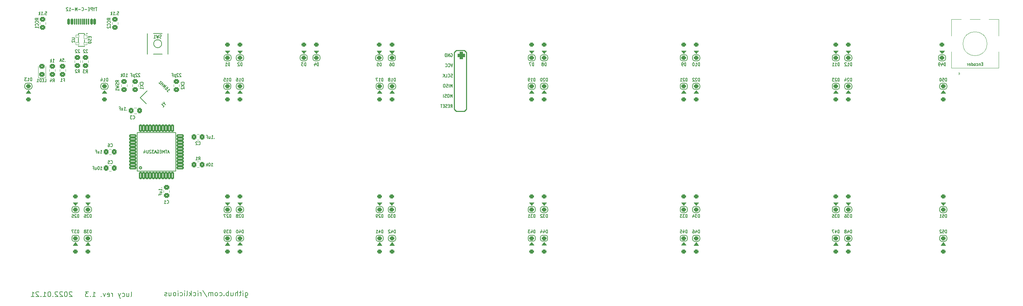
<source format=gbo>
G04 #@! TF.GenerationSoftware,KiCad,Pcbnew,(6.0.1-0)*
G04 #@! TF.CreationDate,2022-01-21T16:33:06-06:00*
G04 #@! TF.ProjectId,pcb,7063622e-6b69-4636-9164-5f7063625858,rev?*
G04 #@! TF.SameCoordinates,Original*
G04 #@! TF.FileFunction,Legend,Bot*
G04 #@! TF.FilePolarity,Positive*
%FSLAX46Y46*%
G04 Gerber Fmt 4.6, Leading zero omitted, Abs format (unit mm)*
G04 Created by KiCad (PCBNEW (6.0.1-0)) date 2022-01-21 16:33:06*
%MOMM*%
%LPD*%
G01*
G04 APERTURE LIST*
G04 Aperture macros list*
%AMRoundRect*
0 Rectangle with rounded corners*
0 $1 Rounding radius*
0 $2 $3 $4 $5 $6 $7 $8 $9 X,Y pos of 4 corners*
0 Add a 4 corners polygon primitive as box body*
4,1,4,$2,$3,$4,$5,$6,$7,$8,$9,$2,$3,0*
0 Add four circle primitives for the rounded corners*
1,1,$1+$1,$2,$3*
1,1,$1+$1,$4,$5*
1,1,$1+$1,$6,$7*
1,1,$1+$1,$8,$9*
0 Add four rect primitives between the rounded corners*
20,1,$1+$1,$2,$3,$4,$5,0*
20,1,$1+$1,$4,$5,$6,$7,0*
20,1,$1+$1,$6,$7,$8,$9,0*
20,1,$1+$1,$8,$9,$2,$3,0*%
%AMRotRect*
0 Rectangle, with rotation*
0 The origin of the aperture is its center*
0 $1 length*
0 $2 width*
0 $3 Rotation angle, in degrees counterclockwise*
0 Add horizontal line*
21,1,$1,$2,0,0,$3*%
G04 Aperture macros list end*
%ADD10C,0.150000*%
%ADD11C,0.200000*%
%ADD12C,0.120000*%
%ADD13C,0.100000*%
%ADD14C,0.254000*%
%ADD15C,0.203200*%
%ADD16C,1.701800*%
%ADD17C,3.987800*%
%ADD18C,2.540000*%
%ADD19R,2.000000X2.000000*%
%ADD20C,2.000000*%
%ADD21R,2.000000X3.200000*%
%ADD22RoundRect,0.249999X-0.450001X0.325001X-0.450001X-0.325001X0.450001X-0.325001X0.450001X0.325001X0*%
%ADD23RoundRect,0.250000X0.350000X-0.250000X0.350000X0.250000X-0.350000X0.250000X-0.350000X-0.250000X0*%
%ADD24RoundRect,0.250000X-0.350000X0.250000X-0.350000X-0.250000X0.350000X-0.250000X0.350000X0.250000X0*%
%ADD25C,1.803400*%
%ADD26RoundRect,0.501650X0.400050X0.400050X-0.400050X0.400050X-0.400050X-0.400050X0.400050X-0.400050X0*%
%ADD27R,1.100000X1.800000*%
%ADD28RoundRect,0.200000X-0.750000X-0.250000X0.750000X-0.250000X0.750000X0.250000X-0.750000X0.250000X0*%
%ADD29RoundRect,0.200000X-0.250000X-0.750000X0.250000X-0.750000X0.250000X0.750000X-0.250000X0.750000X0*%
%ADD30RoundRect,0.249999X0.325001X0.450001X-0.325001X0.450001X-0.325001X-0.450001X0.325001X-0.450001X0*%
%ADD31RoundRect,0.249999X0.450001X-0.325001X0.450001X0.325001X-0.450001X0.325001X-0.450001X-0.325001X0*%
%ADD32RotRect,2.100000X1.800000X45.000000*%
%ADD33C,0.650000*%
%ADD34RoundRect,0.150000X-0.150000X-0.575000X0.150000X-0.575000X0.150000X0.575000X-0.150000X0.575000X0*%
%ADD35RoundRect,0.075000X-0.075000X-0.650000X0.075000X-0.650000X0.075000X0.650000X-0.075000X0.650000X0*%
%ADD36O,1.300000X2.400000*%
%ADD37O,1.300000X1.900000*%
%ADD38RoundRect,0.249999X-0.325001X-0.450001X0.325001X-0.450001X0.325001X0.450001X-0.325001X0.450001X0*%
%ADD39RoundRect,0.050000X-0.350000X0.500000X-0.350000X-0.500000X0.350000X-0.500000X0.350000X0.500000X0*%
%ADD40RoundRect,0.050000X-0.350000X0.300000X-0.350000X-0.300000X0.350000X-0.300000X0.350000X0.300000X0*%
G04 APERTURE END LIST*
D10*
X117771462Y-64948898D02*
X118054305Y-65231741D01*
X117912884Y-65090319D02*
X118478569Y-64524634D01*
X118444897Y-64652586D01*
X118438163Y-64753602D01*
X118458366Y-64827680D01*
X117912884Y-63958948D02*
X118007164Y-64053229D01*
X118027368Y-64127307D01*
X118024000Y-64177815D01*
X117990329Y-64305767D01*
X117906149Y-64437087D01*
X117690650Y-64652586D01*
X117613205Y-64682891D01*
X117562697Y-64686258D01*
X117488620Y-64666055D01*
X117394339Y-64571774D01*
X117374136Y-64497696D01*
X117377503Y-64447189D01*
X117407807Y-64369744D01*
X117542494Y-64235057D01*
X117619939Y-64204752D01*
X117670447Y-64201385D01*
X117744525Y-64221588D01*
X117838806Y-64315869D01*
X117859009Y-64389947D01*
X117855642Y-64440454D01*
X117825337Y-64517899D01*
X117087926Y-64265361D02*
X117653611Y-63699676D01*
X117084558Y-63938745D01*
X117323628Y-63369693D01*
X116757942Y-63935378D01*
X116522240Y-63699676D02*
X117087926Y-63133990D01*
X116818552Y-63403364D02*
X116535709Y-63120522D01*
X116239398Y-63416833D02*
X116805083Y-62851148D01*
X116427959Y-62851148D02*
X116168687Y-62591875D01*
X116050836Y-63228271D01*
X115791563Y-62968999D01*
X322196136Y-58283727D02*
X321962803Y-58283727D01*
X321862803Y-58702774D02*
X322196136Y-58702774D01*
X322196136Y-57902774D01*
X321862803Y-57902774D01*
X321562803Y-58169441D02*
X321562803Y-58702774D01*
X321562803Y-58245631D02*
X321529470Y-58207536D01*
X321462803Y-58169441D01*
X321362803Y-58169441D01*
X321296136Y-58207536D01*
X321262803Y-58283727D01*
X321262803Y-58702774D01*
X320629470Y-58664679D02*
X320696136Y-58702774D01*
X320829470Y-58702774D01*
X320896136Y-58664679D01*
X320929470Y-58626584D01*
X320962803Y-58550393D01*
X320962803Y-58321822D01*
X320929470Y-58245631D01*
X320896136Y-58207536D01*
X320829470Y-58169441D01*
X320696136Y-58169441D01*
X320629470Y-58207536D01*
X320229470Y-58702774D02*
X320296136Y-58664679D01*
X320329470Y-58626584D01*
X320362803Y-58550393D01*
X320362803Y-58321822D01*
X320329470Y-58245631D01*
X320296136Y-58207536D01*
X320229470Y-58169441D01*
X320129470Y-58169441D01*
X320062803Y-58207536D01*
X320029470Y-58245631D01*
X319996136Y-58321822D01*
X319996136Y-58550393D01*
X320029470Y-58626584D01*
X320062803Y-58664679D01*
X320129470Y-58702774D01*
X320229470Y-58702774D01*
X319396136Y-58702774D02*
X319396136Y-57902774D01*
X319396136Y-58664679D02*
X319462803Y-58702774D01*
X319596136Y-58702774D01*
X319662803Y-58664679D01*
X319696136Y-58626584D01*
X319729470Y-58550393D01*
X319729470Y-58321822D01*
X319696136Y-58245631D01*
X319662803Y-58207536D01*
X319596136Y-58169441D01*
X319462803Y-58169441D01*
X319396136Y-58207536D01*
X318796136Y-58664679D02*
X318862803Y-58702774D01*
X318996136Y-58702774D01*
X319062803Y-58664679D01*
X319096136Y-58588489D01*
X319096136Y-58283727D01*
X319062803Y-58207536D01*
X318996136Y-58169441D01*
X318862803Y-58169441D01*
X318796136Y-58207536D01*
X318762803Y-58283727D01*
X318762803Y-58359917D01*
X319096136Y-58436108D01*
X318462803Y-58702774D02*
X318462803Y-58169441D01*
X318462803Y-58321822D02*
X318429470Y-58245631D01*
X318396136Y-58207536D01*
X318329470Y-58169441D01*
X318262803Y-58169441D01*
D11*
X108741815Y-116521726D02*
X108860863Y-116462202D01*
X108920386Y-116343154D01*
X108920386Y-115271726D01*
X107729910Y-115688392D02*
X107729910Y-116521726D01*
X108265625Y-115688392D02*
X108265625Y-116343154D01*
X108206101Y-116462202D01*
X108087053Y-116521726D01*
X107908482Y-116521726D01*
X107789434Y-116462202D01*
X107729910Y-116402678D01*
X106598958Y-116462202D02*
X106718005Y-116521726D01*
X106956101Y-116521726D01*
X107075148Y-116462202D01*
X107134672Y-116402678D01*
X107194196Y-116283630D01*
X107194196Y-115926488D01*
X107134672Y-115807440D01*
X107075148Y-115747916D01*
X106956101Y-115688392D01*
X106718005Y-115688392D01*
X106598958Y-115747916D01*
X106182291Y-115688392D02*
X105884672Y-116521726D01*
X105587053Y-115688392D02*
X105884672Y-116521726D01*
X106003720Y-116819345D01*
X106063244Y-116878869D01*
X106182291Y-116938392D01*
X104158482Y-116521726D02*
X104158482Y-115688392D01*
X104158482Y-115926488D02*
X104098958Y-115807440D01*
X104039434Y-115747916D01*
X103920386Y-115688392D01*
X103801339Y-115688392D01*
X102908482Y-116462202D02*
X103027529Y-116521726D01*
X103265625Y-116521726D01*
X103384672Y-116462202D01*
X103444196Y-116343154D01*
X103444196Y-115866964D01*
X103384672Y-115747916D01*
X103265625Y-115688392D01*
X103027529Y-115688392D01*
X102908482Y-115747916D01*
X102848958Y-115866964D01*
X102848958Y-115986011D01*
X103444196Y-116105059D01*
X102432291Y-115688392D02*
X102134672Y-116521726D01*
X101837053Y-115688392D01*
X101360863Y-116402678D02*
X101301339Y-116462202D01*
X101360863Y-116521726D01*
X101420386Y-116462202D01*
X101360863Y-116402678D01*
X101360863Y-116521726D01*
X99158482Y-116521726D02*
X99872767Y-116521726D01*
X99515625Y-116521726D02*
X99515625Y-115271726D01*
X99634672Y-115450297D01*
X99753720Y-115569345D01*
X99872767Y-115628869D01*
X98622767Y-116402678D02*
X98563244Y-116462202D01*
X98622767Y-116521726D01*
X98682291Y-116462202D01*
X98622767Y-116402678D01*
X98622767Y-116521726D01*
X98146577Y-115271726D02*
X97372767Y-115271726D01*
X97789434Y-115747916D01*
X97610863Y-115747916D01*
X97491815Y-115807440D01*
X97432291Y-115866964D01*
X97372767Y-115986011D01*
X97372767Y-116283630D01*
X97432291Y-116402678D01*
X97491815Y-116462202D01*
X97610863Y-116521726D01*
X97968005Y-116521726D01*
X98087053Y-116462202D01*
X98146577Y-116402678D01*
X94039434Y-115390773D02*
X93979910Y-115331250D01*
X93860863Y-115271726D01*
X93563244Y-115271726D01*
X93444196Y-115331250D01*
X93384672Y-115390773D01*
X93325148Y-115509821D01*
X93325148Y-115628869D01*
X93384672Y-115807440D01*
X94098958Y-116521726D01*
X93325148Y-116521726D01*
X92551339Y-115271726D02*
X92432291Y-115271726D01*
X92313244Y-115331250D01*
X92253720Y-115390773D01*
X92194196Y-115509821D01*
X92134672Y-115747916D01*
X92134672Y-116045535D01*
X92194196Y-116283630D01*
X92253720Y-116402678D01*
X92313244Y-116462202D01*
X92432291Y-116521726D01*
X92551339Y-116521726D01*
X92670386Y-116462202D01*
X92729910Y-116402678D01*
X92789434Y-116283630D01*
X92848958Y-116045535D01*
X92848958Y-115747916D01*
X92789434Y-115509821D01*
X92729910Y-115390773D01*
X92670386Y-115331250D01*
X92551339Y-115271726D01*
X91658482Y-115390773D02*
X91598958Y-115331250D01*
X91479910Y-115271726D01*
X91182291Y-115271726D01*
X91063244Y-115331250D01*
X91003720Y-115390773D01*
X90944196Y-115509821D01*
X90944196Y-115628869D01*
X91003720Y-115807440D01*
X91718005Y-116521726D01*
X90944196Y-116521726D01*
X90468005Y-115390773D02*
X90408482Y-115331250D01*
X90289434Y-115271726D01*
X89991815Y-115271726D01*
X89872767Y-115331250D01*
X89813244Y-115390773D01*
X89753720Y-115509821D01*
X89753720Y-115628869D01*
X89813244Y-115807440D01*
X90527529Y-116521726D01*
X89753720Y-116521726D01*
X89218005Y-116402678D02*
X89158482Y-116462202D01*
X89218005Y-116521726D01*
X89277529Y-116462202D01*
X89218005Y-116402678D01*
X89218005Y-116521726D01*
X88384672Y-115271726D02*
X88265625Y-115271726D01*
X88146577Y-115331250D01*
X88087053Y-115390773D01*
X88027529Y-115509821D01*
X87968005Y-115747916D01*
X87968005Y-116045535D01*
X88027529Y-116283630D01*
X88087053Y-116402678D01*
X88146577Y-116462202D01*
X88265625Y-116521726D01*
X88384672Y-116521726D01*
X88503720Y-116462202D01*
X88563244Y-116402678D01*
X88622767Y-116283630D01*
X88682291Y-116045535D01*
X88682291Y-115747916D01*
X88622767Y-115509821D01*
X88563244Y-115390773D01*
X88503720Y-115331250D01*
X88384672Y-115271726D01*
X86777529Y-116521726D02*
X87491815Y-116521726D01*
X87134672Y-116521726D02*
X87134672Y-115271726D01*
X87253720Y-115450297D01*
X87372767Y-115569345D01*
X87491815Y-115628869D01*
X86241815Y-116402678D02*
X86182291Y-116462202D01*
X86241815Y-116521726D01*
X86301339Y-116462202D01*
X86241815Y-116402678D01*
X86241815Y-116521726D01*
X85706101Y-115390773D02*
X85646577Y-115331250D01*
X85527529Y-115271726D01*
X85229910Y-115271726D01*
X85110863Y-115331250D01*
X85051339Y-115390773D01*
X84991815Y-115509821D01*
X84991815Y-115628869D01*
X85051339Y-115807440D01*
X85765625Y-116521726D01*
X84991815Y-116521726D01*
X83801339Y-116521726D02*
X84515625Y-116521726D01*
X84158482Y-116521726D02*
X84158482Y-115271726D01*
X84277529Y-115450297D01*
X84396577Y-115569345D01*
X84515625Y-115628869D01*
X137424546Y-115472706D02*
X137424546Y-116484611D01*
X137484070Y-116603659D01*
X137543594Y-116663183D01*
X137662641Y-116722706D01*
X137841213Y-116722706D01*
X137960260Y-116663183D01*
X137424546Y-116246516D02*
X137543594Y-116306040D01*
X137781689Y-116306040D01*
X137900737Y-116246516D01*
X137960260Y-116186992D01*
X138019784Y-116067944D01*
X138019784Y-115710802D01*
X137960260Y-115591754D01*
X137900737Y-115532230D01*
X137781689Y-115472706D01*
X137543594Y-115472706D01*
X137424546Y-115532230D01*
X136829308Y-116306040D02*
X136829308Y-115472706D01*
X136829308Y-115056040D02*
X136888832Y-115115564D01*
X136829308Y-115175087D01*
X136769784Y-115115564D01*
X136829308Y-115056040D01*
X136829308Y-115175087D01*
X136412641Y-115472706D02*
X135936451Y-115472706D01*
X136234070Y-115056040D02*
X136234070Y-116127468D01*
X136174546Y-116246516D01*
X136055499Y-116306040D01*
X135936451Y-116306040D01*
X135519784Y-116306040D02*
X135519784Y-115056040D01*
X134984070Y-116306040D02*
X134984070Y-115651278D01*
X135043594Y-115532230D01*
X135162641Y-115472706D01*
X135341213Y-115472706D01*
X135460260Y-115532230D01*
X135519784Y-115591754D01*
X133853118Y-115472706D02*
X133853118Y-116306040D01*
X134388832Y-115472706D02*
X134388832Y-116127468D01*
X134329308Y-116246516D01*
X134210260Y-116306040D01*
X134031689Y-116306040D01*
X133912641Y-116246516D01*
X133853118Y-116186992D01*
X133257880Y-116306040D02*
X133257880Y-115056040D01*
X133257880Y-115532230D02*
X133138832Y-115472706D01*
X132900737Y-115472706D01*
X132781689Y-115532230D01*
X132722165Y-115591754D01*
X132662641Y-115710802D01*
X132662641Y-116067944D01*
X132722165Y-116186992D01*
X132781689Y-116246516D01*
X132900737Y-116306040D01*
X133138832Y-116306040D01*
X133257880Y-116246516D01*
X132126927Y-116186992D02*
X132067403Y-116246516D01*
X132126927Y-116306040D01*
X132186451Y-116246516D01*
X132126927Y-116186992D01*
X132126927Y-116306040D01*
X130995975Y-116246516D02*
X131115022Y-116306040D01*
X131353118Y-116306040D01*
X131472165Y-116246516D01*
X131531689Y-116186992D01*
X131591213Y-116067944D01*
X131591213Y-115710802D01*
X131531689Y-115591754D01*
X131472165Y-115532230D01*
X131353118Y-115472706D01*
X131115022Y-115472706D01*
X130995975Y-115532230D01*
X130281689Y-116306040D02*
X130400737Y-116246516D01*
X130460260Y-116186992D01*
X130519784Y-116067944D01*
X130519784Y-115710802D01*
X130460260Y-115591754D01*
X130400737Y-115532230D01*
X130281689Y-115472706D01*
X130103118Y-115472706D01*
X129984070Y-115532230D01*
X129924546Y-115591754D01*
X129865022Y-115710802D01*
X129865022Y-116067944D01*
X129924546Y-116186992D01*
X129984070Y-116246516D01*
X130103118Y-116306040D01*
X130281689Y-116306040D01*
X129329308Y-116306040D02*
X129329308Y-115472706D01*
X129329308Y-115591754D02*
X129269784Y-115532230D01*
X129150737Y-115472706D01*
X128972165Y-115472706D01*
X128853118Y-115532230D01*
X128793594Y-115651278D01*
X128793594Y-116306040D01*
X128793594Y-115651278D02*
X128734070Y-115532230D01*
X128615022Y-115472706D01*
X128436451Y-115472706D01*
X128317403Y-115532230D01*
X128257880Y-115651278D01*
X128257880Y-116306040D01*
X126769784Y-114996516D02*
X127841213Y-116603659D01*
X126353118Y-116306040D02*
X126353118Y-115472706D01*
X126353118Y-115710802D02*
X126293594Y-115591754D01*
X126234070Y-115532230D01*
X126115022Y-115472706D01*
X125995975Y-115472706D01*
X125579308Y-116306040D02*
X125579308Y-115472706D01*
X125579308Y-115056040D02*
X125638832Y-115115564D01*
X125579308Y-115175087D01*
X125519784Y-115115564D01*
X125579308Y-115056040D01*
X125579308Y-115175087D01*
X124448356Y-116246516D02*
X124567403Y-116306040D01*
X124805499Y-116306040D01*
X124924546Y-116246516D01*
X124984070Y-116186992D01*
X125043594Y-116067944D01*
X125043594Y-115710802D01*
X124984070Y-115591754D01*
X124924546Y-115532230D01*
X124805499Y-115472706D01*
X124567403Y-115472706D01*
X124448356Y-115532230D01*
X123912641Y-116306040D02*
X123912641Y-115056040D01*
X123793594Y-115829849D02*
X123436451Y-116306040D01*
X123436451Y-115472706D02*
X123912641Y-115948897D01*
X122722165Y-116306040D02*
X122841213Y-116246516D01*
X122900737Y-116127468D01*
X122900737Y-115056040D01*
X122245975Y-116306040D02*
X122245975Y-115472706D01*
X122245975Y-115056040D02*
X122305499Y-115115564D01*
X122245975Y-115175087D01*
X122186451Y-115115564D01*
X122245975Y-115056040D01*
X122245975Y-115175087D01*
X121115022Y-116246516D02*
X121234070Y-116306040D01*
X121472165Y-116306040D01*
X121591213Y-116246516D01*
X121650737Y-116186992D01*
X121710260Y-116067944D01*
X121710260Y-115710802D01*
X121650737Y-115591754D01*
X121591213Y-115532230D01*
X121472165Y-115472706D01*
X121234070Y-115472706D01*
X121115022Y-115532230D01*
X120579308Y-116306040D02*
X120579308Y-115472706D01*
X120579308Y-115056040D02*
X120638832Y-115115564D01*
X120579308Y-115175087D01*
X120519784Y-115115564D01*
X120579308Y-115056040D01*
X120579308Y-115175087D01*
X119805499Y-116306040D02*
X119924546Y-116246516D01*
X119984070Y-116186992D01*
X120043594Y-116067944D01*
X120043594Y-115710802D01*
X119984070Y-115591754D01*
X119924546Y-115532230D01*
X119805499Y-115472706D01*
X119626927Y-115472706D01*
X119507880Y-115532230D01*
X119448356Y-115591754D01*
X119388832Y-115710802D01*
X119388832Y-116067944D01*
X119448356Y-116186992D01*
X119507880Y-116246516D01*
X119626927Y-116306040D01*
X119805499Y-116306040D01*
X118317403Y-115472706D02*
X118317403Y-116306040D01*
X118853118Y-115472706D02*
X118853118Y-116127468D01*
X118793594Y-116246516D01*
X118674546Y-116306040D01*
X118495975Y-116306040D01*
X118376927Y-116246516D01*
X118317403Y-116186992D01*
X117781689Y-116246516D02*
X117662641Y-116306040D01*
X117424546Y-116306040D01*
X117305499Y-116246516D01*
X117245975Y-116127468D01*
X117245975Y-116067944D01*
X117305499Y-115948897D01*
X117424546Y-115889373D01*
X117603118Y-115889373D01*
X117722165Y-115829849D01*
X117781689Y-115710802D01*
X117781689Y-115651278D01*
X117722165Y-115532230D01*
X117603118Y-115472706D01*
X117424546Y-115472706D01*
X117305499Y-115532230D01*
D10*
X117807291Y-93116964D02*
X117840625Y-93155059D01*
X117940625Y-93193154D01*
X118007291Y-93193154D01*
X118107291Y-93155059D01*
X118173958Y-93078869D01*
X118207291Y-93002678D01*
X118240625Y-92850297D01*
X118240625Y-92736011D01*
X118207291Y-92583630D01*
X118173958Y-92507440D01*
X118107291Y-92431250D01*
X118007291Y-92393154D01*
X117940625Y-92393154D01*
X117840625Y-92431250D01*
X117807291Y-92469345D01*
X117140625Y-93193154D02*
X117540625Y-93193154D01*
X117340625Y-93193154D02*
X117340625Y-92393154D01*
X117407291Y-92507440D01*
X117473958Y-92583630D01*
X117540625Y-92621726D01*
X116476339Y-89231250D02*
X116514434Y-89264583D01*
X116552529Y-89231250D01*
X116514434Y-89197916D01*
X116476339Y-89231250D01*
X116552529Y-89231250D01*
X116552529Y-89931250D02*
X116552529Y-89531250D01*
X116552529Y-89731250D02*
X115752529Y-89731250D01*
X115866815Y-89664583D01*
X115943005Y-89597916D01*
X115981101Y-89531250D01*
X116019196Y-90531250D02*
X116552529Y-90531250D01*
X116019196Y-90231250D02*
X116438244Y-90231250D01*
X116514434Y-90264583D01*
X116552529Y-90331250D01*
X116552529Y-90431250D01*
X116514434Y-90497916D01*
X116476339Y-90531250D01*
X116133482Y-91097916D02*
X116133482Y-90864583D01*
X116552529Y-90864583D02*
X115752529Y-90864583D01*
X115752529Y-91197916D01*
X98840625Y-96720154D02*
X98840625Y-95920154D01*
X98673958Y-95920154D01*
X98573958Y-95958250D01*
X98507291Y-96034440D01*
X98473958Y-96110630D01*
X98440625Y-96263011D01*
X98440625Y-96377297D01*
X98473958Y-96529678D01*
X98507291Y-96605869D01*
X98573958Y-96682059D01*
X98673958Y-96720154D01*
X98840625Y-96720154D01*
X98173958Y-95996345D02*
X98140625Y-95958250D01*
X98073958Y-95920154D01*
X97907291Y-95920154D01*
X97840625Y-95958250D01*
X97807291Y-95996345D01*
X97773958Y-96072535D01*
X97773958Y-96148726D01*
X97807291Y-96263011D01*
X98207291Y-96720154D01*
X97773958Y-96720154D01*
X97173958Y-95920154D02*
X97307291Y-95920154D01*
X97373958Y-95958250D01*
X97407291Y-95996345D01*
X97473958Y-96110630D01*
X97507291Y-96263011D01*
X97507291Y-96567773D01*
X97473958Y-96643964D01*
X97440625Y-96682059D01*
X97373958Y-96720154D01*
X97240625Y-96720154D01*
X97173958Y-96682059D01*
X97140625Y-96643964D01*
X97107291Y-96567773D01*
X97107291Y-96377297D01*
X97140625Y-96301107D01*
X97173958Y-96263011D01*
X97240625Y-96224916D01*
X97373958Y-96224916D01*
X97440625Y-96263011D01*
X97473958Y-96301107D01*
X97507291Y-96377297D01*
X210040625Y-62566154D02*
X210040625Y-61766154D01*
X209873958Y-61766154D01*
X209773958Y-61804250D01*
X209707291Y-61880440D01*
X209673958Y-61956630D01*
X209640625Y-62109011D01*
X209640625Y-62223297D01*
X209673958Y-62375678D01*
X209707291Y-62451869D01*
X209773958Y-62528059D01*
X209873958Y-62566154D01*
X210040625Y-62566154D01*
X208973958Y-62566154D02*
X209373958Y-62566154D01*
X209173958Y-62566154D02*
X209173958Y-61766154D01*
X209240625Y-61880440D01*
X209307291Y-61956630D01*
X209373958Y-61994726D01*
X208640625Y-62566154D02*
X208507291Y-62566154D01*
X208440625Y-62528059D01*
X208407291Y-62489964D01*
X208340625Y-62375678D01*
X208307291Y-62223297D01*
X208307291Y-61918535D01*
X208340625Y-61842345D01*
X208373958Y-61804250D01*
X208440625Y-61766154D01*
X208573958Y-61766154D01*
X208640625Y-61804250D01*
X208673958Y-61842345D01*
X208707291Y-61918535D01*
X208707291Y-62109011D01*
X208673958Y-62185202D01*
X208640625Y-62223297D01*
X208573958Y-62261392D01*
X208440625Y-62261392D01*
X208373958Y-62223297D01*
X208340625Y-62185202D01*
X208307291Y-62109011D01*
X171940625Y-62566154D02*
X171940625Y-61766154D01*
X171773958Y-61766154D01*
X171673958Y-61804250D01*
X171607291Y-61880440D01*
X171573958Y-61956630D01*
X171540625Y-62109011D01*
X171540625Y-62223297D01*
X171573958Y-62375678D01*
X171607291Y-62451869D01*
X171673958Y-62528059D01*
X171773958Y-62566154D01*
X171940625Y-62566154D01*
X170873958Y-62566154D02*
X171273958Y-62566154D01*
X171073958Y-62566154D02*
X171073958Y-61766154D01*
X171140625Y-61880440D01*
X171207291Y-61956630D01*
X171273958Y-61994726D01*
X170640625Y-61766154D02*
X170173958Y-61766154D01*
X170473958Y-62566154D01*
X136940625Y-62566154D02*
X136940625Y-61766154D01*
X136773958Y-61766154D01*
X136673958Y-61804250D01*
X136607291Y-61880440D01*
X136573958Y-61956630D01*
X136540625Y-62109011D01*
X136540625Y-62223297D01*
X136573958Y-62375678D01*
X136607291Y-62451869D01*
X136673958Y-62528059D01*
X136773958Y-62566154D01*
X136940625Y-62566154D01*
X135873958Y-62566154D02*
X136273958Y-62566154D01*
X136073958Y-62566154D02*
X136073958Y-61766154D01*
X136140625Y-61880440D01*
X136207291Y-61956630D01*
X136273958Y-61994726D01*
X135273958Y-61766154D02*
X135407291Y-61766154D01*
X135473958Y-61804250D01*
X135507291Y-61842345D01*
X135573958Y-61956630D01*
X135607291Y-62109011D01*
X135607291Y-62413773D01*
X135573958Y-62489964D01*
X135540625Y-62528059D01*
X135473958Y-62566154D01*
X135340625Y-62566154D01*
X135273958Y-62528059D01*
X135240625Y-62489964D01*
X135207291Y-62413773D01*
X135207291Y-62223297D01*
X135240625Y-62147107D01*
X135273958Y-62109011D01*
X135340625Y-62070916D01*
X135473958Y-62070916D01*
X135540625Y-62109011D01*
X135573958Y-62147107D01*
X135607291Y-62223297D01*
X102990625Y-62566154D02*
X102990625Y-61766154D01*
X102823958Y-61766154D01*
X102723958Y-61804250D01*
X102657291Y-61880440D01*
X102623958Y-61956630D01*
X102590625Y-62109011D01*
X102590625Y-62223297D01*
X102623958Y-62375678D01*
X102657291Y-62451869D01*
X102723958Y-62528059D01*
X102823958Y-62566154D01*
X102990625Y-62566154D01*
X101923958Y-62566154D02*
X102323958Y-62566154D01*
X102123958Y-62566154D02*
X102123958Y-61766154D01*
X102190625Y-61880440D01*
X102257291Y-61956630D01*
X102323958Y-61994726D01*
X101323958Y-62032821D02*
X101323958Y-62566154D01*
X101490625Y-61728059D02*
X101657291Y-62299488D01*
X101223958Y-62299488D01*
X286240625Y-58720154D02*
X286240625Y-57920154D01*
X286073958Y-57920154D01*
X285973958Y-57958250D01*
X285907291Y-58034440D01*
X285873958Y-58110630D01*
X285840625Y-58263011D01*
X285840625Y-58377297D01*
X285873958Y-58529678D01*
X285907291Y-58605869D01*
X285973958Y-58682059D01*
X286073958Y-58720154D01*
X286240625Y-58720154D01*
X285173958Y-58720154D02*
X285573958Y-58720154D01*
X285373958Y-58720154D02*
X285373958Y-57920154D01*
X285440625Y-58034440D01*
X285507291Y-58110630D01*
X285573958Y-58148726D01*
X284507291Y-58720154D02*
X284907291Y-58720154D01*
X284707291Y-58720154D02*
X284707291Y-57920154D01*
X284773958Y-58034440D01*
X284840625Y-58110630D01*
X284907291Y-58148726D01*
X251240625Y-58720154D02*
X251240625Y-57920154D01*
X251073958Y-57920154D01*
X250973958Y-57958250D01*
X250907291Y-58034440D01*
X250873958Y-58110630D01*
X250840625Y-58263011D01*
X250840625Y-58377297D01*
X250873958Y-58529678D01*
X250907291Y-58605869D01*
X250973958Y-58682059D01*
X251073958Y-58720154D01*
X251240625Y-58720154D01*
X250173958Y-58720154D02*
X250573958Y-58720154D01*
X250373958Y-58720154D02*
X250373958Y-57920154D01*
X250440625Y-58034440D01*
X250507291Y-58110630D01*
X250573958Y-58148726D01*
X249740625Y-57920154D02*
X249673958Y-57920154D01*
X249607291Y-57958250D01*
X249573958Y-57996345D01*
X249540625Y-58072535D01*
X249507291Y-58224916D01*
X249507291Y-58415392D01*
X249540625Y-58567773D01*
X249573958Y-58643964D01*
X249607291Y-58682059D01*
X249673958Y-58720154D01*
X249740625Y-58720154D01*
X249807291Y-58682059D01*
X249840625Y-58643964D01*
X249873958Y-58567773D01*
X249907291Y-58415392D01*
X249907291Y-58224916D01*
X249873958Y-58072535D01*
X249840625Y-57996345D01*
X249807291Y-57958250D01*
X249740625Y-57920154D01*
X212807291Y-58720154D02*
X212807291Y-57920154D01*
X212640625Y-57920154D01*
X212540625Y-57958250D01*
X212473958Y-58034440D01*
X212440625Y-58110630D01*
X212407291Y-58263011D01*
X212407291Y-58377297D01*
X212440625Y-58529678D01*
X212473958Y-58605869D01*
X212540625Y-58682059D01*
X212640625Y-58720154D01*
X212807291Y-58720154D01*
X212007291Y-58263011D02*
X212073958Y-58224916D01*
X212107291Y-58186821D01*
X212140625Y-58110630D01*
X212140625Y-58072535D01*
X212107291Y-57996345D01*
X212073958Y-57958250D01*
X212007291Y-57920154D01*
X211873958Y-57920154D01*
X211807291Y-57958250D01*
X211773958Y-57996345D01*
X211740625Y-58072535D01*
X211740625Y-58110630D01*
X211773958Y-58186821D01*
X211807291Y-58224916D01*
X211873958Y-58263011D01*
X212007291Y-58263011D01*
X212073958Y-58301107D01*
X212107291Y-58339202D01*
X212140625Y-58415392D01*
X212140625Y-58567773D01*
X212107291Y-58643964D01*
X212073958Y-58682059D01*
X212007291Y-58720154D01*
X211873958Y-58720154D01*
X211807291Y-58682059D01*
X211773958Y-58643964D01*
X211740625Y-58567773D01*
X211740625Y-58415392D01*
X211773958Y-58339202D01*
X211807291Y-58301107D01*
X211873958Y-58263011D01*
X209707291Y-58720154D02*
X209707291Y-57920154D01*
X209540625Y-57920154D01*
X209440625Y-57958250D01*
X209373958Y-58034440D01*
X209340625Y-58110630D01*
X209307291Y-58263011D01*
X209307291Y-58377297D01*
X209340625Y-58529678D01*
X209373958Y-58605869D01*
X209440625Y-58682059D01*
X209540625Y-58720154D01*
X209707291Y-58720154D01*
X209073958Y-57920154D02*
X208607291Y-57920154D01*
X208907291Y-58720154D01*
X174677665Y-58747281D02*
X174677665Y-57947281D01*
X174510999Y-57947281D01*
X174410999Y-57985377D01*
X174344332Y-58061567D01*
X174310999Y-58137757D01*
X174277665Y-58290138D01*
X174277665Y-58404424D01*
X174310999Y-58556805D01*
X174344332Y-58632996D01*
X174410999Y-58709186D01*
X174510999Y-58747281D01*
X174677665Y-58747281D01*
X173677665Y-57947281D02*
X173810999Y-57947281D01*
X173877665Y-57985377D01*
X173910999Y-58023472D01*
X173977665Y-58137757D01*
X174010999Y-58290138D01*
X174010999Y-58594900D01*
X173977665Y-58671091D01*
X173944332Y-58709186D01*
X173877665Y-58747281D01*
X173744332Y-58747281D01*
X173677665Y-58709186D01*
X173644332Y-58671091D01*
X173610999Y-58594900D01*
X173610999Y-58404424D01*
X173644332Y-58328234D01*
X173677665Y-58290138D01*
X173744332Y-58252043D01*
X173877665Y-58252043D01*
X173944332Y-58290138D01*
X173977665Y-58328234D01*
X174010999Y-58404424D01*
X171502665Y-58747281D02*
X171502665Y-57947281D01*
X171335999Y-57947281D01*
X171235999Y-57985377D01*
X171169332Y-58061567D01*
X171135999Y-58137757D01*
X171102665Y-58290138D01*
X171102665Y-58404424D01*
X171135999Y-58556805D01*
X171169332Y-58632996D01*
X171235999Y-58709186D01*
X171335999Y-58747281D01*
X171502665Y-58747281D01*
X170469332Y-57947281D02*
X170802665Y-57947281D01*
X170835999Y-58328234D01*
X170802665Y-58290138D01*
X170735999Y-58252043D01*
X170569332Y-58252043D01*
X170502665Y-58290138D01*
X170469332Y-58328234D01*
X170435999Y-58404424D01*
X170435999Y-58594900D01*
X170469332Y-58671091D01*
X170502665Y-58709186D01*
X170569332Y-58747281D01*
X170735999Y-58747281D01*
X170802665Y-58709186D01*
X170835999Y-58671091D01*
X155777665Y-58720154D02*
X155777665Y-57920154D01*
X155610999Y-57920154D01*
X155510999Y-57958250D01*
X155444332Y-58034440D01*
X155410999Y-58110630D01*
X155377665Y-58263011D01*
X155377665Y-58377297D01*
X155410999Y-58529678D01*
X155444332Y-58605869D01*
X155510999Y-58682059D01*
X155610999Y-58720154D01*
X155777665Y-58720154D01*
X154777665Y-58186821D02*
X154777665Y-58720154D01*
X154944332Y-57882059D02*
X155110999Y-58453488D01*
X154677665Y-58453488D01*
X289340625Y-100616154D02*
X289340625Y-99816154D01*
X289173958Y-99816154D01*
X289073958Y-99854250D01*
X289007291Y-99930440D01*
X288973958Y-100006630D01*
X288940625Y-100159011D01*
X288940625Y-100273297D01*
X288973958Y-100425678D01*
X289007291Y-100501869D01*
X289073958Y-100578059D01*
X289173958Y-100616154D01*
X289340625Y-100616154D01*
X288340625Y-100082821D02*
X288340625Y-100616154D01*
X288507291Y-99778059D02*
X288673958Y-100349488D01*
X288240625Y-100349488D01*
X287873958Y-100159011D02*
X287940625Y-100120916D01*
X287973958Y-100082821D01*
X288007291Y-100006630D01*
X288007291Y-99968535D01*
X287973958Y-99892345D01*
X287940625Y-99854250D01*
X287873958Y-99816154D01*
X287740625Y-99816154D01*
X287673958Y-99854250D01*
X287640625Y-99892345D01*
X287607291Y-99968535D01*
X287607291Y-100006630D01*
X287640625Y-100082821D01*
X287673958Y-100120916D01*
X287740625Y-100159011D01*
X287873958Y-100159011D01*
X287940625Y-100197107D01*
X287973958Y-100235202D01*
X288007291Y-100311392D01*
X288007291Y-100463773D01*
X287973958Y-100539964D01*
X287940625Y-100578059D01*
X287873958Y-100616154D01*
X287740625Y-100616154D01*
X287673958Y-100578059D01*
X287640625Y-100539964D01*
X287607291Y-100463773D01*
X287607291Y-100311392D01*
X287640625Y-100235202D01*
X287673958Y-100197107D01*
X287740625Y-100159011D01*
X286240625Y-100616154D02*
X286240625Y-99816154D01*
X286073958Y-99816154D01*
X285973958Y-99854250D01*
X285907291Y-99930440D01*
X285873958Y-100006630D01*
X285840625Y-100159011D01*
X285840625Y-100273297D01*
X285873958Y-100425678D01*
X285907291Y-100501869D01*
X285973958Y-100578059D01*
X286073958Y-100616154D01*
X286240625Y-100616154D01*
X285240625Y-100082821D02*
X285240625Y-100616154D01*
X285407291Y-99778059D02*
X285573958Y-100349488D01*
X285140625Y-100349488D01*
X284940625Y-99816154D02*
X284473958Y-99816154D01*
X284773958Y-100616154D01*
X251240625Y-100616154D02*
X251240625Y-99816154D01*
X251073958Y-99816154D01*
X250973958Y-99854250D01*
X250907291Y-99930440D01*
X250873958Y-100006630D01*
X250840625Y-100159011D01*
X250840625Y-100273297D01*
X250873958Y-100425678D01*
X250907291Y-100501869D01*
X250973958Y-100578059D01*
X251073958Y-100616154D01*
X251240625Y-100616154D01*
X250240625Y-100082821D02*
X250240625Y-100616154D01*
X250407291Y-99778059D02*
X250573958Y-100349488D01*
X250140625Y-100349488D01*
X249573958Y-99816154D02*
X249707291Y-99816154D01*
X249773958Y-99854250D01*
X249807291Y-99892345D01*
X249873958Y-100006630D01*
X249907291Y-100159011D01*
X249907291Y-100463773D01*
X249873958Y-100539964D01*
X249840625Y-100578059D01*
X249773958Y-100616154D01*
X249640625Y-100616154D01*
X249573958Y-100578059D01*
X249540625Y-100539964D01*
X249507291Y-100463773D01*
X249507291Y-100273297D01*
X249540625Y-100197107D01*
X249573958Y-100159011D01*
X249640625Y-100120916D01*
X249773958Y-100120916D01*
X249840625Y-100159011D01*
X249873958Y-100197107D01*
X249907291Y-100273297D01*
X248140625Y-100609281D02*
X248140625Y-99809281D01*
X247973958Y-99809281D01*
X247873958Y-99847377D01*
X247807291Y-99923567D01*
X247773958Y-99999757D01*
X247740625Y-100152138D01*
X247740625Y-100266424D01*
X247773958Y-100418805D01*
X247807291Y-100494996D01*
X247873958Y-100571186D01*
X247973958Y-100609281D01*
X248140625Y-100609281D01*
X247140625Y-100075948D02*
X247140625Y-100609281D01*
X247307291Y-99771186D02*
X247473958Y-100342615D01*
X247040625Y-100342615D01*
X246440625Y-99809281D02*
X246773958Y-99809281D01*
X246807291Y-100190234D01*
X246773958Y-100152138D01*
X246707291Y-100114043D01*
X246540625Y-100114043D01*
X246473958Y-100152138D01*
X246440625Y-100190234D01*
X246407291Y-100266424D01*
X246407291Y-100456900D01*
X246440625Y-100533091D01*
X246473958Y-100571186D01*
X246540625Y-100609281D01*
X246707291Y-100609281D01*
X246773958Y-100571186D01*
X246807291Y-100533091D01*
X213133999Y-100609281D02*
X213133999Y-99809281D01*
X212967332Y-99809281D01*
X212867332Y-99847377D01*
X212800665Y-99923567D01*
X212767332Y-99999757D01*
X212733999Y-100152138D01*
X212733999Y-100266424D01*
X212767332Y-100418805D01*
X212800665Y-100494996D01*
X212867332Y-100571186D01*
X212967332Y-100609281D01*
X213133999Y-100609281D01*
X212133999Y-100075948D02*
X212133999Y-100609281D01*
X212300665Y-99771186D02*
X212467332Y-100342615D01*
X212033999Y-100342615D01*
X211467332Y-100075948D02*
X211467332Y-100609281D01*
X211633999Y-99771186D02*
X211800665Y-100342615D01*
X211367332Y-100342615D01*
X210050000Y-100609281D02*
X210050000Y-99809281D01*
X209883333Y-99809281D01*
X209783333Y-99847377D01*
X209716666Y-99923567D01*
X209683333Y-99999757D01*
X209650000Y-100152138D01*
X209650000Y-100266424D01*
X209683333Y-100418805D01*
X209716666Y-100494996D01*
X209783333Y-100571186D01*
X209883333Y-100609281D01*
X210050000Y-100609281D01*
X209050000Y-100075948D02*
X209050000Y-100609281D01*
X209216666Y-99771186D02*
X209383333Y-100342615D01*
X208950000Y-100342615D01*
X208750000Y-99809281D02*
X208316666Y-99809281D01*
X208550000Y-100114043D01*
X208450000Y-100114043D01*
X208383333Y-100152138D01*
X208350000Y-100190234D01*
X208316666Y-100266424D01*
X208316666Y-100456900D01*
X208350000Y-100533091D01*
X208383333Y-100571186D01*
X208450000Y-100609281D01*
X208650000Y-100609281D01*
X208716666Y-100571186D01*
X208750000Y-100533091D01*
X213140625Y-96720154D02*
X213140625Y-95920154D01*
X212973958Y-95920154D01*
X212873958Y-95958250D01*
X212807291Y-96034440D01*
X212773958Y-96110630D01*
X212740625Y-96263011D01*
X212740625Y-96377297D01*
X212773958Y-96529678D01*
X212807291Y-96605869D01*
X212873958Y-96682059D01*
X212973958Y-96720154D01*
X213140625Y-96720154D01*
X212507291Y-95920154D02*
X212073958Y-95920154D01*
X212307291Y-96224916D01*
X212207291Y-96224916D01*
X212140625Y-96263011D01*
X212107291Y-96301107D01*
X212073958Y-96377297D01*
X212073958Y-96567773D01*
X212107291Y-96643964D01*
X212140625Y-96682059D01*
X212207291Y-96720154D01*
X212407291Y-96720154D01*
X212473958Y-96682059D01*
X212507291Y-96643964D01*
X211807291Y-95996345D02*
X211773958Y-95958250D01*
X211707291Y-95920154D01*
X211540625Y-95920154D01*
X211473958Y-95958250D01*
X211440625Y-95996345D01*
X211407291Y-96072535D01*
X211407291Y-96148726D01*
X211440625Y-96263011D01*
X211840625Y-96720154D01*
X211407291Y-96720154D01*
X286240625Y-62566154D02*
X286240625Y-61766154D01*
X286073958Y-61766154D01*
X285973958Y-61804250D01*
X285907291Y-61880440D01*
X285873958Y-61956630D01*
X285840625Y-62109011D01*
X285840625Y-62223297D01*
X285873958Y-62375678D01*
X285907291Y-62451869D01*
X285973958Y-62528059D01*
X286073958Y-62566154D01*
X286240625Y-62566154D01*
X285573958Y-61842345D02*
X285540625Y-61804250D01*
X285473958Y-61766154D01*
X285307291Y-61766154D01*
X285240625Y-61804250D01*
X285207291Y-61842345D01*
X285173958Y-61918535D01*
X285173958Y-61994726D01*
X285207291Y-62109011D01*
X285607291Y-62566154D01*
X285173958Y-62566154D01*
X284940625Y-61766154D02*
X284507291Y-61766154D01*
X284740625Y-62070916D01*
X284640625Y-62070916D01*
X284573958Y-62109011D01*
X284540625Y-62147107D01*
X284507291Y-62223297D01*
X284507291Y-62413773D01*
X284540625Y-62489964D01*
X284573958Y-62528059D01*
X284640625Y-62566154D01*
X284840625Y-62566154D01*
X284907291Y-62528059D01*
X284940625Y-62489964D01*
X210040625Y-96720154D02*
X210040625Y-95920154D01*
X209873958Y-95920154D01*
X209773958Y-95958250D01*
X209707291Y-96034440D01*
X209673958Y-96110630D01*
X209640625Y-96263011D01*
X209640625Y-96377297D01*
X209673958Y-96529678D01*
X209707291Y-96605869D01*
X209773958Y-96682059D01*
X209873958Y-96720154D01*
X210040625Y-96720154D01*
X209407291Y-95920154D02*
X208973958Y-95920154D01*
X209207291Y-96224916D01*
X209107291Y-96224916D01*
X209040625Y-96263011D01*
X209007291Y-96301107D01*
X208973958Y-96377297D01*
X208973958Y-96567773D01*
X209007291Y-96643964D01*
X209040625Y-96682059D01*
X209107291Y-96720154D01*
X209307291Y-96720154D01*
X209373958Y-96682059D01*
X209407291Y-96643964D01*
X208307291Y-96720154D02*
X208707291Y-96720154D01*
X208507291Y-96720154D02*
X208507291Y-95920154D01*
X208573958Y-96034440D01*
X208640625Y-96110630D01*
X208707291Y-96148726D01*
X171935999Y-96720154D02*
X171935999Y-95920154D01*
X171769332Y-95920154D01*
X171669332Y-95958250D01*
X171602665Y-96034440D01*
X171569332Y-96110630D01*
X171535999Y-96263011D01*
X171535999Y-96377297D01*
X171569332Y-96529678D01*
X171602665Y-96605869D01*
X171669332Y-96682059D01*
X171769332Y-96720154D01*
X171935999Y-96720154D01*
X171269332Y-95996345D02*
X171235999Y-95958250D01*
X171169332Y-95920154D01*
X171002665Y-95920154D01*
X170935999Y-95958250D01*
X170902665Y-95996345D01*
X170869332Y-96072535D01*
X170869332Y-96148726D01*
X170902665Y-96263011D01*
X171302665Y-96720154D01*
X170869332Y-96720154D01*
X170535999Y-96720154D02*
X170402665Y-96720154D01*
X170335999Y-96682059D01*
X170302665Y-96643964D01*
X170235999Y-96529678D01*
X170202665Y-96377297D01*
X170202665Y-96072535D01*
X170235999Y-95996345D01*
X170269332Y-95958250D01*
X170335999Y-95920154D01*
X170469332Y-95920154D01*
X170535999Y-95958250D01*
X170569332Y-95996345D01*
X170602665Y-96072535D01*
X170602665Y-96263011D01*
X170569332Y-96339202D01*
X170535999Y-96377297D01*
X170469332Y-96415392D01*
X170335999Y-96415392D01*
X170269332Y-96377297D01*
X170235999Y-96339202D01*
X170202665Y-96263011D01*
X133840625Y-96720154D02*
X133840625Y-95920154D01*
X133673958Y-95920154D01*
X133573958Y-95958250D01*
X133507291Y-96034440D01*
X133473958Y-96110630D01*
X133440625Y-96263011D01*
X133440625Y-96377297D01*
X133473958Y-96529678D01*
X133507291Y-96605869D01*
X133573958Y-96682059D01*
X133673958Y-96720154D01*
X133840625Y-96720154D01*
X133173958Y-95996345D02*
X133140625Y-95958250D01*
X133073958Y-95920154D01*
X132907291Y-95920154D01*
X132840625Y-95958250D01*
X132807291Y-95996345D01*
X132773958Y-96072535D01*
X132773958Y-96148726D01*
X132807291Y-96263011D01*
X133207291Y-96720154D01*
X132773958Y-96720154D01*
X132540625Y-95920154D02*
X132073958Y-95920154D01*
X132373958Y-96720154D01*
X289340625Y-62566154D02*
X289340625Y-61766154D01*
X289173958Y-61766154D01*
X289073958Y-61804250D01*
X289007291Y-61880440D01*
X288973958Y-61956630D01*
X288940625Y-62109011D01*
X288940625Y-62223297D01*
X288973958Y-62375678D01*
X289007291Y-62451869D01*
X289073958Y-62528059D01*
X289173958Y-62566154D01*
X289340625Y-62566154D01*
X288673958Y-61842345D02*
X288640625Y-61804250D01*
X288573958Y-61766154D01*
X288407291Y-61766154D01*
X288340625Y-61804250D01*
X288307291Y-61842345D01*
X288273958Y-61918535D01*
X288273958Y-61994726D01*
X288307291Y-62109011D01*
X288707291Y-62566154D01*
X288273958Y-62566154D01*
X287673958Y-62032821D02*
X287673958Y-62566154D01*
X287840625Y-61728059D02*
X288007291Y-62299488D01*
X287573958Y-62299488D01*
X286240625Y-96720154D02*
X286240625Y-95920154D01*
X286073958Y-95920154D01*
X285973958Y-95958250D01*
X285907291Y-96034440D01*
X285873958Y-96110630D01*
X285840625Y-96263011D01*
X285840625Y-96377297D01*
X285873958Y-96529678D01*
X285907291Y-96605869D01*
X285973958Y-96682059D01*
X286073958Y-96720154D01*
X286240625Y-96720154D01*
X285607291Y-95920154D02*
X285173958Y-95920154D01*
X285407291Y-96224916D01*
X285307291Y-96224916D01*
X285240625Y-96263011D01*
X285207291Y-96301107D01*
X285173958Y-96377297D01*
X285173958Y-96567773D01*
X285207291Y-96643964D01*
X285240625Y-96682059D01*
X285307291Y-96720154D01*
X285507291Y-96720154D01*
X285573958Y-96682059D01*
X285607291Y-96643964D01*
X284540625Y-95920154D02*
X284873958Y-95920154D01*
X284907291Y-96301107D01*
X284873958Y-96263011D01*
X284807291Y-96224916D01*
X284640625Y-96224916D01*
X284573958Y-96263011D01*
X284540625Y-96301107D01*
X284507291Y-96377297D01*
X284507291Y-96567773D01*
X284540625Y-96643964D01*
X284573958Y-96682059D01*
X284640625Y-96720154D01*
X284807291Y-96720154D01*
X284873958Y-96682059D01*
X284907291Y-96643964D01*
X251240625Y-96720154D02*
X251240625Y-95920154D01*
X251073958Y-95920154D01*
X250973958Y-95958250D01*
X250907291Y-96034440D01*
X250873958Y-96110630D01*
X250840625Y-96263011D01*
X250840625Y-96377297D01*
X250873958Y-96529678D01*
X250907291Y-96605869D01*
X250973958Y-96682059D01*
X251073958Y-96720154D01*
X251240625Y-96720154D01*
X250607291Y-95920154D02*
X250173958Y-95920154D01*
X250407291Y-96224916D01*
X250307291Y-96224916D01*
X250240625Y-96263011D01*
X250207291Y-96301107D01*
X250173958Y-96377297D01*
X250173958Y-96567773D01*
X250207291Y-96643964D01*
X250240625Y-96682059D01*
X250307291Y-96720154D01*
X250507291Y-96720154D01*
X250573958Y-96682059D01*
X250607291Y-96643964D01*
X249573958Y-96186821D02*
X249573958Y-96720154D01*
X249740625Y-95882059D02*
X249907291Y-96453488D01*
X249473958Y-96453488D01*
X248140625Y-96720154D02*
X248140625Y-95920154D01*
X247973958Y-95920154D01*
X247873958Y-95958250D01*
X247807291Y-96034440D01*
X247773958Y-96110630D01*
X247740625Y-96263011D01*
X247740625Y-96377297D01*
X247773958Y-96529678D01*
X247807291Y-96605869D01*
X247873958Y-96682059D01*
X247973958Y-96720154D01*
X248140625Y-96720154D01*
X247507291Y-95920154D02*
X247073958Y-95920154D01*
X247307291Y-96224916D01*
X247207291Y-96224916D01*
X247140625Y-96263011D01*
X247107291Y-96301107D01*
X247073958Y-96377297D01*
X247073958Y-96567773D01*
X247107291Y-96643964D01*
X247140625Y-96682059D01*
X247207291Y-96720154D01*
X247407291Y-96720154D01*
X247473958Y-96682059D01*
X247507291Y-96643964D01*
X246840625Y-95920154D02*
X246407291Y-95920154D01*
X246640625Y-96224916D01*
X246540625Y-96224916D01*
X246473958Y-96263011D01*
X246440625Y-96301107D01*
X246407291Y-96377297D01*
X246407291Y-96567773D01*
X246440625Y-96643964D01*
X246473958Y-96682059D01*
X246540625Y-96720154D01*
X246740625Y-96720154D01*
X246807291Y-96682059D01*
X246840625Y-96643964D01*
X175040625Y-100616154D02*
X175040625Y-99816154D01*
X174873958Y-99816154D01*
X174773958Y-99854250D01*
X174707291Y-99930440D01*
X174673958Y-100006630D01*
X174640625Y-100159011D01*
X174640625Y-100273297D01*
X174673958Y-100425678D01*
X174707291Y-100501869D01*
X174773958Y-100578059D01*
X174873958Y-100616154D01*
X175040625Y-100616154D01*
X174040625Y-100082821D02*
X174040625Y-100616154D01*
X174207291Y-99778059D02*
X174373958Y-100349488D01*
X173940625Y-100349488D01*
X173707291Y-99892345D02*
X173673958Y-99854250D01*
X173607291Y-99816154D01*
X173440625Y-99816154D01*
X173373958Y-99854250D01*
X173340625Y-99892345D01*
X173307291Y-99968535D01*
X173307291Y-100044726D01*
X173340625Y-100159011D01*
X173740625Y-100616154D01*
X173307291Y-100616154D01*
X152602665Y-58720154D02*
X152602665Y-57920154D01*
X152435999Y-57920154D01*
X152335999Y-57958250D01*
X152269332Y-58034440D01*
X152235999Y-58110630D01*
X152202665Y-58263011D01*
X152202665Y-58377297D01*
X152235999Y-58529678D01*
X152269332Y-58605869D01*
X152335999Y-58682059D01*
X152435999Y-58720154D01*
X152602665Y-58720154D01*
X151969332Y-57920154D02*
X151535999Y-57920154D01*
X151769332Y-58224916D01*
X151669332Y-58224916D01*
X151602665Y-58263011D01*
X151569332Y-58301107D01*
X151535999Y-58377297D01*
X151535999Y-58567773D01*
X151569332Y-58643964D01*
X151602665Y-58682059D01*
X151669332Y-58720154D01*
X151869332Y-58720154D01*
X151935999Y-58682059D01*
X151969332Y-58643964D01*
X213140625Y-62566154D02*
X213140625Y-61766154D01*
X212973958Y-61766154D01*
X212873958Y-61804250D01*
X212807291Y-61880440D01*
X212773958Y-61956630D01*
X212740625Y-62109011D01*
X212740625Y-62223297D01*
X212773958Y-62375678D01*
X212807291Y-62451869D01*
X212873958Y-62528059D01*
X212973958Y-62566154D01*
X213140625Y-62566154D01*
X212473958Y-61842345D02*
X212440625Y-61804250D01*
X212373958Y-61766154D01*
X212207291Y-61766154D01*
X212140625Y-61804250D01*
X212107291Y-61842345D01*
X212073958Y-61918535D01*
X212073958Y-61994726D01*
X212107291Y-62109011D01*
X212507291Y-62566154D01*
X212073958Y-62566154D01*
X211640625Y-61766154D02*
X211573958Y-61766154D01*
X211507291Y-61804250D01*
X211473958Y-61842345D01*
X211440625Y-61918535D01*
X211407291Y-62070916D01*
X211407291Y-62261392D01*
X211440625Y-62413773D01*
X211473958Y-62489964D01*
X211507291Y-62528059D01*
X211573958Y-62566154D01*
X211640625Y-62566154D01*
X211707291Y-62528059D01*
X211740625Y-62489964D01*
X211773958Y-62413773D01*
X211807291Y-62261392D01*
X211807291Y-62070916D01*
X211773958Y-61918535D01*
X211740625Y-61842345D01*
X211707291Y-61804250D01*
X211640625Y-61766154D01*
X189301033Y-64081904D02*
X189301033Y-63281904D01*
X189067700Y-63853333D01*
X188834366Y-63281904D01*
X188834366Y-64081904D01*
X188501033Y-64081904D02*
X188501033Y-63281904D01*
X188201033Y-64043809D02*
X188101033Y-64081904D01*
X187934366Y-64081904D01*
X187867700Y-64043809D01*
X187834366Y-64005714D01*
X187801033Y-63929523D01*
X187801033Y-63853333D01*
X187834366Y-63777142D01*
X187867700Y-63739047D01*
X187934366Y-63700952D01*
X188067700Y-63662857D01*
X188134366Y-63624761D01*
X188167700Y-63586666D01*
X188201033Y-63510476D01*
X188201033Y-63434285D01*
X188167700Y-63358095D01*
X188134366Y-63320000D01*
X188067700Y-63281904D01*
X187901033Y-63281904D01*
X187801033Y-63320000D01*
X187367700Y-63281904D02*
X187234366Y-63281904D01*
X187167700Y-63320000D01*
X187101033Y-63396190D01*
X187067700Y-63548571D01*
X187067700Y-63815238D01*
X187101033Y-63967619D01*
X187167700Y-64043809D01*
X187234366Y-64081904D01*
X187367700Y-64081904D01*
X187434366Y-64043809D01*
X187501033Y-63967619D01*
X187534366Y-63815238D01*
X187534366Y-63548571D01*
X187501033Y-63396190D01*
X187434366Y-63320000D01*
X187367700Y-63281904D01*
X188901033Y-69161904D02*
X189134366Y-68780952D01*
X189301033Y-69161904D02*
X189301033Y-68361904D01*
X189034366Y-68361904D01*
X188967700Y-68400000D01*
X188934366Y-68438095D01*
X188901033Y-68514285D01*
X188901033Y-68628571D01*
X188934366Y-68704761D01*
X188967700Y-68742857D01*
X189034366Y-68780952D01*
X189301033Y-68780952D01*
X188601033Y-68742857D02*
X188367700Y-68742857D01*
X188267700Y-69161904D02*
X188601033Y-69161904D01*
X188601033Y-68361904D01*
X188267700Y-68361904D01*
X188001033Y-69123809D02*
X187901033Y-69161904D01*
X187734366Y-69161904D01*
X187667700Y-69123809D01*
X187634366Y-69085714D01*
X187601033Y-69009523D01*
X187601033Y-68933333D01*
X187634366Y-68857142D01*
X187667700Y-68819047D01*
X187734366Y-68780952D01*
X187867700Y-68742857D01*
X187934366Y-68704761D01*
X187967700Y-68666666D01*
X188001033Y-68590476D01*
X188001033Y-68514285D01*
X187967700Y-68438095D01*
X187934366Y-68400000D01*
X187867700Y-68361904D01*
X187701033Y-68361904D01*
X187601033Y-68400000D01*
X187301033Y-68742857D02*
X187067700Y-68742857D01*
X186967700Y-69161904D02*
X187301033Y-69161904D01*
X187301033Y-68361904D01*
X186967700Y-68361904D01*
X186767700Y-68361904D02*
X186367700Y-68361904D01*
X186567700Y-69161904D02*
X186567700Y-68361904D01*
X189301033Y-66621904D02*
X189301033Y-65821904D01*
X189067700Y-66393333D01*
X188834366Y-65821904D01*
X188834366Y-66621904D01*
X188367700Y-65821904D02*
X188234366Y-65821904D01*
X188167700Y-65860000D01*
X188101033Y-65936190D01*
X188067700Y-66088571D01*
X188067700Y-66355238D01*
X188101033Y-66507619D01*
X188167700Y-66583809D01*
X188234366Y-66621904D01*
X188367700Y-66621904D01*
X188434366Y-66583809D01*
X188501033Y-66507619D01*
X188534366Y-66355238D01*
X188534366Y-66088571D01*
X188501033Y-65936190D01*
X188434366Y-65860000D01*
X188367700Y-65821904D01*
X187801033Y-66583809D02*
X187701033Y-66621904D01*
X187534366Y-66621904D01*
X187467700Y-66583809D01*
X187434366Y-66545714D01*
X187401033Y-66469523D01*
X187401033Y-66393333D01*
X187434366Y-66317142D01*
X187467700Y-66279047D01*
X187534366Y-66240952D01*
X187667700Y-66202857D01*
X187734366Y-66164761D01*
X187767700Y-66126666D01*
X187801033Y-66050476D01*
X187801033Y-65974285D01*
X187767700Y-65898095D01*
X187734366Y-65860000D01*
X187667700Y-65821904D01*
X187501033Y-65821904D01*
X187401033Y-65860000D01*
X187101033Y-66621904D02*
X187101033Y-65821904D01*
X189334366Y-61503809D02*
X189234366Y-61541904D01*
X189067700Y-61541904D01*
X189001033Y-61503809D01*
X188967700Y-61465714D01*
X188934366Y-61389523D01*
X188934366Y-61313333D01*
X188967700Y-61237142D01*
X189001033Y-61199047D01*
X189067700Y-61160952D01*
X189201033Y-61122857D01*
X189267700Y-61084761D01*
X189301033Y-61046666D01*
X189334366Y-60970476D01*
X189334366Y-60894285D01*
X189301033Y-60818095D01*
X189267700Y-60780000D01*
X189201033Y-60741904D01*
X189034366Y-60741904D01*
X188934366Y-60780000D01*
X188234366Y-61465714D02*
X188267700Y-61503809D01*
X188367700Y-61541904D01*
X188434366Y-61541904D01*
X188534366Y-61503809D01*
X188601033Y-61427619D01*
X188634366Y-61351428D01*
X188667700Y-61199047D01*
X188667700Y-61084761D01*
X188634366Y-60932380D01*
X188601033Y-60856190D01*
X188534366Y-60780000D01*
X188434366Y-60741904D01*
X188367700Y-60741904D01*
X188267700Y-60780000D01*
X188234366Y-60818095D01*
X187601033Y-61541904D02*
X187934366Y-61541904D01*
X187934366Y-60741904D01*
X187367700Y-61541904D02*
X187367700Y-60741904D01*
X186967700Y-61541904D02*
X187267700Y-61084761D01*
X186967700Y-60741904D02*
X187367700Y-61199047D01*
X189388333Y-58189204D02*
X189155000Y-58989204D01*
X188921666Y-58189204D01*
X188288333Y-58913014D02*
X188321666Y-58951109D01*
X188421666Y-58989204D01*
X188488333Y-58989204D01*
X188588333Y-58951109D01*
X188655000Y-58874919D01*
X188688333Y-58798728D01*
X188721666Y-58646347D01*
X188721666Y-58532061D01*
X188688333Y-58379680D01*
X188655000Y-58303490D01*
X188588333Y-58227300D01*
X188488333Y-58189204D01*
X188421666Y-58189204D01*
X188321666Y-58227300D01*
X188288333Y-58265395D01*
X187588333Y-58913014D02*
X187621666Y-58951109D01*
X187721666Y-58989204D01*
X187788333Y-58989204D01*
X187888333Y-58951109D01*
X187955000Y-58874919D01*
X187988333Y-58798728D01*
X188021666Y-58646347D01*
X188021666Y-58532061D01*
X187988333Y-58379680D01*
X187955000Y-58303490D01*
X187888333Y-58227300D01*
X187788333Y-58189204D01*
X187721666Y-58189204D01*
X187621666Y-58227300D01*
X187588333Y-58265395D01*
X188921666Y-55687300D02*
X188988333Y-55649204D01*
X189088333Y-55649204D01*
X189188333Y-55687300D01*
X189255000Y-55763490D01*
X189288333Y-55839680D01*
X189321666Y-55992061D01*
X189321666Y-56106347D01*
X189288333Y-56258728D01*
X189255000Y-56334919D01*
X189188333Y-56411109D01*
X189088333Y-56449204D01*
X189021666Y-56449204D01*
X188921666Y-56411109D01*
X188888333Y-56373014D01*
X188888333Y-56106347D01*
X189021666Y-56106347D01*
X188588333Y-56449204D02*
X188588333Y-55649204D01*
X188188333Y-56449204D01*
X188188333Y-55649204D01*
X187855000Y-56449204D02*
X187855000Y-55649204D01*
X187688333Y-55649204D01*
X187588333Y-55687300D01*
X187521666Y-55763490D01*
X187488333Y-55839680D01*
X187455000Y-55992061D01*
X187455000Y-56106347D01*
X187488333Y-56258728D01*
X187521666Y-56334919D01*
X187588333Y-56411109D01*
X187688333Y-56449204D01*
X187855000Y-56449204D01*
X289340625Y-58720154D02*
X289340625Y-57920154D01*
X289173958Y-57920154D01*
X289073958Y-57958250D01*
X289007291Y-58034440D01*
X288973958Y-58110630D01*
X288940625Y-58263011D01*
X288940625Y-58377297D01*
X288973958Y-58529678D01*
X289007291Y-58605869D01*
X289073958Y-58682059D01*
X289173958Y-58720154D01*
X289340625Y-58720154D01*
X288273958Y-58720154D02*
X288673958Y-58720154D01*
X288473958Y-58720154D02*
X288473958Y-57920154D01*
X288540625Y-58034440D01*
X288607291Y-58110630D01*
X288673958Y-58148726D01*
X288007291Y-57996345D02*
X287973958Y-57958250D01*
X287907291Y-57920154D01*
X287740625Y-57920154D01*
X287673958Y-57958250D01*
X287640625Y-57996345D01*
X287607291Y-58072535D01*
X287607291Y-58148726D01*
X287640625Y-58263011D01*
X288040625Y-58720154D01*
X287607291Y-58720154D01*
X313140625Y-100616154D02*
X313140625Y-99816154D01*
X312973958Y-99816154D01*
X312873958Y-99854250D01*
X312807291Y-99930440D01*
X312773958Y-100006630D01*
X312740625Y-100159011D01*
X312740625Y-100273297D01*
X312773958Y-100425678D01*
X312807291Y-100501869D01*
X312873958Y-100578059D01*
X312973958Y-100616154D01*
X313140625Y-100616154D01*
X312107291Y-99816154D02*
X312440625Y-99816154D01*
X312473958Y-100197107D01*
X312440625Y-100159011D01*
X312373958Y-100120916D01*
X312207291Y-100120916D01*
X312140625Y-100159011D01*
X312107291Y-100197107D01*
X312073958Y-100273297D01*
X312073958Y-100463773D01*
X312107291Y-100539964D01*
X312140625Y-100578059D01*
X312207291Y-100616154D01*
X312373958Y-100616154D01*
X312440625Y-100578059D01*
X312473958Y-100539964D01*
X311807291Y-99892345D02*
X311773958Y-99854250D01*
X311707291Y-99816154D01*
X311540625Y-99816154D01*
X311473958Y-99854250D01*
X311440625Y-99892345D01*
X311407291Y-99968535D01*
X311407291Y-100044726D01*
X311440625Y-100159011D01*
X311840625Y-100616154D01*
X311407291Y-100616154D01*
X313140625Y-62566154D02*
X313140625Y-61766154D01*
X312973958Y-61766154D01*
X312873958Y-61804250D01*
X312807291Y-61880440D01*
X312773958Y-61956630D01*
X312740625Y-62109011D01*
X312740625Y-62223297D01*
X312773958Y-62375678D01*
X312807291Y-62451869D01*
X312873958Y-62528059D01*
X312973958Y-62566154D01*
X313140625Y-62566154D01*
X312107291Y-61766154D02*
X312440625Y-61766154D01*
X312473958Y-62147107D01*
X312440625Y-62109011D01*
X312373958Y-62070916D01*
X312207291Y-62070916D01*
X312140625Y-62109011D01*
X312107291Y-62147107D01*
X312073958Y-62223297D01*
X312073958Y-62413773D01*
X312107291Y-62489964D01*
X312140625Y-62528059D01*
X312207291Y-62566154D01*
X312373958Y-62566154D01*
X312440625Y-62528059D01*
X312473958Y-62489964D01*
X311640625Y-61766154D02*
X311573958Y-61766154D01*
X311507291Y-61804250D01*
X311473958Y-61842345D01*
X311440625Y-61918535D01*
X311407291Y-62070916D01*
X311407291Y-62261392D01*
X311440625Y-62413773D01*
X311473958Y-62489964D01*
X311507291Y-62528059D01*
X311573958Y-62566154D01*
X311640625Y-62566154D01*
X311707291Y-62528059D01*
X311740625Y-62489964D01*
X311773958Y-62413773D01*
X311807291Y-62261392D01*
X311807291Y-62070916D01*
X311773958Y-61918535D01*
X311740625Y-61842345D01*
X311707291Y-61804250D01*
X311640625Y-61766154D01*
X313140625Y-96720154D02*
X313140625Y-95920154D01*
X312973958Y-95920154D01*
X312873958Y-95958250D01*
X312807291Y-96034440D01*
X312773958Y-96110630D01*
X312740625Y-96263011D01*
X312740625Y-96377297D01*
X312773958Y-96529678D01*
X312807291Y-96605869D01*
X312873958Y-96682059D01*
X312973958Y-96720154D01*
X313140625Y-96720154D01*
X312107291Y-95920154D02*
X312440625Y-95920154D01*
X312473958Y-96301107D01*
X312440625Y-96263011D01*
X312373958Y-96224916D01*
X312207291Y-96224916D01*
X312140625Y-96263011D01*
X312107291Y-96301107D01*
X312073958Y-96377297D01*
X312073958Y-96567773D01*
X312107291Y-96643964D01*
X312140625Y-96682059D01*
X312207291Y-96720154D01*
X312373958Y-96720154D01*
X312440625Y-96682059D01*
X312473958Y-96643964D01*
X311407291Y-96720154D02*
X311807291Y-96720154D01*
X311607291Y-96720154D02*
X311607291Y-95920154D01*
X311673958Y-96034440D01*
X311740625Y-96110630D01*
X311807291Y-96148726D01*
X116404119Y-51735097D02*
X116304119Y-51773192D01*
X116137452Y-51773192D01*
X116070786Y-51735097D01*
X116037452Y-51697002D01*
X116004119Y-51620811D01*
X116004119Y-51544621D01*
X116037452Y-51468430D01*
X116070786Y-51430335D01*
X116137452Y-51392240D01*
X116270786Y-51354145D01*
X116337452Y-51316049D01*
X116370786Y-51277954D01*
X116404119Y-51201764D01*
X116404119Y-51125573D01*
X116370786Y-51049383D01*
X116337452Y-51011288D01*
X116270786Y-50973192D01*
X116104119Y-50973192D01*
X116004119Y-51011288D01*
X115770786Y-50973192D02*
X115604119Y-51773192D01*
X115470786Y-51201764D01*
X115337452Y-51773192D01*
X115170786Y-50973192D01*
X114537452Y-51773192D02*
X114937452Y-51773192D01*
X114737452Y-51773192D02*
X114737452Y-50973192D01*
X114804119Y-51087478D01*
X114870786Y-51163668D01*
X114937452Y-51201764D01*
X118357291Y-80369083D02*
X118023958Y-80369083D01*
X118423958Y-80597654D02*
X118190625Y-79797654D01*
X117957291Y-80597654D01*
X117823958Y-79797654D02*
X117423958Y-79797654D01*
X117623958Y-80597654D02*
X117623958Y-79797654D01*
X117190625Y-80597654D02*
X117190625Y-79797654D01*
X116957291Y-80369083D01*
X116723958Y-79797654D01*
X116723958Y-80597654D01*
X116390625Y-80178607D02*
X116157291Y-80178607D01*
X116057291Y-80597654D02*
X116390625Y-80597654D01*
X116390625Y-79797654D01*
X116057291Y-79797654D01*
X115390625Y-79835750D02*
X115457291Y-79797654D01*
X115557291Y-79797654D01*
X115657291Y-79835750D01*
X115723958Y-79911940D01*
X115757291Y-79988130D01*
X115790625Y-80140511D01*
X115790625Y-80254797D01*
X115757291Y-80407178D01*
X115723958Y-80483369D01*
X115657291Y-80559559D01*
X115557291Y-80597654D01*
X115490625Y-80597654D01*
X115390625Y-80559559D01*
X115357291Y-80521464D01*
X115357291Y-80254797D01*
X115490625Y-80254797D01*
X115090625Y-80369083D02*
X114757291Y-80369083D01*
X115157291Y-80597654D02*
X114923958Y-79797654D01*
X114690625Y-80597654D01*
X114523958Y-79797654D02*
X114090625Y-79797654D01*
X114323958Y-80102416D01*
X114223958Y-80102416D01*
X114157291Y-80140511D01*
X114123958Y-80178607D01*
X114090625Y-80254797D01*
X114090625Y-80445273D01*
X114123958Y-80521464D01*
X114157291Y-80559559D01*
X114223958Y-80597654D01*
X114423958Y-80597654D01*
X114490625Y-80559559D01*
X114523958Y-80521464D01*
X113823958Y-79873845D02*
X113790625Y-79835750D01*
X113723958Y-79797654D01*
X113557291Y-79797654D01*
X113490625Y-79835750D01*
X113457291Y-79873845D01*
X113423958Y-79950035D01*
X113423958Y-80026226D01*
X113457291Y-80140511D01*
X113857291Y-80597654D01*
X113423958Y-80597654D01*
X113123958Y-79797654D02*
X113123958Y-80445273D01*
X113090625Y-80521464D01*
X113057291Y-80559559D01*
X112990625Y-80597654D01*
X112857291Y-80597654D01*
X112790625Y-80559559D01*
X112757291Y-80521464D01*
X112723958Y-80445273D01*
X112723958Y-79797654D01*
X112090625Y-80064321D02*
X112090625Y-80597654D01*
X112257291Y-79759559D02*
X112423958Y-80330988D01*
X111990625Y-80330988D01*
X109307291Y-71941964D02*
X109340625Y-71980059D01*
X109440625Y-72018154D01*
X109507291Y-72018154D01*
X109607291Y-71980059D01*
X109673958Y-71903869D01*
X109707291Y-71827678D01*
X109740625Y-71675297D01*
X109740625Y-71561011D01*
X109707291Y-71408630D01*
X109673958Y-71332440D01*
X109607291Y-71256250D01*
X109507291Y-71218154D01*
X109440625Y-71218154D01*
X109340625Y-71256250D01*
X109307291Y-71294345D01*
X109073958Y-71218154D02*
X108640625Y-71218154D01*
X108873958Y-71522916D01*
X108773958Y-71522916D01*
X108707291Y-71561011D01*
X108673958Y-71599107D01*
X108640625Y-71675297D01*
X108640625Y-71865773D01*
X108673958Y-71941964D01*
X108707291Y-71980059D01*
X108773958Y-72018154D01*
X108973958Y-72018154D01*
X109040625Y-71980059D01*
X109073958Y-71941964D01*
X107740625Y-69741964D02*
X107707291Y-69780059D01*
X107740625Y-69818154D01*
X107773958Y-69780059D01*
X107740625Y-69741964D01*
X107740625Y-69818154D01*
X107040625Y-69818154D02*
X107440625Y-69818154D01*
X107240625Y-69818154D02*
X107240625Y-69018154D01*
X107307291Y-69132440D01*
X107373958Y-69208630D01*
X107440625Y-69246726D01*
X106440625Y-69284821D02*
X106440625Y-69818154D01*
X106740625Y-69284821D02*
X106740625Y-69703869D01*
X106707291Y-69780059D01*
X106640625Y-69818154D01*
X106540625Y-69818154D01*
X106473958Y-69780059D01*
X106440625Y-69741964D01*
X105873958Y-69399107D02*
X106107291Y-69399107D01*
X106107291Y-69818154D02*
X106107291Y-69018154D01*
X105773958Y-69018154D01*
X122076339Y-63206250D02*
X122114434Y-63172916D01*
X122152529Y-63072916D01*
X122152529Y-63006250D01*
X122114434Y-62906250D01*
X122038244Y-62839583D01*
X121962053Y-62806250D01*
X121809672Y-62772916D01*
X121695386Y-62772916D01*
X121543005Y-62806250D01*
X121466815Y-62839583D01*
X121390625Y-62906250D01*
X121352529Y-63006250D01*
X121352529Y-63072916D01*
X121390625Y-63172916D01*
X121428720Y-63206250D01*
X121352529Y-63439583D02*
X122152529Y-63906250D01*
X121352529Y-63906250D02*
X122152529Y-63439583D01*
X121428720Y-64139583D02*
X121390625Y-64172916D01*
X121352529Y-64239583D01*
X121352529Y-64406250D01*
X121390625Y-64472916D01*
X121428720Y-64506250D01*
X121504910Y-64539583D01*
X121581101Y-64539583D01*
X121695386Y-64506250D01*
X122152529Y-64106250D01*
X122152529Y-64539583D01*
X121340625Y-60694345D02*
X121307291Y-60656250D01*
X121240625Y-60618154D01*
X121073958Y-60618154D01*
X121007291Y-60656250D01*
X120973958Y-60694345D01*
X120940625Y-60770535D01*
X120940625Y-60846726D01*
X120973958Y-60961011D01*
X121373958Y-61418154D01*
X120940625Y-61418154D01*
X120673958Y-60694345D02*
X120640625Y-60656250D01*
X120573958Y-60618154D01*
X120407291Y-60618154D01*
X120340625Y-60656250D01*
X120307291Y-60694345D01*
X120273958Y-60770535D01*
X120273958Y-60846726D01*
X120307291Y-60961011D01*
X120707291Y-61418154D01*
X120273958Y-61418154D01*
X119973958Y-60884821D02*
X119973958Y-61684821D01*
X119973958Y-60922916D02*
X119907291Y-60884821D01*
X119773958Y-60884821D01*
X119707291Y-60922916D01*
X119673958Y-60961011D01*
X119640625Y-61037202D01*
X119640625Y-61265773D01*
X119673958Y-61341964D01*
X119707291Y-61380059D01*
X119773958Y-61418154D01*
X119907291Y-61418154D01*
X119973958Y-61380059D01*
X119107291Y-60999107D02*
X119340625Y-60999107D01*
X119340625Y-61418154D02*
X119340625Y-60618154D01*
X119007291Y-60618154D01*
X111776339Y-63206250D02*
X111814434Y-63172916D01*
X111852529Y-63072916D01*
X111852529Y-63006250D01*
X111814434Y-62906250D01*
X111738244Y-62839583D01*
X111662053Y-62806250D01*
X111509672Y-62772916D01*
X111395386Y-62772916D01*
X111243005Y-62806250D01*
X111166815Y-62839583D01*
X111090625Y-62906250D01*
X111052529Y-63006250D01*
X111052529Y-63072916D01*
X111090625Y-63172916D01*
X111128720Y-63206250D01*
X111052529Y-63439583D02*
X111852529Y-63906250D01*
X111052529Y-63906250D02*
X111852529Y-63439583D01*
X111852529Y-64539583D02*
X111852529Y-64139583D01*
X111852529Y-64339583D02*
X111052529Y-64339583D01*
X111166815Y-64272916D01*
X111243005Y-64206250D01*
X111281101Y-64139583D01*
X111040625Y-60694345D02*
X111007291Y-60656250D01*
X110940625Y-60618154D01*
X110773958Y-60618154D01*
X110707291Y-60656250D01*
X110673958Y-60694345D01*
X110640625Y-60770535D01*
X110640625Y-60846726D01*
X110673958Y-60961011D01*
X111073958Y-61418154D01*
X110640625Y-61418154D01*
X110373958Y-60694345D02*
X110340625Y-60656250D01*
X110273958Y-60618154D01*
X110107291Y-60618154D01*
X110040625Y-60656250D01*
X110007291Y-60694345D01*
X109973958Y-60770535D01*
X109973958Y-60846726D01*
X110007291Y-60961011D01*
X110407291Y-61418154D01*
X109973958Y-61418154D01*
X109673958Y-60884821D02*
X109673958Y-61684821D01*
X109673958Y-60922916D02*
X109607291Y-60884821D01*
X109473958Y-60884821D01*
X109407291Y-60922916D01*
X109373958Y-60961011D01*
X109340625Y-61037202D01*
X109340625Y-61265773D01*
X109373958Y-61341964D01*
X109407291Y-61380059D01*
X109473958Y-61418154D01*
X109607291Y-61418154D01*
X109673958Y-61380059D01*
X108807291Y-60999107D02*
X109040625Y-60999107D01*
X109040625Y-61418154D02*
X109040625Y-60618154D01*
X108707291Y-60618154D01*
X117212858Y-68207079D02*
X117482232Y-68476453D01*
X117081538Y-67745776D02*
X117212858Y-68207079D01*
X116751555Y-68075759D01*
X116892976Y-69065708D02*
X117175819Y-68782865D01*
X117034398Y-68924287D02*
X116468712Y-68358601D01*
X116596665Y-68392273D01*
X116697680Y-68399008D01*
X116771758Y-68378804D01*
X91911958Y-62268107D02*
X92145291Y-62268107D01*
X92145291Y-62687154D02*
X92145291Y-61887154D01*
X91811958Y-61887154D01*
X91178625Y-62687154D02*
X91578625Y-62687154D01*
X91378625Y-62687154D02*
X91378625Y-61887154D01*
X91445291Y-62001440D01*
X91511958Y-62077630D01*
X91578625Y-62115726D01*
X92323958Y-57601964D02*
X92290625Y-57640059D01*
X92323958Y-57678154D01*
X92357291Y-57640059D01*
X92323958Y-57601964D01*
X92323958Y-57678154D01*
X91657291Y-56878154D02*
X91990625Y-56878154D01*
X92023958Y-57259107D01*
X91990625Y-57221011D01*
X91923958Y-57182916D01*
X91757291Y-57182916D01*
X91690625Y-57221011D01*
X91657291Y-57259107D01*
X91623958Y-57335297D01*
X91623958Y-57525773D01*
X91657291Y-57601964D01*
X91690625Y-57640059D01*
X91757291Y-57678154D01*
X91923958Y-57678154D01*
X91990625Y-57640059D01*
X92023958Y-57601964D01*
X91357291Y-57449583D02*
X91023958Y-57449583D01*
X91423958Y-57678154D02*
X91190625Y-56878154D01*
X90957291Y-57678154D01*
X100310458Y-44115219D02*
X99910458Y-44115219D01*
X100110458Y-44915219D02*
X100110458Y-44115219D01*
X99543791Y-44534267D02*
X99543791Y-44915219D01*
X99777125Y-44115219D02*
X99543791Y-44534267D01*
X99310458Y-44115219D01*
X99077125Y-44915219D02*
X99077125Y-44115219D01*
X98810458Y-44115219D01*
X98743791Y-44153315D01*
X98710458Y-44191410D01*
X98677125Y-44267600D01*
X98677125Y-44381886D01*
X98710458Y-44458076D01*
X98743791Y-44496172D01*
X98810458Y-44534267D01*
X99077125Y-44534267D01*
X98377125Y-44496172D02*
X98143791Y-44496172D01*
X98043791Y-44915219D02*
X98377125Y-44915219D01*
X98377125Y-44115219D01*
X98043791Y-44115219D01*
X97743791Y-44610457D02*
X97210458Y-44610457D01*
X96477125Y-44839029D02*
X96510458Y-44877124D01*
X96610458Y-44915219D01*
X96677125Y-44915219D01*
X96777125Y-44877124D01*
X96843791Y-44800934D01*
X96877125Y-44724743D01*
X96910458Y-44572362D01*
X96910458Y-44458076D01*
X96877125Y-44305695D01*
X96843791Y-44229505D01*
X96777125Y-44153315D01*
X96677125Y-44115219D01*
X96610458Y-44115219D01*
X96510458Y-44153315D01*
X96477125Y-44191410D01*
X96177125Y-44610457D02*
X95643791Y-44610457D01*
X95310458Y-44915219D02*
X95310458Y-44115219D01*
X95077125Y-44686648D01*
X94843791Y-44115219D01*
X94843791Y-44915219D01*
X94510458Y-44610457D02*
X93977125Y-44610457D01*
X93277125Y-44915219D02*
X93677125Y-44915219D01*
X93477125Y-44915219D02*
X93477125Y-44115219D01*
X93543791Y-44229505D01*
X93610458Y-44305695D01*
X93677125Y-44343791D01*
X93010458Y-44191410D02*
X92977125Y-44153315D01*
X92910458Y-44115219D01*
X92743791Y-44115219D01*
X92677125Y-44153315D01*
X92643791Y-44191410D01*
X92610458Y-44267600D01*
X92610458Y-44343791D01*
X92643791Y-44458076D01*
X93043791Y-44915219D01*
X92610458Y-44915219D01*
X97502292Y-60496088D02*
X97735626Y-60115136D01*
X97902292Y-60496088D02*
X97902292Y-59696088D01*
X97635626Y-59696088D01*
X97568959Y-59734184D01*
X97535626Y-59772279D01*
X97502292Y-59848469D01*
X97502292Y-59962755D01*
X97535626Y-60038945D01*
X97568959Y-60077041D01*
X97635626Y-60115136D01*
X97902292Y-60115136D01*
X97268959Y-59696088D02*
X96835626Y-59696088D01*
X97068959Y-60000850D01*
X96968959Y-60000850D01*
X96902292Y-60038945D01*
X96868959Y-60077041D01*
X96835626Y-60153231D01*
X96835626Y-60343707D01*
X96868959Y-60419898D01*
X96902292Y-60457993D01*
X96968959Y-60496088D01*
X97168959Y-60496088D01*
X97235626Y-60457993D01*
X97268959Y-60419898D01*
X97923958Y-54731279D02*
X97890625Y-54693184D01*
X97823958Y-54655088D01*
X97657291Y-54655088D01*
X97590625Y-54693184D01*
X97557291Y-54731279D01*
X97523958Y-54807469D01*
X97523958Y-54883660D01*
X97557291Y-54997945D01*
X97957291Y-55455088D01*
X97523958Y-55455088D01*
X97257291Y-54731279D02*
X97223958Y-54693184D01*
X97157291Y-54655088D01*
X96990625Y-54655088D01*
X96923958Y-54693184D01*
X96890625Y-54731279D01*
X96857291Y-54807469D01*
X96857291Y-54883660D01*
X96890625Y-54997945D01*
X97290625Y-55455088D01*
X96857291Y-55455088D01*
X85602529Y-47233333D02*
X85221577Y-47000000D01*
X85602529Y-46833333D02*
X84802529Y-46833333D01*
X84802529Y-47100000D01*
X84840625Y-47166666D01*
X84878720Y-47200000D01*
X84954910Y-47233333D01*
X85069196Y-47233333D01*
X85145386Y-47200000D01*
X85183482Y-47166666D01*
X85221577Y-47100000D01*
X85221577Y-46833333D01*
X85526339Y-47933333D02*
X85564434Y-47900000D01*
X85602529Y-47800000D01*
X85602529Y-47733333D01*
X85564434Y-47633333D01*
X85488244Y-47566666D01*
X85412053Y-47533333D01*
X85259672Y-47500000D01*
X85145386Y-47500000D01*
X84993005Y-47533333D01*
X84916815Y-47566666D01*
X84840625Y-47633333D01*
X84802529Y-47733333D01*
X84802529Y-47800000D01*
X84840625Y-47900000D01*
X84878720Y-47933333D01*
X85526339Y-48633333D02*
X85564434Y-48600000D01*
X85602529Y-48500000D01*
X85602529Y-48433333D01*
X85564434Y-48333333D01*
X85488244Y-48266666D01*
X85412053Y-48233333D01*
X85259672Y-48200000D01*
X85145386Y-48200000D01*
X84993005Y-48233333D01*
X84916815Y-48266666D01*
X84840625Y-48333333D01*
X84802529Y-48433333D01*
X84802529Y-48500000D01*
X84840625Y-48600000D01*
X84878720Y-48633333D01*
X85602529Y-49300000D02*
X85602529Y-48900000D01*
X85602529Y-49100000D02*
X84802529Y-49100000D01*
X84916815Y-49033333D01*
X84993005Y-48966666D01*
X85031101Y-48900000D01*
X87307291Y-45136902D02*
X87640625Y-45136902D01*
X87673958Y-45517855D01*
X87640625Y-45479759D01*
X87573958Y-45441664D01*
X87407291Y-45441664D01*
X87340625Y-45479759D01*
X87307291Y-45517855D01*
X87273958Y-45594045D01*
X87273958Y-45784521D01*
X87307291Y-45860712D01*
X87340625Y-45898807D01*
X87407291Y-45936902D01*
X87573958Y-45936902D01*
X87640625Y-45898807D01*
X87673958Y-45860712D01*
X86973958Y-45860712D02*
X86940625Y-45898807D01*
X86973958Y-45936902D01*
X87007291Y-45898807D01*
X86973958Y-45860712D01*
X86973958Y-45936902D01*
X86273958Y-45936902D02*
X86673958Y-45936902D01*
X86473958Y-45936902D02*
X86473958Y-45136902D01*
X86540625Y-45251188D01*
X86607291Y-45327378D01*
X86673958Y-45365474D01*
X85973958Y-45936902D02*
X85973958Y-45136902D01*
X85907291Y-45632140D02*
X85707291Y-45936902D01*
X85707291Y-45403569D02*
X85973958Y-45708331D01*
X89204291Y-62730154D02*
X89437625Y-62349202D01*
X89604291Y-62730154D02*
X89604291Y-61930154D01*
X89337625Y-61930154D01*
X89270958Y-61968250D01*
X89237625Y-62006345D01*
X89204291Y-62082535D01*
X89204291Y-62196821D01*
X89237625Y-62273011D01*
X89270958Y-62311107D01*
X89337625Y-62349202D01*
X89604291Y-62349202D01*
X88604291Y-62196821D02*
X88604291Y-62730154D01*
X88770958Y-61892059D02*
X88937625Y-62463488D01*
X88504291Y-62463488D01*
X89173958Y-57780154D02*
X89573958Y-57780154D01*
X89373958Y-57780154D02*
X89373958Y-56980154D01*
X89440625Y-57094440D01*
X89507291Y-57170630D01*
X89573958Y-57208726D01*
X88873958Y-57780154D02*
X88873958Y-56980154D01*
X88807291Y-57475392D02*
X88607291Y-57780154D01*
X88607291Y-57246821D02*
X88873958Y-57551583D01*
X87173958Y-62761904D02*
X87507291Y-62761904D01*
X87507291Y-61961904D01*
X86940625Y-62342857D02*
X86707291Y-62342857D01*
X86607291Y-62761904D02*
X86940625Y-62761904D01*
X86940625Y-61961904D01*
X86607291Y-61961904D01*
X86307291Y-62761904D02*
X86307291Y-61961904D01*
X86140625Y-61961904D01*
X86040625Y-62000000D01*
X85973958Y-62076190D01*
X85940625Y-62152380D01*
X85907291Y-62304761D01*
X85907291Y-62419047D01*
X85940625Y-62571428D01*
X85973958Y-62647619D01*
X86040625Y-62723809D01*
X86140625Y-62761904D01*
X86307291Y-62761904D01*
X85240625Y-62761904D02*
X85640625Y-62761904D01*
X85440625Y-62761904D02*
X85440625Y-61961904D01*
X85507291Y-62076190D01*
X85573958Y-62152380D01*
X85640625Y-62190476D01*
X136940625Y-100609281D02*
X136940625Y-99809281D01*
X136773958Y-99809281D01*
X136673958Y-99847377D01*
X136607291Y-99923567D01*
X136573958Y-99999757D01*
X136540625Y-100152138D01*
X136540625Y-100266424D01*
X136573958Y-100418805D01*
X136607291Y-100494996D01*
X136673958Y-100571186D01*
X136773958Y-100609281D01*
X136940625Y-100609281D01*
X135940625Y-100075948D02*
X135940625Y-100609281D01*
X136107291Y-99771186D02*
X136273958Y-100342615D01*
X135840625Y-100342615D01*
X135440625Y-99809281D02*
X135373958Y-99809281D01*
X135307291Y-99847377D01*
X135273958Y-99885472D01*
X135240625Y-99961662D01*
X135207291Y-100114043D01*
X135207291Y-100304519D01*
X135240625Y-100456900D01*
X135273958Y-100533091D01*
X135307291Y-100571186D01*
X135373958Y-100609281D01*
X135440625Y-100609281D01*
X135507291Y-100571186D01*
X135540625Y-100533091D01*
X135573958Y-100456900D01*
X135607291Y-100304519D01*
X135607291Y-100114043D01*
X135573958Y-99961662D01*
X135540625Y-99885472D01*
X135507291Y-99847377D01*
X135440625Y-99809281D01*
X133840625Y-100616154D02*
X133840625Y-99816154D01*
X133673958Y-99816154D01*
X133573958Y-99854250D01*
X133507291Y-99930440D01*
X133473958Y-100006630D01*
X133440625Y-100159011D01*
X133440625Y-100273297D01*
X133473958Y-100425678D01*
X133507291Y-100501869D01*
X133573958Y-100578059D01*
X133673958Y-100616154D01*
X133840625Y-100616154D01*
X133207291Y-99816154D02*
X132773958Y-99816154D01*
X133007291Y-100120916D01*
X132907291Y-100120916D01*
X132840625Y-100159011D01*
X132807291Y-100197107D01*
X132773958Y-100273297D01*
X132773958Y-100463773D01*
X132807291Y-100539964D01*
X132840625Y-100578059D01*
X132907291Y-100616154D01*
X133107291Y-100616154D01*
X133173958Y-100578059D01*
X133207291Y-100539964D01*
X132440625Y-100616154D02*
X132307291Y-100616154D01*
X132240625Y-100578059D01*
X132207291Y-100539964D01*
X132140625Y-100425678D01*
X132107291Y-100273297D01*
X132107291Y-99968535D01*
X132140625Y-99892345D01*
X132173958Y-99854250D01*
X132240625Y-99816154D01*
X132373958Y-99816154D01*
X132440625Y-99854250D01*
X132473958Y-99892345D01*
X132507291Y-99968535D01*
X132507291Y-100159011D01*
X132473958Y-100235202D01*
X132440625Y-100273297D01*
X132373958Y-100311392D01*
X132240625Y-100311392D01*
X132173958Y-100273297D01*
X132140625Y-100235202D01*
X132107291Y-100159011D01*
X125707291Y-78441964D02*
X125740625Y-78480059D01*
X125840625Y-78518154D01*
X125907291Y-78518154D01*
X126007291Y-78480059D01*
X126073958Y-78403869D01*
X126107291Y-78327678D01*
X126140625Y-78175297D01*
X126140625Y-78061011D01*
X126107291Y-77908630D01*
X126073958Y-77832440D01*
X126007291Y-77756250D01*
X125907291Y-77718154D01*
X125840625Y-77718154D01*
X125740625Y-77756250D01*
X125707291Y-77794345D01*
X125440625Y-77794345D02*
X125407291Y-77756250D01*
X125340625Y-77718154D01*
X125173958Y-77718154D01*
X125107291Y-77756250D01*
X125073958Y-77794345D01*
X125040625Y-77870535D01*
X125040625Y-77946726D01*
X125073958Y-78061011D01*
X125473958Y-78518154D01*
X125040625Y-78518154D01*
X129640625Y-76841964D02*
X129607291Y-76880059D01*
X129640625Y-76918154D01*
X129673958Y-76880059D01*
X129640625Y-76841964D01*
X129640625Y-76918154D01*
X128940625Y-76918154D02*
X129340625Y-76918154D01*
X129140625Y-76918154D02*
X129140625Y-76118154D01*
X129207291Y-76232440D01*
X129273958Y-76308630D01*
X129340625Y-76346726D01*
X128340625Y-76384821D02*
X128340625Y-76918154D01*
X128640625Y-76384821D02*
X128640625Y-76803869D01*
X128607291Y-76880059D01*
X128540625Y-76918154D01*
X128440625Y-76918154D01*
X128373958Y-76880059D01*
X128340625Y-76841964D01*
X127773958Y-76499107D02*
X128007291Y-76499107D01*
X128007291Y-76918154D02*
X128007291Y-76118154D01*
X127673958Y-76118154D01*
X95511291Y-60480090D02*
X95744625Y-60099138D01*
X95911291Y-60480090D02*
X95911291Y-59680090D01*
X95644625Y-59680090D01*
X95577958Y-59718186D01*
X95544625Y-59756281D01*
X95511291Y-59832471D01*
X95511291Y-59946757D01*
X95544625Y-60022947D01*
X95577958Y-60061043D01*
X95644625Y-60099138D01*
X95911291Y-60099138D01*
X95244625Y-59756281D02*
X95211291Y-59718186D01*
X95144625Y-59680090D01*
X94977958Y-59680090D01*
X94911291Y-59718186D01*
X94877958Y-59756281D01*
X94844625Y-59832471D01*
X94844625Y-59908662D01*
X94877958Y-60022947D01*
X95277958Y-60480090D01*
X94844625Y-60480090D01*
X95923958Y-54740281D02*
X95890625Y-54702186D01*
X95823958Y-54664090D01*
X95657291Y-54664090D01*
X95590625Y-54702186D01*
X95557291Y-54740281D01*
X95523958Y-54816471D01*
X95523958Y-54892662D01*
X95557291Y-55006947D01*
X95957291Y-55464090D01*
X95523958Y-55464090D01*
X95257291Y-54740281D02*
X95223958Y-54702186D01*
X95157291Y-54664090D01*
X94990625Y-54664090D01*
X94923958Y-54702186D01*
X94890625Y-54740281D01*
X94857291Y-54816471D01*
X94857291Y-54892662D01*
X94890625Y-55006947D01*
X95290625Y-55464090D01*
X94857291Y-55464090D01*
X103707291Y-83141964D02*
X103740625Y-83180059D01*
X103840625Y-83218154D01*
X103907291Y-83218154D01*
X104007291Y-83180059D01*
X104073958Y-83103869D01*
X104107291Y-83027678D01*
X104140625Y-82875297D01*
X104140625Y-82761011D01*
X104107291Y-82608630D01*
X104073958Y-82532440D01*
X104007291Y-82456250D01*
X103907291Y-82418154D01*
X103840625Y-82418154D01*
X103740625Y-82456250D01*
X103707291Y-82494345D01*
X103073958Y-82418154D02*
X103407291Y-82418154D01*
X103440625Y-82799107D01*
X103407291Y-82761011D01*
X103340625Y-82722916D01*
X103173958Y-82722916D01*
X103107291Y-82761011D01*
X103073958Y-82799107D01*
X103040625Y-82875297D01*
X103040625Y-83065773D01*
X103073958Y-83141964D01*
X103107291Y-83180059D01*
X103173958Y-83218154D01*
X103340625Y-83218154D01*
X103407291Y-83180059D01*
X103440625Y-83141964D01*
X101140625Y-84718154D02*
X101540625Y-84718154D01*
X101340625Y-84718154D02*
X101340625Y-83918154D01*
X101407291Y-84032440D01*
X101473958Y-84108630D01*
X101540625Y-84146726D01*
X100707291Y-83918154D02*
X100640625Y-83918154D01*
X100573958Y-83956250D01*
X100540625Y-83994345D01*
X100507291Y-84070535D01*
X100473958Y-84222916D01*
X100473958Y-84413392D01*
X100507291Y-84565773D01*
X100540625Y-84641964D01*
X100573958Y-84680059D01*
X100640625Y-84718154D01*
X100707291Y-84718154D01*
X100773958Y-84680059D01*
X100807291Y-84641964D01*
X100840625Y-84565773D01*
X100873958Y-84413392D01*
X100873958Y-84222916D01*
X100840625Y-84070535D01*
X100807291Y-83994345D01*
X100773958Y-83956250D01*
X100707291Y-83918154D01*
X99873958Y-84184821D02*
X99873958Y-84718154D01*
X100173958Y-84184821D02*
X100173958Y-84603869D01*
X100140625Y-84680059D01*
X100073958Y-84718154D01*
X99973958Y-84718154D01*
X99907291Y-84680059D01*
X99873958Y-84641964D01*
X99307291Y-84299107D02*
X99540625Y-84299107D01*
X99540625Y-84718154D02*
X99540625Y-83918154D01*
X99207291Y-83918154D01*
X103707291Y-78941964D02*
X103740625Y-78980059D01*
X103840625Y-79018154D01*
X103907291Y-79018154D01*
X104007291Y-78980059D01*
X104073958Y-78903869D01*
X104107291Y-78827678D01*
X104140625Y-78675297D01*
X104140625Y-78561011D01*
X104107291Y-78408630D01*
X104073958Y-78332440D01*
X104007291Y-78256250D01*
X103907291Y-78218154D01*
X103840625Y-78218154D01*
X103740625Y-78256250D01*
X103707291Y-78294345D01*
X103107291Y-78218154D02*
X103240625Y-78218154D01*
X103307291Y-78256250D01*
X103340625Y-78294345D01*
X103407291Y-78408630D01*
X103440625Y-78561011D01*
X103440625Y-78865773D01*
X103407291Y-78941964D01*
X103373958Y-78980059D01*
X103307291Y-79018154D01*
X103173958Y-79018154D01*
X103107291Y-78980059D01*
X103073958Y-78941964D01*
X103040625Y-78865773D01*
X103040625Y-78675297D01*
X103073958Y-78599107D01*
X103107291Y-78561011D01*
X103173958Y-78522916D01*
X103307291Y-78522916D01*
X103373958Y-78561011D01*
X103407291Y-78599107D01*
X103440625Y-78675297D01*
X101107291Y-80618154D02*
X101507291Y-80618154D01*
X101307291Y-80618154D02*
X101307291Y-79818154D01*
X101373958Y-79932440D01*
X101440625Y-80008630D01*
X101507291Y-80046726D01*
X100507291Y-80084821D02*
X100507291Y-80618154D01*
X100807291Y-80084821D02*
X100807291Y-80503869D01*
X100773958Y-80580059D01*
X100707291Y-80618154D01*
X100607291Y-80618154D01*
X100540625Y-80580059D01*
X100507291Y-80541964D01*
X99940625Y-80199107D02*
X100173958Y-80199107D01*
X100173958Y-80618154D02*
X100173958Y-79818154D01*
X99840625Y-79818154D01*
X125707291Y-82318154D02*
X125940625Y-81937202D01*
X126107291Y-82318154D02*
X126107291Y-81518154D01*
X125840625Y-81518154D01*
X125773958Y-81556250D01*
X125740625Y-81594345D01*
X125707291Y-81670535D01*
X125707291Y-81784821D01*
X125740625Y-81861011D01*
X125773958Y-81899107D01*
X125840625Y-81937202D01*
X126107291Y-81937202D01*
X125040625Y-82318154D02*
X125440625Y-82318154D01*
X125240625Y-82318154D02*
X125240625Y-81518154D01*
X125307291Y-81632440D01*
X125373958Y-81708630D01*
X125440625Y-81746726D01*
X128907291Y-83818154D02*
X129307291Y-83818154D01*
X129107291Y-83818154D02*
X129107291Y-83018154D01*
X129173958Y-83132440D01*
X129240625Y-83208630D01*
X129307291Y-83246726D01*
X128473958Y-83018154D02*
X128407291Y-83018154D01*
X128340625Y-83056250D01*
X128307291Y-83094345D01*
X128273958Y-83170535D01*
X128240625Y-83322916D01*
X128240625Y-83513392D01*
X128273958Y-83665773D01*
X128307291Y-83741964D01*
X128340625Y-83780059D01*
X128407291Y-83818154D01*
X128473958Y-83818154D01*
X128540625Y-83780059D01*
X128573958Y-83741964D01*
X128607291Y-83665773D01*
X128640625Y-83513392D01*
X128640625Y-83322916D01*
X128607291Y-83170535D01*
X128573958Y-83094345D01*
X128540625Y-83056250D01*
X128473958Y-83018154D01*
X127940625Y-83818154D02*
X127940625Y-83018154D01*
X127873958Y-83513392D02*
X127673958Y-83818154D01*
X127673958Y-83284821D02*
X127940625Y-83589583D01*
X83940625Y-62516154D02*
X83940625Y-61716154D01*
X83773958Y-61716154D01*
X83673958Y-61754250D01*
X83607291Y-61830440D01*
X83573958Y-61906630D01*
X83540625Y-62059011D01*
X83540625Y-62173297D01*
X83573958Y-62325678D01*
X83607291Y-62401869D01*
X83673958Y-62478059D01*
X83773958Y-62516154D01*
X83940625Y-62516154D01*
X82873958Y-62516154D02*
X83273958Y-62516154D01*
X83073958Y-62516154D02*
X83073958Y-61716154D01*
X83140625Y-61830440D01*
X83207291Y-61906630D01*
X83273958Y-61944726D01*
X82640625Y-61716154D02*
X82207291Y-61716154D01*
X82440625Y-62020916D01*
X82340625Y-62020916D01*
X82273958Y-62059011D01*
X82240625Y-62097107D01*
X82207291Y-62173297D01*
X82207291Y-62363773D01*
X82240625Y-62439964D01*
X82273958Y-62478059D01*
X82340625Y-62516154D01*
X82540625Y-62516154D01*
X82607291Y-62478059D01*
X82640625Y-62439964D01*
X95740625Y-100616154D02*
X95740625Y-99816154D01*
X95573958Y-99816154D01*
X95473958Y-99854250D01*
X95407291Y-99930440D01*
X95373958Y-100006630D01*
X95340625Y-100159011D01*
X95340625Y-100273297D01*
X95373958Y-100425678D01*
X95407291Y-100501869D01*
X95473958Y-100578059D01*
X95573958Y-100616154D01*
X95740625Y-100616154D01*
X95107291Y-99816154D02*
X94673958Y-99816154D01*
X94907291Y-100120916D01*
X94807291Y-100120916D01*
X94740625Y-100159011D01*
X94707291Y-100197107D01*
X94673958Y-100273297D01*
X94673958Y-100463773D01*
X94707291Y-100539964D01*
X94740625Y-100578059D01*
X94807291Y-100616154D01*
X95007291Y-100616154D01*
X95073958Y-100578059D01*
X95107291Y-100539964D01*
X94440625Y-99816154D02*
X93973958Y-99816154D01*
X94273958Y-100616154D01*
X98840625Y-100616154D02*
X98840625Y-99816154D01*
X98673958Y-99816154D01*
X98573958Y-99854250D01*
X98507291Y-99930440D01*
X98473958Y-100006630D01*
X98440625Y-100159011D01*
X98440625Y-100273297D01*
X98473958Y-100425678D01*
X98507291Y-100501869D01*
X98573958Y-100578059D01*
X98673958Y-100616154D01*
X98840625Y-100616154D01*
X98207291Y-99816154D02*
X97773958Y-99816154D01*
X98007291Y-100120916D01*
X97907291Y-100120916D01*
X97840625Y-100159011D01*
X97807291Y-100197107D01*
X97773958Y-100273297D01*
X97773958Y-100463773D01*
X97807291Y-100539964D01*
X97840625Y-100578059D01*
X97907291Y-100616154D01*
X98107291Y-100616154D01*
X98173958Y-100578059D01*
X98207291Y-100539964D01*
X97373958Y-100159011D02*
X97440625Y-100120916D01*
X97473958Y-100082821D01*
X97507291Y-100006630D01*
X97507291Y-99968535D01*
X97473958Y-99892345D01*
X97440625Y-99854250D01*
X97373958Y-99816154D01*
X97240625Y-99816154D01*
X97173958Y-99854250D01*
X97140625Y-99892345D01*
X97107291Y-99968535D01*
X97107291Y-100006630D01*
X97140625Y-100082821D01*
X97173958Y-100120916D01*
X97240625Y-100159011D01*
X97373958Y-100159011D01*
X97440625Y-100197107D01*
X97473958Y-100235202D01*
X97507291Y-100311392D01*
X97507291Y-100463773D01*
X97473958Y-100539964D01*
X97440625Y-100578059D01*
X97373958Y-100616154D01*
X97240625Y-100616154D01*
X97173958Y-100578059D01*
X97140625Y-100539964D01*
X97107291Y-100463773D01*
X97107291Y-100311392D01*
X97140625Y-100235202D01*
X97173958Y-100197107D01*
X97240625Y-100159011D01*
X171940625Y-100616154D02*
X171940625Y-99816154D01*
X171773958Y-99816154D01*
X171673958Y-99854250D01*
X171607291Y-99930440D01*
X171573958Y-100006630D01*
X171540625Y-100159011D01*
X171540625Y-100273297D01*
X171573958Y-100425678D01*
X171607291Y-100501869D01*
X171673958Y-100578059D01*
X171773958Y-100616154D01*
X171940625Y-100616154D01*
X170940625Y-100082821D02*
X170940625Y-100616154D01*
X171107291Y-99778059D02*
X171273958Y-100349488D01*
X170840625Y-100349488D01*
X170207291Y-100616154D02*
X170607291Y-100616154D01*
X170407291Y-100616154D02*
X170407291Y-99816154D01*
X170473958Y-99930440D01*
X170540625Y-100006630D01*
X170607291Y-100044726D01*
X136940625Y-96720154D02*
X136940625Y-95920154D01*
X136773958Y-95920154D01*
X136673958Y-95958250D01*
X136607291Y-96034440D01*
X136573958Y-96110630D01*
X136540625Y-96263011D01*
X136540625Y-96377297D01*
X136573958Y-96529678D01*
X136607291Y-96605869D01*
X136673958Y-96682059D01*
X136773958Y-96720154D01*
X136940625Y-96720154D01*
X136273958Y-95996345D02*
X136240625Y-95958250D01*
X136173958Y-95920154D01*
X136007291Y-95920154D01*
X135940625Y-95958250D01*
X135907291Y-95996345D01*
X135873958Y-96072535D01*
X135873958Y-96148726D01*
X135907291Y-96263011D01*
X136307291Y-96720154D01*
X135873958Y-96720154D01*
X135473958Y-96263011D02*
X135540625Y-96224916D01*
X135573958Y-96186821D01*
X135607291Y-96110630D01*
X135607291Y-96072535D01*
X135573958Y-95996345D01*
X135540625Y-95958250D01*
X135473958Y-95920154D01*
X135340625Y-95920154D01*
X135273958Y-95958250D01*
X135240625Y-95996345D01*
X135207291Y-96072535D01*
X135207291Y-96110630D01*
X135240625Y-96186821D01*
X135273958Y-96224916D01*
X135340625Y-96263011D01*
X135473958Y-96263011D01*
X135540625Y-96301107D01*
X135573958Y-96339202D01*
X135607291Y-96415392D01*
X135607291Y-96567773D01*
X135573958Y-96643964D01*
X135540625Y-96682059D01*
X135473958Y-96720154D01*
X135340625Y-96720154D01*
X135273958Y-96682059D01*
X135240625Y-96643964D01*
X135207291Y-96567773D01*
X135207291Y-96415392D01*
X135240625Y-96339202D01*
X135273958Y-96301107D01*
X135340625Y-96263011D01*
X175000000Y-96720154D02*
X175000000Y-95920154D01*
X174833333Y-95920154D01*
X174733333Y-95958250D01*
X174666666Y-96034440D01*
X174633333Y-96110630D01*
X174600000Y-96263011D01*
X174600000Y-96377297D01*
X174633333Y-96529678D01*
X174666666Y-96605869D01*
X174733333Y-96682059D01*
X174833333Y-96720154D01*
X175000000Y-96720154D01*
X174366666Y-95920154D02*
X173933333Y-95920154D01*
X174166666Y-96224916D01*
X174066666Y-96224916D01*
X174000000Y-96263011D01*
X173966666Y-96301107D01*
X173933333Y-96377297D01*
X173933333Y-96567773D01*
X173966666Y-96643964D01*
X174000000Y-96682059D01*
X174066666Y-96720154D01*
X174266666Y-96720154D01*
X174333333Y-96682059D01*
X174366666Y-96643964D01*
X173500000Y-95920154D02*
X173433333Y-95920154D01*
X173366666Y-95958250D01*
X173333333Y-95996345D01*
X173300000Y-96072535D01*
X173266666Y-96224916D01*
X173266666Y-96415392D01*
X173300000Y-96567773D01*
X173333333Y-96643964D01*
X173366666Y-96682059D01*
X173433333Y-96720154D01*
X173500000Y-96720154D01*
X173566666Y-96682059D01*
X173600000Y-96643964D01*
X173633333Y-96567773D01*
X173666666Y-96415392D01*
X173666666Y-96224916D01*
X173633333Y-96072535D01*
X173600000Y-95996345D01*
X173566666Y-95958250D01*
X173500000Y-95920154D01*
X289340625Y-96720154D02*
X289340625Y-95920154D01*
X289173958Y-95920154D01*
X289073958Y-95958250D01*
X289007291Y-96034440D01*
X288973958Y-96110630D01*
X288940625Y-96263011D01*
X288940625Y-96377297D01*
X288973958Y-96529678D01*
X289007291Y-96605869D01*
X289073958Y-96682059D01*
X289173958Y-96720154D01*
X289340625Y-96720154D01*
X288707291Y-95920154D02*
X288273958Y-95920154D01*
X288507291Y-96224916D01*
X288407291Y-96224916D01*
X288340625Y-96263011D01*
X288307291Y-96301107D01*
X288273958Y-96377297D01*
X288273958Y-96567773D01*
X288307291Y-96643964D01*
X288340625Y-96682059D01*
X288407291Y-96720154D01*
X288607291Y-96720154D01*
X288673958Y-96682059D01*
X288707291Y-96643964D01*
X287673958Y-95920154D02*
X287807291Y-95920154D01*
X287873958Y-95958250D01*
X287907291Y-95996345D01*
X287973958Y-96110630D01*
X288007291Y-96263011D01*
X288007291Y-96567773D01*
X287973958Y-96643964D01*
X287940625Y-96682059D01*
X287873958Y-96720154D01*
X287740625Y-96720154D01*
X287673958Y-96682059D01*
X287640625Y-96643964D01*
X287607291Y-96567773D01*
X287607291Y-96377297D01*
X287640625Y-96301107D01*
X287673958Y-96263011D01*
X287740625Y-96224916D01*
X287873958Y-96224916D01*
X287940625Y-96263011D01*
X287973958Y-96301107D01*
X288007291Y-96377297D01*
X95740625Y-96720154D02*
X95740625Y-95920154D01*
X95573958Y-95920154D01*
X95473958Y-95958250D01*
X95407291Y-96034440D01*
X95373958Y-96110630D01*
X95340625Y-96263011D01*
X95340625Y-96377297D01*
X95373958Y-96529678D01*
X95407291Y-96605869D01*
X95473958Y-96682059D01*
X95573958Y-96720154D01*
X95740625Y-96720154D01*
X95073958Y-95996345D02*
X95040625Y-95958250D01*
X94973958Y-95920154D01*
X94807291Y-95920154D01*
X94740625Y-95958250D01*
X94707291Y-95996345D01*
X94673958Y-96072535D01*
X94673958Y-96148726D01*
X94707291Y-96263011D01*
X95107291Y-96720154D01*
X94673958Y-96720154D01*
X94040625Y-95920154D02*
X94373958Y-95920154D01*
X94407291Y-96301107D01*
X94373958Y-96263011D01*
X94307291Y-96224916D01*
X94140625Y-96224916D01*
X94073958Y-96263011D01*
X94040625Y-96301107D01*
X94007291Y-96377297D01*
X94007291Y-96567773D01*
X94040625Y-96643964D01*
X94073958Y-96682059D01*
X94140625Y-96720154D01*
X94307291Y-96720154D01*
X94373958Y-96682059D01*
X94407291Y-96643964D01*
X136607291Y-58720154D02*
X136607291Y-57920154D01*
X136440625Y-57920154D01*
X136340625Y-57958250D01*
X136273958Y-58034440D01*
X136240625Y-58110630D01*
X136207291Y-58263011D01*
X136207291Y-58377297D01*
X136240625Y-58529678D01*
X136273958Y-58605869D01*
X136340625Y-58682059D01*
X136440625Y-58720154D01*
X136607291Y-58720154D01*
X135940625Y-57996345D02*
X135907291Y-57958250D01*
X135840625Y-57920154D01*
X135673958Y-57920154D01*
X135607291Y-57958250D01*
X135573958Y-57996345D01*
X135540625Y-58072535D01*
X135540625Y-58148726D01*
X135573958Y-58263011D01*
X135973958Y-58720154D01*
X135540625Y-58720154D01*
X312840625Y-58720154D02*
X312840625Y-57920154D01*
X312673958Y-57920154D01*
X312573958Y-57958250D01*
X312507291Y-58034440D01*
X312473958Y-58110630D01*
X312440625Y-58263011D01*
X312440625Y-58377297D01*
X312473958Y-58529678D01*
X312507291Y-58605869D01*
X312573958Y-58682059D01*
X312673958Y-58720154D01*
X312840625Y-58720154D01*
X311840625Y-58186821D02*
X311840625Y-58720154D01*
X312007291Y-57882059D02*
X312173958Y-58453488D01*
X311740625Y-58453488D01*
X311440625Y-58720154D02*
X311307291Y-58720154D01*
X311240625Y-58682059D01*
X311207291Y-58643964D01*
X311140625Y-58529678D01*
X311107291Y-58377297D01*
X311107291Y-58072535D01*
X311140625Y-57996345D01*
X311173958Y-57958250D01*
X311240625Y-57920154D01*
X311373958Y-57920154D01*
X311440625Y-57958250D01*
X311473958Y-57996345D01*
X311507291Y-58072535D01*
X311507291Y-58263011D01*
X311473958Y-58339202D01*
X311440625Y-58377297D01*
X311373958Y-58415392D01*
X311240625Y-58415392D01*
X311173958Y-58377297D01*
X311140625Y-58339202D01*
X311107291Y-58263011D01*
X247807291Y-58720154D02*
X247807291Y-57920154D01*
X247640625Y-57920154D01*
X247540625Y-57958250D01*
X247473958Y-58034440D01*
X247440625Y-58110630D01*
X247407291Y-58263011D01*
X247407291Y-58377297D01*
X247440625Y-58529678D01*
X247473958Y-58605869D01*
X247540625Y-58682059D01*
X247640625Y-58720154D01*
X247807291Y-58720154D01*
X247073958Y-58720154D02*
X246940625Y-58720154D01*
X246873958Y-58682059D01*
X246840625Y-58643964D01*
X246773958Y-58529678D01*
X246740625Y-58377297D01*
X246740625Y-58072535D01*
X246773958Y-57996345D01*
X246807291Y-57958250D01*
X246873958Y-57920154D01*
X247007291Y-57920154D01*
X247073958Y-57958250D01*
X247107291Y-57996345D01*
X247140625Y-58072535D01*
X247140625Y-58263011D01*
X247107291Y-58339202D01*
X247073958Y-58377297D01*
X247007291Y-58415392D01*
X246873958Y-58415392D01*
X246807291Y-58377297D01*
X246773958Y-58339202D01*
X246740625Y-58263011D01*
X133516501Y-58713854D02*
X133516501Y-57913854D01*
X133349835Y-57913854D01*
X133249835Y-57951950D01*
X133183168Y-58028140D01*
X133149835Y-58104330D01*
X133116501Y-58256711D01*
X133116501Y-58370997D01*
X133149835Y-58523378D01*
X133183168Y-58599569D01*
X133249835Y-58675759D01*
X133349835Y-58713854D01*
X133516501Y-58713854D01*
X132449835Y-58713854D02*
X132849835Y-58713854D01*
X132649835Y-58713854D02*
X132649835Y-57913854D01*
X132716501Y-58028140D01*
X132783168Y-58104330D01*
X132849835Y-58142426D01*
X105752529Y-62806250D02*
X105371577Y-62572916D01*
X105752529Y-62406250D02*
X104952529Y-62406250D01*
X104952529Y-62672916D01*
X104990625Y-62739583D01*
X105028720Y-62772916D01*
X105104910Y-62806250D01*
X105219196Y-62806250D01*
X105295386Y-62772916D01*
X105333482Y-62739583D01*
X105371577Y-62672916D01*
X105371577Y-62406250D01*
X105714434Y-63072916D02*
X105752529Y-63172916D01*
X105752529Y-63339583D01*
X105714434Y-63406250D01*
X105676339Y-63439583D01*
X105600148Y-63472916D01*
X105523958Y-63472916D01*
X105447767Y-63439583D01*
X105409672Y-63406250D01*
X105371577Y-63339583D01*
X105333482Y-63206250D01*
X105295386Y-63139583D01*
X105257291Y-63106250D01*
X105181101Y-63072916D01*
X105104910Y-63072916D01*
X105028720Y-63106250D01*
X104990625Y-63139583D01*
X104952529Y-63206250D01*
X104952529Y-63372916D01*
X104990625Y-63472916D01*
X104952529Y-63706250D02*
X105752529Y-63872916D01*
X105181101Y-64006250D01*
X105752529Y-64139583D01*
X104952529Y-64306250D01*
X105752529Y-64939583D02*
X105752529Y-64539583D01*
X105752529Y-64739583D02*
X104952529Y-64739583D01*
X105066815Y-64672916D01*
X105143005Y-64606250D01*
X105181101Y-64539583D01*
X107507291Y-61418154D02*
X107907291Y-61418154D01*
X107707291Y-61418154D02*
X107707291Y-60618154D01*
X107773958Y-60732440D01*
X107840625Y-60808630D01*
X107907291Y-60846726D01*
X107073958Y-60618154D02*
X107007291Y-60618154D01*
X106940625Y-60656250D01*
X106907291Y-60694345D01*
X106873958Y-60770535D01*
X106840625Y-60922916D01*
X106840625Y-61113392D01*
X106873958Y-61265773D01*
X106907291Y-61341964D01*
X106940625Y-61380059D01*
X107007291Y-61418154D01*
X107073958Y-61418154D01*
X107140625Y-61380059D01*
X107173958Y-61341964D01*
X107207291Y-61265773D01*
X107240625Y-61113392D01*
X107240625Y-60922916D01*
X107207291Y-60770535D01*
X107173958Y-60694345D01*
X107140625Y-60656250D01*
X107073958Y-60618154D01*
X106540625Y-61418154D02*
X106540625Y-60618154D01*
X106473958Y-61113392D02*
X106273958Y-61418154D01*
X106273958Y-60884821D02*
X106540625Y-61189583D01*
X251240625Y-62566154D02*
X251240625Y-61766154D01*
X251073958Y-61766154D01*
X250973958Y-61804250D01*
X250907291Y-61880440D01*
X250873958Y-61956630D01*
X250840625Y-62109011D01*
X250840625Y-62223297D01*
X250873958Y-62375678D01*
X250907291Y-62451869D01*
X250973958Y-62528059D01*
X251073958Y-62566154D01*
X251240625Y-62566154D01*
X250573958Y-61842345D02*
X250540625Y-61804250D01*
X250473958Y-61766154D01*
X250307291Y-61766154D01*
X250240625Y-61804250D01*
X250207291Y-61842345D01*
X250173958Y-61918535D01*
X250173958Y-61994726D01*
X250207291Y-62109011D01*
X250607291Y-62566154D01*
X250173958Y-62566154D01*
X249907291Y-61842345D02*
X249873958Y-61804250D01*
X249807291Y-61766154D01*
X249640625Y-61766154D01*
X249573958Y-61804250D01*
X249540625Y-61842345D01*
X249507291Y-61918535D01*
X249507291Y-61994726D01*
X249540625Y-62109011D01*
X249940625Y-62566154D01*
X249507291Y-62566154D01*
X248140625Y-62566154D02*
X248140625Y-61766154D01*
X247973958Y-61766154D01*
X247873958Y-61804250D01*
X247807291Y-61880440D01*
X247773958Y-61956630D01*
X247740625Y-62109011D01*
X247740625Y-62223297D01*
X247773958Y-62375678D01*
X247807291Y-62451869D01*
X247873958Y-62528059D01*
X247973958Y-62566154D01*
X248140625Y-62566154D01*
X247473958Y-61842345D02*
X247440625Y-61804250D01*
X247373958Y-61766154D01*
X247207291Y-61766154D01*
X247140625Y-61804250D01*
X247107291Y-61842345D01*
X247073958Y-61918535D01*
X247073958Y-61994726D01*
X247107291Y-62109011D01*
X247507291Y-62566154D01*
X247073958Y-62566154D01*
X246407291Y-62566154D02*
X246807291Y-62566154D01*
X246607291Y-62566154D02*
X246607291Y-61766154D01*
X246673958Y-61880440D01*
X246740625Y-61956630D01*
X246807291Y-61994726D01*
X175040625Y-62566154D02*
X175040625Y-61766154D01*
X174873958Y-61766154D01*
X174773958Y-61804250D01*
X174707291Y-61880440D01*
X174673958Y-61956630D01*
X174640625Y-62109011D01*
X174640625Y-62223297D01*
X174673958Y-62375678D01*
X174707291Y-62451869D01*
X174773958Y-62528059D01*
X174873958Y-62566154D01*
X175040625Y-62566154D01*
X173973958Y-62566154D02*
X174373958Y-62566154D01*
X174173958Y-62566154D02*
X174173958Y-61766154D01*
X174240625Y-61880440D01*
X174307291Y-61956630D01*
X174373958Y-61994726D01*
X173573958Y-62109011D02*
X173640625Y-62070916D01*
X173673958Y-62032821D01*
X173707291Y-61956630D01*
X173707291Y-61918535D01*
X173673958Y-61842345D01*
X173640625Y-61804250D01*
X173573958Y-61766154D01*
X173440625Y-61766154D01*
X173373958Y-61804250D01*
X173340625Y-61842345D01*
X173307291Y-61918535D01*
X173307291Y-61956630D01*
X173340625Y-62032821D01*
X173373958Y-62070916D01*
X173440625Y-62109011D01*
X173573958Y-62109011D01*
X173640625Y-62147107D01*
X173673958Y-62185202D01*
X173707291Y-62261392D01*
X173707291Y-62413773D01*
X173673958Y-62489964D01*
X173640625Y-62528059D01*
X173573958Y-62566154D01*
X173440625Y-62566154D01*
X173373958Y-62528059D01*
X173340625Y-62489964D01*
X173307291Y-62413773D01*
X173307291Y-62261392D01*
X173340625Y-62185202D01*
X173373958Y-62147107D01*
X173440625Y-62109011D01*
X133790625Y-62566154D02*
X133790625Y-61766154D01*
X133623958Y-61766154D01*
X133523958Y-61804250D01*
X133457291Y-61880440D01*
X133423958Y-61956630D01*
X133390625Y-62109011D01*
X133390625Y-62223297D01*
X133423958Y-62375678D01*
X133457291Y-62451869D01*
X133523958Y-62528059D01*
X133623958Y-62566154D01*
X133790625Y-62566154D01*
X132723958Y-62566154D02*
X133123958Y-62566154D01*
X132923958Y-62566154D02*
X132923958Y-61766154D01*
X132990625Y-61880440D01*
X133057291Y-61956630D01*
X133123958Y-61994726D01*
X132090625Y-61766154D02*
X132423958Y-61766154D01*
X132457291Y-62147107D01*
X132423958Y-62109011D01*
X132357291Y-62070916D01*
X132190625Y-62070916D01*
X132123958Y-62109011D01*
X132090625Y-62147107D01*
X132057291Y-62223297D01*
X132057291Y-62413773D01*
X132090625Y-62489964D01*
X132123958Y-62528059D01*
X132190625Y-62566154D01*
X132357291Y-62566154D01*
X132423958Y-62528059D01*
X132457291Y-62489964D01*
X103652529Y-47239583D02*
X103271577Y-47006250D01*
X103652529Y-46839583D02*
X102852529Y-46839583D01*
X102852529Y-47106250D01*
X102890625Y-47172916D01*
X102928720Y-47206250D01*
X103004910Y-47239583D01*
X103119196Y-47239583D01*
X103195386Y-47206250D01*
X103233482Y-47172916D01*
X103271577Y-47106250D01*
X103271577Y-46839583D01*
X103576339Y-47939583D02*
X103614434Y-47906250D01*
X103652529Y-47806250D01*
X103652529Y-47739583D01*
X103614434Y-47639583D01*
X103538244Y-47572916D01*
X103462053Y-47539583D01*
X103309672Y-47506250D01*
X103195386Y-47506250D01*
X103043005Y-47539583D01*
X102966815Y-47572916D01*
X102890625Y-47639583D01*
X102852529Y-47739583D01*
X102852529Y-47806250D01*
X102890625Y-47906250D01*
X102928720Y-47939583D01*
X103576339Y-48639583D02*
X103614434Y-48606250D01*
X103652529Y-48506250D01*
X103652529Y-48439583D01*
X103614434Y-48339583D01*
X103538244Y-48272916D01*
X103462053Y-48239583D01*
X103309672Y-48206250D01*
X103195386Y-48206250D01*
X103043005Y-48239583D01*
X102966815Y-48272916D01*
X102890625Y-48339583D01*
X102852529Y-48439583D01*
X102852529Y-48506250D01*
X102890625Y-48606250D01*
X102928720Y-48639583D01*
X102928720Y-48906250D02*
X102890625Y-48939583D01*
X102852529Y-49006250D01*
X102852529Y-49172916D01*
X102890625Y-49239583D01*
X102928720Y-49272916D01*
X103004910Y-49306250D01*
X103081101Y-49306250D01*
X103195386Y-49272916D01*
X103652529Y-48872916D01*
X103652529Y-49306250D01*
X105378292Y-45143152D02*
X105711626Y-45143152D01*
X105744959Y-45524105D01*
X105711626Y-45486009D01*
X105644959Y-45447914D01*
X105478292Y-45447914D01*
X105411626Y-45486009D01*
X105378292Y-45524105D01*
X105344959Y-45600295D01*
X105344959Y-45790771D01*
X105378292Y-45866962D01*
X105411626Y-45905057D01*
X105478292Y-45943152D01*
X105644959Y-45943152D01*
X105711626Y-45905057D01*
X105744959Y-45866962D01*
X105044959Y-45866962D02*
X105011626Y-45905057D01*
X105044959Y-45943152D01*
X105078292Y-45905057D01*
X105044959Y-45866962D01*
X105044959Y-45943152D01*
X104344959Y-45943152D02*
X104744959Y-45943152D01*
X104544959Y-45943152D02*
X104544959Y-45143152D01*
X104611626Y-45257438D01*
X104678292Y-45333628D01*
X104744959Y-45371724D01*
X104044959Y-45943152D02*
X104044959Y-45143152D01*
X103978292Y-45638390D02*
X103778292Y-45943152D01*
X103778292Y-45409819D02*
X104044959Y-45714581D01*
X94007291Y-51708852D02*
X94573958Y-51708852D01*
X94640625Y-51742186D01*
X94673958Y-51775519D01*
X94707291Y-51842186D01*
X94707291Y-51975519D01*
X94673958Y-52042186D01*
X94640625Y-52075519D01*
X94573958Y-52108852D01*
X94007291Y-52108852D01*
X94073958Y-52408852D02*
X94040625Y-52442186D01*
X94007291Y-52508852D01*
X94007291Y-52675519D01*
X94040625Y-52742186D01*
X94073958Y-52775519D01*
X94140625Y-52808852D01*
X94207291Y-52808852D01*
X94307291Y-52775519D01*
X94707291Y-52375519D01*
X94707291Y-52808852D01*
X98440625Y-51408852D02*
X98440625Y-51642186D01*
X98807291Y-51742186D02*
X98807291Y-51408852D01*
X98107291Y-51408852D01*
X98107291Y-51742186D01*
X98773958Y-52008852D02*
X98807291Y-52108852D01*
X98807291Y-52275519D01*
X98773958Y-52342186D01*
X98740625Y-52375519D01*
X98673958Y-52408852D01*
X98607291Y-52408852D01*
X98540625Y-52375519D01*
X98507291Y-52342186D01*
X98473958Y-52275519D01*
X98440625Y-52142186D01*
X98407291Y-52075519D01*
X98373958Y-52042186D01*
X98307291Y-52008852D01*
X98240625Y-52008852D01*
X98173958Y-52042186D01*
X98140625Y-52075519D01*
X98107291Y-52142186D01*
X98107291Y-52308852D01*
X98140625Y-52408852D01*
X98807291Y-52708852D02*
X98107291Y-52708852D01*
X98107291Y-52875519D01*
X98140625Y-52975519D01*
X98207291Y-53042186D01*
X98273958Y-53075519D01*
X98407291Y-53108852D01*
X98507291Y-53108852D01*
X98640625Y-53075519D01*
X98707291Y-53042186D01*
X98773958Y-52975519D01*
X98807291Y-52875519D01*
X98807291Y-52708852D01*
D12*
X326152725Y-47093950D02*
X326152725Y-51193950D01*
X314352725Y-55193950D02*
X314352725Y-59293950D01*
X318952725Y-47093950D02*
X321552725Y-47093950D01*
X314352725Y-59293950D02*
X326152725Y-59293950D01*
X316152725Y-60393950D02*
X316452725Y-60693950D01*
X314352725Y-51193950D02*
X314352725Y-47093950D01*
X323752725Y-47093950D02*
X326152725Y-47093950D01*
X314352725Y-47093950D02*
X316752725Y-47093950D01*
X326152725Y-55193950D02*
X326152725Y-59293950D01*
X316452725Y-60693950D02*
X316152725Y-60993950D01*
X316152725Y-60993950D02*
X316152725Y-60393950D01*
X323252725Y-53193950D02*
G75*
G03*
X323252725Y-53193950I-3000000J0D01*
G01*
X116980625Y-89894998D02*
X116980625Y-90417502D01*
X118400625Y-89894998D02*
X118400625Y-90417502D01*
D11*
X98390625Y-93956250D02*
X97590625Y-93956250D01*
X98890625Y-94956212D02*
X98890625Y-94456250D01*
X98390625Y-95456250D02*
X97590625Y-95456250D01*
X97090625Y-94456288D02*
X97090625Y-94956250D01*
X98390625Y-95456250D02*
G75*
G03*
X98890625Y-94956250I-1J500001D01*
G01*
X97090625Y-94956250D02*
G75*
G03*
X97590625Y-95456250I500001J1D01*
G01*
X98890625Y-94456250D02*
G75*
G03*
X98390625Y-93956250I-500001J-1D01*
G01*
X97590625Y-93956250D02*
G75*
G03*
X97090625Y-94456250I1J-500001D01*
G01*
D13*
X97990625Y-93742050D02*
X98590625Y-92942050D01*
X98590625Y-92942050D02*
X97390625Y-92942050D01*
X97390625Y-92942050D02*
X97990625Y-93742050D01*
G36*
X97990625Y-93742050D02*
G01*
X97390625Y-92942050D01*
X98590625Y-92942050D01*
X97990625Y-93742050D01*
G37*
X97990625Y-93742050D02*
X97390625Y-92942050D01*
X98590625Y-92942050D01*
X97990625Y-93742050D01*
D11*
X208790625Y-63106250D02*
X209590625Y-63106250D01*
X208290625Y-63606288D02*
X208290625Y-64106250D01*
X210090625Y-64106212D02*
X210090625Y-63606250D01*
X208790625Y-64606250D02*
X209590625Y-64606250D01*
X208290625Y-64106250D02*
G75*
G03*
X208790625Y-64606250I500001J1D01*
G01*
X208790625Y-63106250D02*
G75*
G03*
X208290625Y-63606250I1J-500001D01*
G01*
X210090625Y-63606250D02*
G75*
G03*
X209590625Y-63106250I-500001J-1D01*
G01*
X209590625Y-64606250D02*
G75*
G03*
X210090625Y-64106250I-1J500001D01*
G01*
D13*
X209190625Y-64820450D02*
X208590625Y-65620450D01*
X208590625Y-65620450D02*
X209790625Y-65620450D01*
X209790625Y-65620450D02*
X209190625Y-64820450D01*
G36*
X209790625Y-65620450D02*
G01*
X208590625Y-65620450D01*
X209190625Y-64820450D01*
X209790625Y-65620450D01*
G37*
X209790625Y-65620450D02*
X208590625Y-65620450D01*
X209190625Y-64820450D01*
X209790625Y-65620450D01*
D11*
X170190625Y-63606288D02*
X170190625Y-64106250D01*
X170690625Y-64606250D02*
X171490625Y-64606250D01*
X171990625Y-64106212D02*
X171990625Y-63606250D01*
X170690625Y-63106250D02*
X171490625Y-63106250D01*
X170690625Y-63106250D02*
G75*
G03*
X170190625Y-63606250I1J-500001D01*
G01*
X170190625Y-64106250D02*
G75*
G03*
X170690625Y-64606250I500001J1D01*
G01*
X171490625Y-64606250D02*
G75*
G03*
X171990625Y-64106250I-1J500001D01*
G01*
X171990625Y-63606250D02*
G75*
G03*
X171490625Y-63106250I-500001J-1D01*
G01*
D13*
X171090625Y-64820450D02*
X170490625Y-65620450D01*
X170490625Y-65620450D02*
X171690625Y-65620450D01*
X171690625Y-65620450D02*
X171090625Y-64820450D01*
G36*
X171690625Y-65620450D02*
G01*
X170490625Y-65620450D01*
X171090625Y-64820450D01*
X171690625Y-65620450D01*
G37*
X171690625Y-65620450D02*
X170490625Y-65620450D01*
X171090625Y-64820450D01*
X171690625Y-65620450D01*
D11*
X136990625Y-64106212D02*
X136990625Y-63606250D01*
X135690625Y-64606250D02*
X136490625Y-64606250D01*
X135690625Y-63106250D02*
X136490625Y-63106250D01*
X135190625Y-63606288D02*
X135190625Y-64106250D01*
X136490625Y-64606250D02*
G75*
G03*
X136990625Y-64106250I-1J500001D01*
G01*
X135190625Y-64106250D02*
G75*
G03*
X135690625Y-64606250I500001J1D01*
G01*
X136990625Y-63606250D02*
G75*
G03*
X136490625Y-63106250I-500001J-1D01*
G01*
X135690625Y-63106250D02*
G75*
G03*
X135190625Y-63606250I1J-500001D01*
G01*
D13*
X136090625Y-64820450D02*
X135490625Y-65620450D01*
X135490625Y-65620450D02*
X136690625Y-65620450D01*
X136690625Y-65620450D02*
X136090625Y-64820450D01*
G36*
X136690625Y-65620450D02*
G01*
X135490625Y-65620450D01*
X136090625Y-64820450D01*
X136690625Y-65620450D01*
G37*
X136690625Y-65620450D02*
X135490625Y-65620450D01*
X136090625Y-64820450D01*
X136690625Y-65620450D01*
D11*
X103040625Y-64106212D02*
X103040625Y-63606250D01*
X101740625Y-64606250D02*
X102540625Y-64606250D01*
X101740625Y-63106250D02*
X102540625Y-63106250D01*
X101240625Y-63606288D02*
X101240625Y-64106250D01*
X103040625Y-63606250D02*
G75*
G03*
X102540625Y-63106250I-500001J-1D01*
G01*
X101740625Y-63106250D02*
G75*
G03*
X101240625Y-63606250I1J-500001D01*
G01*
X102540625Y-64606250D02*
G75*
G03*
X103040625Y-64106250I-1J500001D01*
G01*
X101240625Y-64106250D02*
G75*
G03*
X101740625Y-64606250I500001J1D01*
G01*
D13*
X102140625Y-64820450D02*
X101540625Y-65620450D01*
X101540625Y-65620450D02*
X102740625Y-65620450D01*
X102740625Y-65620450D02*
X102140625Y-64820450D01*
G36*
X102740625Y-65620450D02*
G01*
X101540625Y-65620450D01*
X102140625Y-64820450D01*
X102740625Y-65620450D01*
G37*
X102740625Y-65620450D02*
X101540625Y-65620450D01*
X102140625Y-64820450D01*
X102740625Y-65620450D01*
D11*
X285790625Y-57456250D02*
X284990625Y-57456250D01*
X284490625Y-56456288D02*
X284490625Y-56956250D01*
X286290625Y-56956212D02*
X286290625Y-56456250D01*
X285790625Y-55956250D02*
X284990625Y-55956250D01*
X284490625Y-56956250D02*
G75*
G03*
X284990625Y-57456250I500001J1D01*
G01*
X286290625Y-56456250D02*
G75*
G03*
X285790625Y-55956250I-500001J-1D01*
G01*
X284990625Y-55956250D02*
G75*
G03*
X284490625Y-56456250I1J-500001D01*
G01*
X285790625Y-57456250D02*
G75*
G03*
X286290625Y-56956250I-1J500001D01*
G01*
D13*
X285390625Y-55742050D02*
X285990625Y-54942050D01*
X285990625Y-54942050D02*
X284790625Y-54942050D01*
X284790625Y-54942050D02*
X285390625Y-55742050D01*
G36*
X285390625Y-55742050D02*
G01*
X284790625Y-54942050D01*
X285990625Y-54942050D01*
X285390625Y-55742050D01*
G37*
X285390625Y-55742050D02*
X284790625Y-54942050D01*
X285990625Y-54942050D01*
X285390625Y-55742050D01*
D11*
X250790625Y-55956250D02*
X249990625Y-55956250D01*
X249490625Y-56456288D02*
X249490625Y-56956250D01*
X251290625Y-56956212D02*
X251290625Y-56456250D01*
X250790625Y-57456250D02*
X249990625Y-57456250D01*
X249990625Y-55956250D02*
G75*
G03*
X249490625Y-56456250I1J-500001D01*
G01*
X251290625Y-56456250D02*
G75*
G03*
X250790625Y-55956250I-500001J-1D01*
G01*
X250790625Y-57456250D02*
G75*
G03*
X251290625Y-56956250I-1J500001D01*
G01*
X249490625Y-56956250D02*
G75*
G03*
X249990625Y-57456250I500001J1D01*
G01*
D13*
X250390625Y-55742050D02*
X250990625Y-54942050D01*
X250990625Y-54942050D02*
X249790625Y-54942050D01*
X249790625Y-54942050D02*
X250390625Y-55742050D01*
G36*
X250390625Y-55742050D02*
G01*
X249790625Y-54942050D01*
X250990625Y-54942050D01*
X250390625Y-55742050D01*
G37*
X250390625Y-55742050D02*
X249790625Y-54942050D01*
X250990625Y-54942050D01*
X250390625Y-55742050D01*
D11*
X212690625Y-57456250D02*
X211890625Y-57456250D01*
X212690625Y-55956250D02*
X211890625Y-55956250D01*
X213190625Y-56956212D02*
X213190625Y-56456250D01*
X211390625Y-56456288D02*
X211390625Y-56956250D01*
X212690625Y-57456250D02*
G75*
G03*
X213190625Y-56956250I-1J500001D01*
G01*
X211890625Y-55956250D02*
G75*
G03*
X211390625Y-56456250I1J-500001D01*
G01*
X213190625Y-56456250D02*
G75*
G03*
X212690625Y-55956250I-500001J-1D01*
G01*
X211390625Y-56956250D02*
G75*
G03*
X211890625Y-57456250I500001J1D01*
G01*
D13*
X212290625Y-55742050D02*
X212890625Y-54942050D01*
X212890625Y-54942050D02*
X211690625Y-54942050D01*
X211690625Y-54942050D02*
X212290625Y-55742050D01*
G36*
X212290625Y-55742050D02*
G01*
X211690625Y-54942050D01*
X212890625Y-54942050D01*
X212290625Y-55742050D01*
G37*
X212290625Y-55742050D02*
X211690625Y-54942050D01*
X212890625Y-54942050D01*
X212290625Y-55742050D01*
D11*
X209590625Y-57456250D02*
X208790625Y-57456250D01*
X209590625Y-55956250D02*
X208790625Y-55956250D01*
X208290625Y-56456288D02*
X208290625Y-56956250D01*
X210090625Y-56956212D02*
X210090625Y-56456250D01*
X208290625Y-56956250D02*
G75*
G03*
X208790625Y-57456250I500001J1D01*
G01*
X208790625Y-55956250D02*
G75*
G03*
X208290625Y-56456250I1J-500001D01*
G01*
X210090625Y-56456250D02*
G75*
G03*
X209590625Y-55956250I-500001J-1D01*
G01*
X209590625Y-57456250D02*
G75*
G03*
X210090625Y-56956250I-1J500001D01*
G01*
D13*
X209190625Y-55742050D02*
X209790625Y-54942050D01*
X209790625Y-54942050D02*
X208590625Y-54942050D01*
X208590625Y-54942050D02*
X209190625Y-55742050D01*
G36*
X209190625Y-55742050D02*
G01*
X208590625Y-54942050D01*
X209790625Y-54942050D01*
X209190625Y-55742050D01*
G37*
X209190625Y-55742050D02*
X208590625Y-54942050D01*
X209790625Y-54942050D01*
X209190625Y-55742050D01*
D11*
X174560999Y-55983377D02*
X173760999Y-55983377D01*
X173260999Y-56483415D02*
X173260999Y-56983377D01*
X174560999Y-57483377D02*
X173760999Y-57483377D01*
X175060999Y-56983339D02*
X175060999Y-56483377D01*
X173760999Y-55983377D02*
G75*
G03*
X173260999Y-56483377I1J-500001D01*
G01*
X175060999Y-56483377D02*
G75*
G03*
X174560999Y-55983377I-500001J-1D01*
G01*
X174560999Y-57483377D02*
G75*
G03*
X175060999Y-56983377I-1J500001D01*
G01*
X173260999Y-56983377D02*
G75*
G03*
X173760999Y-57483377I500001J1D01*
G01*
D13*
X174160999Y-55769177D02*
X174760999Y-54969177D01*
X174760999Y-54969177D02*
X173560999Y-54969177D01*
X173560999Y-54969177D02*
X174160999Y-55769177D01*
G36*
X174160999Y-55769177D02*
G01*
X173560999Y-54969177D01*
X174760999Y-54969177D01*
X174160999Y-55769177D01*
G37*
X174160999Y-55769177D02*
X173560999Y-54969177D01*
X174760999Y-54969177D01*
X174160999Y-55769177D01*
D11*
X171385999Y-57483377D02*
X170585999Y-57483377D01*
X171885999Y-56983339D02*
X171885999Y-56483377D01*
X171385999Y-55983377D02*
X170585999Y-55983377D01*
X170085999Y-56483415D02*
X170085999Y-56983377D01*
X170085999Y-56983377D02*
G75*
G03*
X170585999Y-57483377I500001J1D01*
G01*
X171885999Y-56483377D02*
G75*
G03*
X171385999Y-55983377I-500001J-1D01*
G01*
X171385999Y-57483377D02*
G75*
G03*
X171885999Y-56983377I-1J500001D01*
G01*
X170585999Y-55983377D02*
G75*
G03*
X170085999Y-56483377I1J-500001D01*
G01*
D13*
X170985999Y-55769177D02*
X171585999Y-54969177D01*
X171585999Y-54969177D02*
X170385999Y-54969177D01*
X170385999Y-54969177D02*
X170985999Y-55769177D01*
G36*
X170985999Y-55769177D02*
G01*
X170385999Y-54969177D01*
X171585999Y-54969177D01*
X170985999Y-55769177D01*
G37*
X170985999Y-55769177D02*
X170385999Y-54969177D01*
X171585999Y-54969177D01*
X170985999Y-55769177D01*
D11*
X154360999Y-56456288D02*
X154360999Y-56956250D01*
X156160999Y-56956212D02*
X156160999Y-56456250D01*
X155660999Y-55956250D02*
X154860999Y-55956250D01*
X155660999Y-57456250D02*
X154860999Y-57456250D01*
X156160999Y-56456250D02*
G75*
G03*
X155660999Y-55956250I-500001J-1D01*
G01*
X155660999Y-57456250D02*
G75*
G03*
X156160999Y-56956250I-1J500001D01*
G01*
X154860999Y-55956250D02*
G75*
G03*
X154360999Y-56456250I1J-500001D01*
G01*
X154360999Y-56956250D02*
G75*
G03*
X154860999Y-57456250I500001J1D01*
G01*
D13*
X155260999Y-55742050D02*
X155860999Y-54942050D01*
X155860999Y-54942050D02*
X154660999Y-54942050D01*
X154660999Y-54942050D02*
X155260999Y-55742050D01*
G36*
X155260999Y-55742050D02*
G01*
X154660999Y-54942050D01*
X155860999Y-54942050D01*
X155260999Y-55742050D01*
G37*
X155260999Y-55742050D02*
X154660999Y-54942050D01*
X155860999Y-54942050D01*
X155260999Y-55742050D01*
D11*
X288090625Y-102656250D02*
X288890625Y-102656250D01*
X288090625Y-101156250D02*
X288890625Y-101156250D01*
X287590625Y-101656288D02*
X287590625Y-102156250D01*
X289390625Y-102156212D02*
X289390625Y-101656250D01*
X288090625Y-101156250D02*
G75*
G03*
X287590625Y-101656250I1J-500001D01*
G01*
X287590625Y-102156250D02*
G75*
G03*
X288090625Y-102656250I500001J1D01*
G01*
X288890625Y-102656250D02*
G75*
G03*
X289390625Y-102156250I-1J500001D01*
G01*
X289390625Y-101656250D02*
G75*
G03*
X288890625Y-101156250I-500001J-1D01*
G01*
D13*
X288490625Y-102870450D02*
X287890625Y-103670450D01*
X287890625Y-103670450D02*
X289090625Y-103670450D01*
X289090625Y-103670450D02*
X288490625Y-102870450D01*
G36*
X289090625Y-103670450D02*
G01*
X287890625Y-103670450D01*
X288490625Y-102870450D01*
X289090625Y-103670450D01*
G37*
X289090625Y-103670450D02*
X287890625Y-103670450D01*
X288490625Y-102870450D01*
X289090625Y-103670450D01*
D11*
X286290625Y-102156212D02*
X286290625Y-101656250D01*
X284990625Y-102656250D02*
X285790625Y-102656250D01*
X284490625Y-101656288D02*
X284490625Y-102156250D01*
X284990625Y-101156250D02*
X285790625Y-101156250D01*
X284990625Y-101156250D02*
G75*
G03*
X284490625Y-101656250I1J-500001D01*
G01*
X284490625Y-102156250D02*
G75*
G03*
X284990625Y-102656250I500001J1D01*
G01*
X285790625Y-102656250D02*
G75*
G03*
X286290625Y-102156250I-1J500001D01*
G01*
X286290625Y-101656250D02*
G75*
G03*
X285790625Y-101156250I-500001J-1D01*
G01*
D13*
X285390625Y-102870450D02*
X284790625Y-103670450D01*
X284790625Y-103670450D02*
X285990625Y-103670450D01*
X285990625Y-103670450D02*
X285390625Y-102870450D01*
G36*
X285990625Y-103670450D02*
G01*
X284790625Y-103670450D01*
X285390625Y-102870450D01*
X285990625Y-103670450D01*
G37*
X285990625Y-103670450D02*
X284790625Y-103670450D01*
X285390625Y-102870450D01*
X285990625Y-103670450D01*
D11*
X249990625Y-102656250D02*
X250790625Y-102656250D01*
X251290625Y-102156212D02*
X251290625Y-101656250D01*
X249990625Y-101156250D02*
X250790625Y-101156250D01*
X249490625Y-101656288D02*
X249490625Y-102156250D01*
X251290625Y-101656250D02*
G75*
G03*
X250790625Y-101156250I-500001J-1D01*
G01*
X250790625Y-102656250D02*
G75*
G03*
X251290625Y-102156250I-1J500001D01*
G01*
X249490625Y-102156250D02*
G75*
G03*
X249990625Y-102656250I500001J1D01*
G01*
X249990625Y-101156250D02*
G75*
G03*
X249490625Y-101656250I1J-500001D01*
G01*
D13*
X250390625Y-102870450D02*
X249790625Y-103670450D01*
X249790625Y-103670450D02*
X250990625Y-103670450D01*
X250990625Y-103670450D02*
X250390625Y-102870450D01*
G36*
X250990625Y-103670450D02*
G01*
X249790625Y-103670450D01*
X250390625Y-102870450D01*
X250990625Y-103670450D01*
G37*
X250990625Y-103670450D02*
X249790625Y-103670450D01*
X250390625Y-102870450D01*
X250990625Y-103670450D01*
D11*
X246890625Y-101149377D02*
X247690625Y-101149377D01*
X246390625Y-101649415D02*
X246390625Y-102149377D01*
X246890625Y-102649377D02*
X247690625Y-102649377D01*
X248190625Y-102149339D02*
X248190625Y-101649377D01*
X246890625Y-101149377D02*
G75*
G03*
X246390625Y-101649377I1J-500001D01*
G01*
X248190625Y-101649377D02*
G75*
G03*
X247690625Y-101149377I-500001J-1D01*
G01*
X247690625Y-102649377D02*
G75*
G03*
X248190625Y-102149377I-1J500001D01*
G01*
X246390625Y-102149377D02*
G75*
G03*
X246890625Y-102649377I500001J1D01*
G01*
D13*
X247290625Y-102863577D02*
X246690625Y-103663577D01*
X246690625Y-103663577D02*
X247890625Y-103663577D01*
X247890625Y-103663577D02*
X247290625Y-102863577D01*
G36*
X247890625Y-103663577D02*
G01*
X246690625Y-103663577D01*
X247290625Y-102863577D01*
X247890625Y-103663577D01*
G37*
X247890625Y-103663577D02*
X246690625Y-103663577D01*
X247290625Y-102863577D01*
X247890625Y-103663577D01*
D11*
X213183999Y-102149339D02*
X213183999Y-101649377D01*
X211883999Y-102649377D02*
X212683999Y-102649377D01*
X211883999Y-101149377D02*
X212683999Y-101149377D01*
X211383999Y-101649415D02*
X211383999Y-102149377D01*
X211883999Y-101149377D02*
G75*
G03*
X211383999Y-101649377I1J-500001D01*
G01*
X211383999Y-102149377D02*
G75*
G03*
X211883999Y-102649377I500001J1D01*
G01*
X213183999Y-101649377D02*
G75*
G03*
X212683999Y-101149377I-500001J-1D01*
G01*
X212683999Y-102649377D02*
G75*
G03*
X213183999Y-102149377I-1J500001D01*
G01*
D13*
X212283999Y-102863577D02*
X211683999Y-103663577D01*
X211683999Y-103663577D02*
X212883999Y-103663577D01*
X212883999Y-103663577D02*
X212283999Y-102863577D01*
G36*
X212883999Y-103663577D02*
G01*
X211683999Y-103663577D01*
X212283999Y-102863577D01*
X212883999Y-103663577D01*
G37*
X212883999Y-103663577D02*
X211683999Y-103663577D01*
X212283999Y-102863577D01*
X212883999Y-103663577D01*
D11*
X208800000Y-102649377D02*
X209600000Y-102649377D01*
X210100000Y-102149339D02*
X210100000Y-101649377D01*
X208800000Y-101149377D02*
X209600000Y-101149377D01*
X208300000Y-101649415D02*
X208300000Y-102149377D01*
X208300000Y-102149377D02*
G75*
G03*
X208800000Y-102649377I500001J1D01*
G01*
X208800000Y-101149377D02*
G75*
G03*
X208300000Y-101649377I1J-500001D01*
G01*
X209600000Y-102649377D02*
G75*
G03*
X210100000Y-102149377I-1J500001D01*
G01*
X210100000Y-101649377D02*
G75*
G03*
X209600000Y-101149377I-500001J-1D01*
G01*
D13*
X209200000Y-102863577D02*
X208600000Y-103663577D01*
X208600000Y-103663577D02*
X209800000Y-103663577D01*
X209800000Y-103663577D02*
X209200000Y-102863577D01*
G36*
X209800000Y-103663577D02*
G01*
X208600000Y-103663577D01*
X209200000Y-102863577D01*
X209800000Y-103663577D01*
G37*
X209800000Y-103663577D02*
X208600000Y-103663577D01*
X209200000Y-102863577D01*
X209800000Y-103663577D01*
D11*
X213190625Y-94956212D02*
X213190625Y-94456250D01*
X212690625Y-95456250D02*
X211890625Y-95456250D01*
X212690625Y-93956250D02*
X211890625Y-93956250D01*
X211390625Y-94456288D02*
X211390625Y-94956250D01*
X213190625Y-94456250D02*
G75*
G03*
X212690625Y-93956250I-500001J-1D01*
G01*
X211390625Y-94956250D02*
G75*
G03*
X211890625Y-95456250I500001J1D01*
G01*
X212690625Y-95456250D02*
G75*
G03*
X213190625Y-94956250I-1J500001D01*
G01*
X211890625Y-93956250D02*
G75*
G03*
X211390625Y-94456250I1J-500001D01*
G01*
D13*
X212290625Y-93742050D02*
X212890625Y-92942050D01*
X212890625Y-92942050D02*
X211690625Y-92942050D01*
X211690625Y-92942050D02*
X212290625Y-93742050D01*
G36*
X212290625Y-93742050D02*
G01*
X211690625Y-92942050D01*
X212890625Y-92942050D01*
X212290625Y-93742050D01*
G37*
X212290625Y-93742050D02*
X211690625Y-92942050D01*
X212890625Y-92942050D01*
X212290625Y-93742050D01*
D11*
X284990625Y-63106250D02*
X285790625Y-63106250D01*
X286290625Y-64106212D02*
X286290625Y-63606250D01*
X284490625Y-63606288D02*
X284490625Y-64106250D01*
X284990625Y-64606250D02*
X285790625Y-64606250D01*
X284490625Y-64106250D02*
G75*
G03*
X284990625Y-64606250I500001J1D01*
G01*
X285790625Y-64606250D02*
G75*
G03*
X286290625Y-64106250I-1J500001D01*
G01*
X284990625Y-63106250D02*
G75*
G03*
X284490625Y-63606250I1J-500001D01*
G01*
X286290625Y-63606250D02*
G75*
G03*
X285790625Y-63106250I-500001J-1D01*
G01*
D13*
X285390625Y-64820450D02*
X284790625Y-65620450D01*
X284790625Y-65620450D02*
X285990625Y-65620450D01*
X285990625Y-65620450D02*
X285390625Y-64820450D01*
G36*
X285990625Y-65620450D02*
G01*
X284790625Y-65620450D01*
X285390625Y-64820450D01*
X285990625Y-65620450D01*
G37*
X285990625Y-65620450D02*
X284790625Y-65620450D01*
X285390625Y-64820450D01*
X285990625Y-65620450D01*
D11*
X208290625Y-94456288D02*
X208290625Y-94956250D01*
X209590625Y-95456250D02*
X208790625Y-95456250D01*
X210090625Y-94956212D02*
X210090625Y-94456250D01*
X209590625Y-93956250D02*
X208790625Y-93956250D01*
X209590625Y-95456250D02*
G75*
G03*
X210090625Y-94956250I-1J500001D01*
G01*
X208290625Y-94956250D02*
G75*
G03*
X208790625Y-95456250I500001J1D01*
G01*
X210090625Y-94456250D02*
G75*
G03*
X209590625Y-93956250I-500001J-1D01*
G01*
X208790625Y-93956250D02*
G75*
G03*
X208290625Y-94456250I1J-500001D01*
G01*
D13*
X209190625Y-93742050D02*
X209790625Y-92942050D01*
X209790625Y-92942050D02*
X208590625Y-92942050D01*
X208590625Y-92942050D02*
X209190625Y-93742050D01*
G36*
X209190625Y-93742050D02*
G01*
X208590625Y-92942050D01*
X209790625Y-92942050D01*
X209190625Y-93742050D01*
G37*
X209190625Y-93742050D02*
X208590625Y-92942050D01*
X209790625Y-92942050D01*
X209190625Y-93742050D01*
D11*
X171985999Y-94956212D02*
X171985999Y-94456250D01*
X171485999Y-95456250D02*
X170685999Y-95456250D01*
X171485999Y-93956250D02*
X170685999Y-93956250D01*
X170185999Y-94456288D02*
X170185999Y-94956250D01*
X170185999Y-94956250D02*
G75*
G03*
X170685999Y-95456250I500001J1D01*
G01*
X171985999Y-94456250D02*
G75*
G03*
X171485999Y-93956250I-500001J-1D01*
G01*
X171485999Y-95456250D02*
G75*
G03*
X171985999Y-94956250I-1J500001D01*
G01*
X170685999Y-93956250D02*
G75*
G03*
X170185999Y-94456250I1J-500001D01*
G01*
D13*
X171085999Y-93742050D02*
X171685999Y-92942050D01*
X171685999Y-92942050D02*
X170485999Y-92942050D01*
X170485999Y-92942050D02*
X171085999Y-93742050D01*
G36*
X171085999Y-93742050D02*
G01*
X170485999Y-92942050D01*
X171685999Y-92942050D01*
X171085999Y-93742050D01*
G37*
X171085999Y-93742050D02*
X170485999Y-92942050D01*
X171685999Y-92942050D01*
X171085999Y-93742050D01*
D11*
X133390625Y-93956250D02*
X132590625Y-93956250D01*
X132090625Y-94456288D02*
X132090625Y-94956250D01*
X133390625Y-95456250D02*
X132590625Y-95456250D01*
X133890625Y-94956212D02*
X133890625Y-94456250D01*
X133390625Y-95456250D02*
G75*
G03*
X133890625Y-94956250I-1J500001D01*
G01*
X133890625Y-94456250D02*
G75*
G03*
X133390625Y-93956250I-500001J-1D01*
G01*
X132090625Y-94956250D02*
G75*
G03*
X132590625Y-95456250I500001J1D01*
G01*
X132590625Y-93956250D02*
G75*
G03*
X132090625Y-94456250I1J-500001D01*
G01*
D13*
X132990625Y-93742050D02*
X133590625Y-92942050D01*
X133590625Y-92942050D02*
X132390625Y-92942050D01*
X132390625Y-92942050D02*
X132990625Y-93742050D01*
G36*
X132990625Y-93742050D02*
G01*
X132390625Y-92942050D01*
X133590625Y-92942050D01*
X132990625Y-93742050D01*
G37*
X132990625Y-93742050D02*
X132390625Y-92942050D01*
X133590625Y-92942050D01*
X132990625Y-93742050D01*
D11*
X288090625Y-63106250D02*
X288890625Y-63106250D01*
X289390625Y-64106212D02*
X289390625Y-63606250D01*
X287590625Y-63606288D02*
X287590625Y-64106250D01*
X288090625Y-64606250D02*
X288890625Y-64606250D01*
X289390625Y-63606250D02*
G75*
G03*
X288890625Y-63106250I-500001J-1D01*
G01*
X288090625Y-63106250D02*
G75*
G03*
X287590625Y-63606250I1J-500001D01*
G01*
X287590625Y-64106250D02*
G75*
G03*
X288090625Y-64606250I500001J1D01*
G01*
X288890625Y-64606250D02*
G75*
G03*
X289390625Y-64106250I-1J500001D01*
G01*
D13*
X288490625Y-64820450D02*
X287890625Y-65620450D01*
X287890625Y-65620450D02*
X289090625Y-65620450D01*
X289090625Y-65620450D02*
X288490625Y-64820450D01*
G36*
X289090625Y-65620450D02*
G01*
X287890625Y-65620450D01*
X288490625Y-64820450D01*
X289090625Y-65620450D01*
G37*
X289090625Y-65620450D02*
X287890625Y-65620450D01*
X288490625Y-64820450D01*
X289090625Y-65620450D01*
D11*
X286290625Y-94956212D02*
X286290625Y-94456250D01*
X285790625Y-95456250D02*
X284990625Y-95456250D01*
X285790625Y-93956250D02*
X284990625Y-93956250D01*
X284490625Y-94456288D02*
X284490625Y-94956250D01*
X285790625Y-95456250D02*
G75*
G03*
X286290625Y-94956250I-1J500001D01*
G01*
X284490625Y-94956250D02*
G75*
G03*
X284990625Y-95456250I500001J1D01*
G01*
X284990625Y-93956250D02*
G75*
G03*
X284490625Y-94456250I1J-500001D01*
G01*
X286290625Y-94456250D02*
G75*
G03*
X285790625Y-93956250I-500001J-1D01*
G01*
D13*
X285390625Y-93742050D02*
X285990625Y-92942050D01*
X285990625Y-92942050D02*
X284790625Y-92942050D01*
X284790625Y-92942050D02*
X285390625Y-93742050D01*
G36*
X285390625Y-93742050D02*
G01*
X284790625Y-92942050D01*
X285990625Y-92942050D01*
X285390625Y-93742050D01*
G37*
X285390625Y-93742050D02*
X284790625Y-92942050D01*
X285990625Y-92942050D01*
X285390625Y-93742050D01*
D11*
X250790625Y-95456250D02*
X249990625Y-95456250D01*
X251290625Y-94956212D02*
X251290625Y-94456250D01*
X249490625Y-94456288D02*
X249490625Y-94956250D01*
X250790625Y-93956250D02*
X249990625Y-93956250D01*
X250790625Y-95456250D02*
G75*
G03*
X251290625Y-94956250I-1J500001D01*
G01*
X251290625Y-94456250D02*
G75*
G03*
X250790625Y-93956250I-500001J-1D01*
G01*
X249490625Y-94956250D02*
G75*
G03*
X249990625Y-95456250I500001J1D01*
G01*
X249990625Y-93956250D02*
G75*
G03*
X249490625Y-94456250I1J-500001D01*
G01*
D13*
X250390625Y-93742050D02*
X250990625Y-92942050D01*
X250990625Y-92942050D02*
X249790625Y-92942050D01*
X249790625Y-92942050D02*
X250390625Y-93742050D01*
G36*
X250390625Y-93742050D02*
G01*
X249790625Y-92942050D01*
X250990625Y-92942050D01*
X250390625Y-93742050D01*
G37*
X250390625Y-93742050D02*
X249790625Y-92942050D01*
X250990625Y-92942050D01*
X250390625Y-93742050D01*
D11*
X247690625Y-95456250D02*
X246890625Y-95456250D01*
X246390625Y-94456288D02*
X246390625Y-94956250D01*
X247690625Y-93956250D02*
X246890625Y-93956250D01*
X248190625Y-94956212D02*
X248190625Y-94456250D01*
X246390625Y-94956250D02*
G75*
G03*
X246890625Y-95456250I500001J1D01*
G01*
X247690625Y-95456250D02*
G75*
G03*
X248190625Y-94956250I-1J500001D01*
G01*
X248190625Y-94456250D02*
G75*
G03*
X247690625Y-93956250I-500001J-1D01*
G01*
X246890625Y-93956250D02*
G75*
G03*
X246390625Y-94456250I1J-500001D01*
G01*
D13*
X247290625Y-93742050D02*
X247890625Y-92942050D01*
X247890625Y-92942050D02*
X246690625Y-92942050D01*
X246690625Y-92942050D02*
X247290625Y-93742050D01*
G36*
X247290625Y-93742050D02*
G01*
X246690625Y-92942050D01*
X247890625Y-92942050D01*
X247290625Y-93742050D01*
G37*
X247290625Y-93742050D02*
X246690625Y-92942050D01*
X247890625Y-92942050D01*
X247290625Y-93742050D01*
D11*
X175090625Y-102156212D02*
X175090625Y-101656250D01*
X173790625Y-102656250D02*
X174590625Y-102656250D01*
X173790625Y-101156250D02*
X174590625Y-101156250D01*
X173290625Y-101656288D02*
X173290625Y-102156250D01*
X174590625Y-102656250D02*
G75*
G03*
X175090625Y-102156250I-1J500001D01*
G01*
X173790625Y-101156250D02*
G75*
G03*
X173290625Y-101656250I1J-500001D01*
G01*
X173290625Y-102156250D02*
G75*
G03*
X173790625Y-102656250I500001J1D01*
G01*
X175090625Y-101656250D02*
G75*
G03*
X174590625Y-101156250I-500001J-1D01*
G01*
D13*
X174190625Y-102870450D02*
X173590625Y-103670450D01*
X173590625Y-103670450D02*
X174790625Y-103670450D01*
X174790625Y-103670450D02*
X174190625Y-102870450D01*
G36*
X174790625Y-103670450D02*
G01*
X173590625Y-103670450D01*
X174190625Y-102870450D01*
X174790625Y-103670450D01*
G37*
X174790625Y-103670450D02*
X173590625Y-103670450D01*
X174190625Y-102870450D01*
X174790625Y-103670450D01*
D11*
X152985999Y-56956212D02*
X152985999Y-56456250D01*
X151185999Y-56456288D02*
X151185999Y-56956250D01*
X152485999Y-55956250D02*
X151685999Y-55956250D01*
X152485999Y-57456250D02*
X151685999Y-57456250D01*
X151185999Y-56956250D02*
G75*
G03*
X151685999Y-57456250I500001J1D01*
G01*
X152985999Y-56456250D02*
G75*
G03*
X152485999Y-55956250I-500001J-1D01*
G01*
X152485999Y-57456250D02*
G75*
G03*
X152985999Y-56956250I-1J500001D01*
G01*
X151685999Y-55956250D02*
G75*
G03*
X151185999Y-56456250I1J-500001D01*
G01*
D13*
X152085999Y-55742050D02*
X152685999Y-54942050D01*
X152685999Y-54942050D02*
X151485999Y-54942050D01*
X151485999Y-54942050D02*
X152085999Y-55742050D01*
G36*
X152085999Y-55742050D02*
G01*
X151485999Y-54942050D01*
X152685999Y-54942050D01*
X152085999Y-55742050D01*
G37*
X152085999Y-55742050D02*
X151485999Y-54942050D01*
X152685999Y-54942050D01*
X152085999Y-55742050D01*
D11*
X211890625Y-63106250D02*
X212690625Y-63106250D01*
X211890625Y-64606250D02*
X212690625Y-64606250D01*
X213190625Y-64106212D02*
X213190625Y-63606250D01*
X211390625Y-63606288D02*
X211390625Y-64106250D01*
X211390625Y-64106250D02*
G75*
G03*
X211890625Y-64606250I500001J1D01*
G01*
X213190625Y-63606250D02*
G75*
G03*
X212690625Y-63106250I-500001J-1D01*
G01*
X211890625Y-63106250D02*
G75*
G03*
X211390625Y-63606250I1J-500001D01*
G01*
X212690625Y-64606250D02*
G75*
G03*
X213190625Y-64106250I-1J500001D01*
G01*
D13*
X212290625Y-64820450D02*
X211690625Y-65620450D01*
X211690625Y-65620450D02*
X212890625Y-65620450D01*
X212890625Y-65620450D02*
X212290625Y-64820450D01*
G36*
X212890625Y-65620450D02*
G01*
X211690625Y-65620450D01*
X212290625Y-64820450D01*
X212890625Y-65620450D01*
G37*
X212890625Y-65620450D02*
X211690625Y-65620450D01*
X212290625Y-64820450D01*
X212890625Y-65620450D01*
D14*
X192867200Y-69562000D02*
X192867200Y-55338000D01*
X190327200Y-70070000D02*
X192359200Y-70070000D01*
X192359200Y-70070000D02*
X192867200Y-69562000D01*
X192867200Y-55338000D02*
X192359200Y-54830000D01*
X190327200Y-54830000D02*
X189819200Y-55338000D01*
X189819200Y-55338000D02*
X189819200Y-69562000D01*
X189819200Y-69562000D02*
X190327200Y-70070000D01*
X192359200Y-54830000D02*
X190327200Y-54830000D01*
D11*
X288890625Y-57456250D02*
X288090625Y-57456250D01*
X287590625Y-56456288D02*
X287590625Y-56956250D01*
X288890625Y-55956250D02*
X288090625Y-55956250D01*
X289390625Y-56956212D02*
X289390625Y-56456250D01*
X289390625Y-56456250D02*
G75*
G03*
X288890625Y-55956250I-500001J-1D01*
G01*
X288890625Y-57456250D02*
G75*
G03*
X289390625Y-56956250I-1J500001D01*
G01*
X288090625Y-55956250D02*
G75*
G03*
X287590625Y-56456250I1J-500001D01*
G01*
X287590625Y-56956250D02*
G75*
G03*
X288090625Y-57456250I500001J1D01*
G01*
D13*
X288490625Y-55742050D02*
X289090625Y-54942050D01*
X289090625Y-54942050D02*
X287890625Y-54942050D01*
X287890625Y-54942050D02*
X288490625Y-55742050D01*
G36*
X288490625Y-55742050D02*
G01*
X287890625Y-54942050D01*
X289090625Y-54942050D01*
X288490625Y-55742050D01*
G37*
X288490625Y-55742050D02*
X287890625Y-54942050D01*
X289090625Y-54942050D01*
X288490625Y-55742050D01*
D11*
X313190625Y-102156212D02*
X313190625Y-101656250D01*
X311890625Y-101156250D02*
X312690625Y-101156250D01*
X311390625Y-101656288D02*
X311390625Y-102156250D01*
X311890625Y-102656250D02*
X312690625Y-102656250D01*
X313190625Y-101656250D02*
G75*
G03*
X312690625Y-101156250I-500001J-1D01*
G01*
X311390625Y-102156250D02*
G75*
G03*
X311890625Y-102656250I500001J1D01*
G01*
X311890625Y-101156250D02*
G75*
G03*
X311390625Y-101656250I1J-500001D01*
G01*
X312690625Y-102656250D02*
G75*
G03*
X313190625Y-102156250I-1J500001D01*
G01*
D13*
X312290625Y-102870450D02*
X311690625Y-103670450D01*
X311690625Y-103670450D02*
X312890625Y-103670450D01*
X312890625Y-103670450D02*
X312290625Y-102870450D01*
G36*
X312890625Y-103670450D02*
G01*
X311690625Y-103670450D01*
X312290625Y-102870450D01*
X312890625Y-103670450D01*
G37*
X312890625Y-103670450D02*
X311690625Y-103670450D01*
X312290625Y-102870450D01*
X312890625Y-103670450D01*
D11*
X311390625Y-63606288D02*
X311390625Y-64106250D01*
X311890625Y-63106250D02*
X312690625Y-63106250D01*
X313190625Y-64106212D02*
X313190625Y-63606250D01*
X311890625Y-64606250D02*
X312690625Y-64606250D01*
X312690625Y-64606250D02*
G75*
G03*
X313190625Y-64106250I-1J500001D01*
G01*
X311390625Y-64106250D02*
G75*
G03*
X311890625Y-64606250I500001J1D01*
G01*
X311890625Y-63106250D02*
G75*
G03*
X311390625Y-63606250I1J-500001D01*
G01*
X313190625Y-63606250D02*
G75*
G03*
X312690625Y-63106250I-500001J-1D01*
G01*
D13*
X312290625Y-64820450D02*
X311690625Y-65620450D01*
X311690625Y-65620450D02*
X312890625Y-65620450D01*
X312890625Y-65620450D02*
X312290625Y-64820450D01*
G36*
X312890625Y-65620450D02*
G01*
X311690625Y-65620450D01*
X312290625Y-64820450D01*
X312890625Y-65620450D01*
G37*
X312890625Y-65620450D02*
X311690625Y-65620450D01*
X312290625Y-64820450D01*
X312890625Y-65620450D01*
D11*
X312690625Y-95456250D02*
X311890625Y-95456250D01*
X313190625Y-94956212D02*
X313190625Y-94456250D01*
X312690625Y-93956250D02*
X311890625Y-93956250D01*
X311390625Y-94456288D02*
X311390625Y-94956250D01*
X311390625Y-94956250D02*
G75*
G03*
X311890625Y-95456250I500001J1D01*
G01*
X312690625Y-95456250D02*
G75*
G03*
X313190625Y-94956250I-1J500001D01*
G01*
X311890625Y-93956250D02*
G75*
G03*
X311390625Y-94456250I1J-500001D01*
G01*
X313190625Y-94456250D02*
G75*
G03*
X312690625Y-93956250I-500001J-1D01*
G01*
D13*
X312290625Y-93742050D02*
X312890625Y-92942050D01*
X312890625Y-92942050D02*
X311690625Y-92942050D01*
X311690625Y-92942050D02*
X312290625Y-93742050D01*
G36*
X312290625Y-93742050D02*
G01*
X311690625Y-92942050D01*
X312890625Y-92942050D01*
X312290625Y-93742050D01*
G37*
X312290625Y-93742050D02*
X311690625Y-92942050D01*
X312890625Y-92942050D01*
X312290625Y-93742050D01*
D10*
X112890785Y-50581290D02*
X112890785Y-55781290D01*
X118090785Y-55781290D02*
X118090785Y-50581290D01*
X116590785Y-50581290D02*
X114390785Y-50581290D01*
X114390785Y-55781290D02*
X116590785Y-55781290D01*
X116490785Y-53181290D02*
G75*
G03*
X116490785Y-53181290I-1000000J0D01*
G01*
D15*
X110390625Y-75456250D02*
X110390625Y-85056250D01*
X119990625Y-85056250D02*
X119990625Y-75456250D01*
X119990625Y-75456250D02*
X110390625Y-75456250D01*
X110390625Y-85056250D02*
X119990625Y-85056250D01*
D14*
X111473325Y-84256250D02*
G75*
G03*
X111473325Y-84256250I-282700J0D01*
G01*
D12*
X110151877Y-69246250D02*
X109629373Y-69246250D01*
X110151877Y-70666250D02*
X109629373Y-70666250D01*
X120900625Y-63917502D02*
X120900625Y-63394998D01*
X119480625Y-63917502D02*
X119480625Y-63394998D01*
X110600625Y-63917502D02*
X110600625Y-63394998D01*
X109180625Y-63917502D02*
X109180625Y-63394998D01*
D11*
X111118917Y-66715460D02*
X112914969Y-64919409D01*
X112645561Y-68242104D02*
X111118917Y-66715460D01*
D12*
X90980625Y-60117502D02*
X90980625Y-59594998D01*
X92400625Y-60117502D02*
X92400625Y-59594998D01*
X98100625Y-57903438D02*
X98100625Y-57380934D01*
X96680625Y-57903438D02*
X96680625Y-57380934D01*
X87400625Y-47788748D02*
X87400625Y-48311252D01*
X85980625Y-47788748D02*
X85980625Y-48311252D01*
X88380625Y-59594998D02*
X88380625Y-60117502D01*
X89800625Y-59594998D02*
X89800625Y-60117502D01*
X87450625Y-58850000D02*
X87450625Y-61710000D01*
X85530625Y-61710000D02*
X85530625Y-58850000D01*
X87450625Y-61710000D02*
X85530625Y-61710000D01*
D11*
X135690625Y-102649377D02*
X136490625Y-102649377D01*
X136990625Y-102149339D02*
X136990625Y-101649377D01*
X135190625Y-101649415D02*
X135190625Y-102149377D01*
X135690625Y-101149377D02*
X136490625Y-101149377D01*
X136490625Y-102649377D02*
G75*
G03*
X136990625Y-102149377I-1J500001D01*
G01*
X135190625Y-102149377D02*
G75*
G03*
X135690625Y-102649377I500001J1D01*
G01*
X135690625Y-101149377D02*
G75*
G03*
X135190625Y-101649377I1J-500001D01*
G01*
X136990625Y-101649377D02*
G75*
G03*
X136490625Y-101149377I-500001J-1D01*
G01*
D13*
X136090625Y-102863577D02*
X135490625Y-103663577D01*
X135490625Y-103663577D02*
X136690625Y-103663577D01*
X136690625Y-103663577D02*
X136090625Y-102863577D01*
G36*
X136690625Y-103663577D02*
G01*
X135490625Y-103663577D01*
X136090625Y-102863577D01*
X136690625Y-103663577D01*
G37*
X136690625Y-103663577D02*
X135490625Y-103663577D01*
X136090625Y-102863577D01*
X136690625Y-103663577D01*
D11*
X132590625Y-101156250D02*
X133390625Y-101156250D01*
X133890625Y-102156212D02*
X133890625Y-101656250D01*
X132090625Y-101656288D02*
X132090625Y-102156250D01*
X132590625Y-102656250D02*
X133390625Y-102656250D01*
X133890625Y-101656250D02*
G75*
G03*
X133390625Y-101156250I-500001J-1D01*
G01*
X132590625Y-101156250D02*
G75*
G03*
X132090625Y-101656250I1J-500001D01*
G01*
X132090625Y-102156250D02*
G75*
G03*
X132590625Y-102656250I500001J1D01*
G01*
X133390625Y-102656250D02*
G75*
G03*
X133890625Y-102156250I-1J500001D01*
G01*
D13*
X132990625Y-102870450D02*
X132390625Y-103670450D01*
X132390625Y-103670450D02*
X133590625Y-103670450D01*
X133590625Y-103670450D02*
X132990625Y-102870450D01*
G36*
X133590625Y-103670450D02*
G01*
X132390625Y-103670450D01*
X132990625Y-102870450D01*
X133590625Y-103670450D01*
G37*
X133590625Y-103670450D02*
X132390625Y-103670450D01*
X132990625Y-102870450D01*
X133590625Y-103670450D01*
D12*
X125329373Y-77266250D02*
X125851877Y-77266250D01*
X125329373Y-75846250D02*
X125851877Y-75846250D01*
X96100625Y-57903438D02*
X96100625Y-57380934D01*
X94680625Y-57903438D02*
X94680625Y-57380934D01*
X103851877Y-83646250D02*
X103329373Y-83646250D01*
X103851877Y-85066250D02*
X103329373Y-85066250D01*
X103851877Y-80966250D02*
X103329373Y-80966250D01*
X103851877Y-79546250D02*
X103329373Y-79546250D01*
X125851877Y-84166250D02*
X125329373Y-84166250D01*
X125851877Y-82746250D02*
X125329373Y-82746250D01*
D11*
X82690625Y-64556250D02*
X83490625Y-64556250D01*
X83990625Y-64056212D02*
X83990625Y-63556250D01*
X82690625Y-63056250D02*
X83490625Y-63056250D01*
X82190625Y-63556288D02*
X82190625Y-64056250D01*
X83990625Y-63556250D02*
G75*
G03*
X83490625Y-63056250I-500001J-1D01*
G01*
X82190625Y-64056250D02*
G75*
G03*
X82690625Y-64556250I500001J1D01*
G01*
X82690625Y-63056250D02*
G75*
G03*
X82190625Y-63556250I1J-500001D01*
G01*
X83490625Y-64556250D02*
G75*
G03*
X83990625Y-64056250I-1J500001D01*
G01*
D13*
X83090625Y-64770450D02*
X82490625Y-65570450D01*
X82490625Y-65570450D02*
X83690625Y-65570450D01*
X83690625Y-65570450D02*
X83090625Y-64770450D01*
G36*
X83690625Y-65570450D02*
G01*
X82490625Y-65570450D01*
X83090625Y-64770450D01*
X83690625Y-65570450D01*
G37*
X83690625Y-65570450D02*
X82490625Y-65570450D01*
X83090625Y-64770450D01*
X83690625Y-65570450D01*
D11*
X95790625Y-102156212D02*
X95790625Y-101656250D01*
X94490625Y-101156250D02*
X95290625Y-101156250D01*
X94490625Y-102656250D02*
X95290625Y-102656250D01*
X93990625Y-101656288D02*
X93990625Y-102156250D01*
X95290625Y-102656250D02*
G75*
G03*
X95790625Y-102156250I-1J500001D01*
G01*
X93990625Y-102156250D02*
G75*
G03*
X94490625Y-102656250I500001J1D01*
G01*
X94490625Y-101156250D02*
G75*
G03*
X93990625Y-101656250I1J-500001D01*
G01*
X95790625Y-101656250D02*
G75*
G03*
X95290625Y-101156250I-500001J-1D01*
G01*
D13*
X94890625Y-102870450D02*
X94290625Y-103670450D01*
X94290625Y-103670450D02*
X95490625Y-103670450D01*
X95490625Y-103670450D02*
X94890625Y-102870450D01*
G36*
X95490625Y-103670450D02*
G01*
X94290625Y-103670450D01*
X94890625Y-102870450D01*
X95490625Y-103670450D01*
G37*
X95490625Y-103670450D02*
X94290625Y-103670450D01*
X94890625Y-102870450D01*
X95490625Y-103670450D01*
D11*
X98890625Y-102156212D02*
X98890625Y-101656250D01*
X97590625Y-101156250D02*
X98390625Y-101156250D01*
X97090625Y-101656288D02*
X97090625Y-102156250D01*
X97590625Y-102656250D02*
X98390625Y-102656250D01*
X98390625Y-102656250D02*
G75*
G03*
X98890625Y-102156250I-1J500001D01*
G01*
X97090625Y-102156250D02*
G75*
G03*
X97590625Y-102656250I500001J1D01*
G01*
X97590625Y-101156250D02*
G75*
G03*
X97090625Y-101656250I1J-500001D01*
G01*
X98890625Y-101656250D02*
G75*
G03*
X98390625Y-101156250I-500001J-1D01*
G01*
D13*
X97990625Y-102870450D02*
X97390625Y-103670450D01*
X97390625Y-103670450D02*
X98590625Y-103670450D01*
X98590625Y-103670450D02*
X97990625Y-102870450D01*
G36*
X98590625Y-103670450D02*
G01*
X97390625Y-103670450D01*
X97990625Y-102870450D01*
X98590625Y-103670450D01*
G37*
X98590625Y-103670450D02*
X97390625Y-103670450D01*
X97990625Y-102870450D01*
X98590625Y-103670450D01*
D11*
X170190625Y-101656288D02*
X170190625Y-102156250D01*
X170690625Y-102656250D02*
X171490625Y-102656250D01*
X171990625Y-102156212D02*
X171990625Y-101656250D01*
X170690625Y-101156250D02*
X171490625Y-101156250D01*
X171990625Y-101656250D02*
G75*
G03*
X171490625Y-101156250I-500001J-1D01*
G01*
X171490625Y-102656250D02*
G75*
G03*
X171990625Y-102156250I-1J500001D01*
G01*
X170190625Y-102156250D02*
G75*
G03*
X170690625Y-102656250I500001J1D01*
G01*
X170690625Y-101156250D02*
G75*
G03*
X170190625Y-101656250I1J-500001D01*
G01*
D13*
X171090625Y-102870450D02*
X170490625Y-103670450D01*
X170490625Y-103670450D02*
X171690625Y-103670450D01*
X171690625Y-103670450D02*
X171090625Y-102870450D01*
G36*
X171690625Y-103670450D02*
G01*
X170490625Y-103670450D01*
X171090625Y-102870450D01*
X171690625Y-103670450D01*
G37*
X171690625Y-103670450D02*
X170490625Y-103670450D01*
X171090625Y-102870450D01*
X171690625Y-103670450D01*
D11*
X136990625Y-94956212D02*
X136990625Y-94456250D01*
X136490625Y-95456250D02*
X135690625Y-95456250D01*
X135190625Y-94456288D02*
X135190625Y-94956250D01*
X136490625Y-93956250D02*
X135690625Y-93956250D01*
X135690625Y-93956250D02*
G75*
G03*
X135190625Y-94456250I1J-500001D01*
G01*
X136990625Y-94456250D02*
G75*
G03*
X136490625Y-93956250I-500001J-1D01*
G01*
X135190625Y-94956250D02*
G75*
G03*
X135690625Y-95456250I500001J1D01*
G01*
X136490625Y-95456250D02*
G75*
G03*
X136990625Y-94956250I-1J500001D01*
G01*
D13*
X136090625Y-93742050D02*
X136690625Y-92942050D01*
X136690625Y-92942050D02*
X135490625Y-92942050D01*
X135490625Y-92942050D02*
X136090625Y-93742050D01*
G36*
X136090625Y-93742050D02*
G01*
X135490625Y-92942050D01*
X136690625Y-92942050D01*
X136090625Y-93742050D01*
G37*
X136090625Y-93742050D02*
X135490625Y-92942050D01*
X136690625Y-92942050D01*
X136090625Y-93742050D01*
D11*
X174550000Y-93956250D02*
X173750000Y-93956250D01*
X174550000Y-95456250D02*
X173750000Y-95456250D01*
X175050000Y-94956212D02*
X175050000Y-94456250D01*
X173250000Y-94456288D02*
X173250000Y-94956250D01*
X173250000Y-94956250D02*
G75*
G03*
X173750000Y-95456250I500001J1D01*
G01*
X174550000Y-95456250D02*
G75*
G03*
X175050000Y-94956250I-1J500001D01*
G01*
X173750000Y-93956250D02*
G75*
G03*
X173250000Y-94456250I1J-500001D01*
G01*
X175050000Y-94456250D02*
G75*
G03*
X174550000Y-93956250I-500001J-1D01*
G01*
D13*
X174150000Y-93742050D02*
X174750000Y-92942050D01*
X174750000Y-92942050D02*
X173550000Y-92942050D01*
X173550000Y-92942050D02*
X174150000Y-93742050D01*
G36*
X174150000Y-93742050D02*
G01*
X173550000Y-92942050D01*
X174750000Y-92942050D01*
X174150000Y-93742050D01*
G37*
X174150000Y-93742050D02*
X173550000Y-92942050D01*
X174750000Y-92942050D01*
X174150000Y-93742050D01*
D11*
X287590625Y-94456288D02*
X287590625Y-94956250D01*
X288890625Y-93956250D02*
X288090625Y-93956250D01*
X288890625Y-95456250D02*
X288090625Y-95456250D01*
X289390625Y-94956212D02*
X289390625Y-94456250D01*
X288890625Y-95456250D02*
G75*
G03*
X289390625Y-94956250I-1J500001D01*
G01*
X287590625Y-94956250D02*
G75*
G03*
X288090625Y-95456250I500001J1D01*
G01*
X289390625Y-94456250D02*
G75*
G03*
X288890625Y-93956250I-500001J-1D01*
G01*
X288090625Y-93956250D02*
G75*
G03*
X287590625Y-94456250I1J-500001D01*
G01*
D13*
X288490625Y-93742050D02*
X289090625Y-92942050D01*
X289090625Y-92942050D02*
X287890625Y-92942050D01*
X287890625Y-92942050D02*
X288490625Y-93742050D01*
G36*
X288490625Y-93742050D02*
G01*
X287890625Y-92942050D01*
X289090625Y-92942050D01*
X288490625Y-93742050D01*
G37*
X288490625Y-93742050D02*
X287890625Y-92942050D01*
X289090625Y-92942050D01*
X288490625Y-93742050D01*
D11*
X95790625Y-94956212D02*
X95790625Y-94456250D01*
X95290625Y-95456250D02*
X94490625Y-95456250D01*
X95290625Y-93956250D02*
X94490625Y-93956250D01*
X93990625Y-94456288D02*
X93990625Y-94956250D01*
X95790625Y-94456250D02*
G75*
G03*
X95290625Y-93956250I-500001J-1D01*
G01*
X93990625Y-94956250D02*
G75*
G03*
X94490625Y-95456250I500001J1D01*
G01*
X94490625Y-93956250D02*
G75*
G03*
X93990625Y-94456250I1J-500001D01*
G01*
X95290625Y-95456250D02*
G75*
G03*
X95790625Y-94956250I-1J500001D01*
G01*
D13*
X94890625Y-93742050D02*
X95490625Y-92942050D01*
X95490625Y-92942050D02*
X94290625Y-92942050D01*
X94290625Y-92942050D02*
X94890625Y-93742050D01*
G36*
X94890625Y-93742050D02*
G01*
X94290625Y-92942050D01*
X95490625Y-92942050D01*
X94890625Y-93742050D01*
G37*
X94890625Y-93742050D02*
X94290625Y-92942050D01*
X95490625Y-92942050D01*
X94890625Y-93742050D01*
D11*
X135190625Y-56456288D02*
X135190625Y-56956250D01*
X136990625Y-56956212D02*
X136990625Y-56456250D01*
X136490625Y-57456250D02*
X135690625Y-57456250D01*
X136490625Y-55956250D02*
X135690625Y-55956250D01*
X135690625Y-55956250D02*
G75*
G03*
X135190625Y-56456250I1J-500001D01*
G01*
X136990625Y-56456250D02*
G75*
G03*
X136490625Y-55956250I-500001J-1D01*
G01*
X135190625Y-56956250D02*
G75*
G03*
X135690625Y-57456250I500001J1D01*
G01*
X136490625Y-57456250D02*
G75*
G03*
X136990625Y-56956250I-1J500001D01*
G01*
D13*
X136090625Y-55742050D02*
X136690625Y-54942050D01*
X136690625Y-54942050D02*
X135490625Y-54942050D01*
X135490625Y-54942050D02*
X136090625Y-55742050D01*
G36*
X136090625Y-55742050D02*
G01*
X135490625Y-54942050D01*
X136690625Y-54942050D01*
X136090625Y-55742050D01*
G37*
X136090625Y-55742050D02*
X135490625Y-54942050D01*
X136690625Y-54942050D01*
X136090625Y-55742050D01*
D11*
X312390625Y-55956250D02*
X311590625Y-55956250D01*
X312390625Y-57456250D02*
X311590625Y-57456250D01*
X311090625Y-56456288D02*
X311090625Y-56956250D01*
X312890625Y-56956212D02*
X312890625Y-56456250D01*
X312390625Y-57456250D02*
G75*
G03*
X312890625Y-56956250I-1J500001D01*
G01*
X312890625Y-56456250D02*
G75*
G03*
X312390625Y-55956250I-500001J-1D01*
G01*
X311090625Y-56956250D02*
G75*
G03*
X311590625Y-57456250I500001J1D01*
G01*
X311590625Y-55956250D02*
G75*
G03*
X311090625Y-56456250I1J-500001D01*
G01*
D13*
X311990625Y-55742050D02*
X312590625Y-54942050D01*
X312590625Y-54942050D02*
X311390625Y-54942050D01*
X311390625Y-54942050D02*
X311990625Y-55742050D01*
G36*
X311990625Y-55742050D02*
G01*
X311390625Y-54942050D01*
X312590625Y-54942050D01*
X311990625Y-55742050D01*
G37*
X311990625Y-55742050D02*
X311390625Y-54942050D01*
X312590625Y-54942050D01*
X311990625Y-55742050D01*
D11*
X247690625Y-57456250D02*
X246890625Y-57456250D01*
X248190625Y-56956212D02*
X248190625Y-56456250D01*
X246390625Y-56456288D02*
X246390625Y-56956250D01*
X247690625Y-55956250D02*
X246890625Y-55956250D01*
X248190625Y-56456250D02*
G75*
G03*
X247690625Y-55956250I-500001J-1D01*
G01*
X247690625Y-57456250D02*
G75*
G03*
X248190625Y-56956250I-1J500001D01*
G01*
X246390625Y-56956250D02*
G75*
G03*
X246890625Y-57456250I500001J1D01*
G01*
X246890625Y-55956250D02*
G75*
G03*
X246390625Y-56456250I1J-500001D01*
G01*
D13*
X247290625Y-55742050D02*
X247890625Y-54942050D01*
X247890625Y-54942050D02*
X246690625Y-54942050D01*
X246690625Y-54942050D02*
X247290625Y-55742050D01*
G36*
X247290625Y-55742050D02*
G01*
X246690625Y-54942050D01*
X247890625Y-54942050D01*
X247290625Y-55742050D01*
G37*
X247290625Y-55742050D02*
X246690625Y-54942050D01*
X247890625Y-54942050D01*
X247290625Y-55742050D01*
D11*
X133899835Y-56949912D02*
X133899835Y-56449950D01*
X133399835Y-55949950D02*
X132599835Y-55949950D01*
X133399835Y-57449950D02*
X132599835Y-57449950D01*
X132099835Y-56449988D02*
X132099835Y-56949950D01*
X132599835Y-55949950D02*
G75*
G03*
X132099835Y-56449950I1J-500001D01*
G01*
X132099835Y-56949950D02*
G75*
G03*
X132599835Y-57449950I500001J1D01*
G01*
X133399835Y-57449950D02*
G75*
G03*
X133899835Y-56949950I-1J500001D01*
G01*
X133899835Y-56449950D02*
G75*
G03*
X133399835Y-55949950I-500001J-1D01*
G01*
D13*
X132999835Y-55735750D02*
X133599835Y-54935750D01*
X133599835Y-54935750D02*
X132399835Y-54935750D01*
X132399835Y-54935750D02*
X132999835Y-55735750D01*
G36*
X132999835Y-55735750D02*
G01*
X132399835Y-54935750D01*
X133599835Y-54935750D01*
X132999835Y-55735750D01*
G37*
X132999835Y-55735750D02*
X132399835Y-54935750D01*
X133599835Y-54935750D01*
X132999835Y-55735750D01*
D12*
X107800625Y-63394998D02*
X107800625Y-63917502D01*
X106380625Y-63394998D02*
X106380625Y-63917502D01*
D11*
X249990625Y-63106250D02*
X250790625Y-63106250D01*
X251290625Y-64106212D02*
X251290625Y-63606250D01*
X249990625Y-64606250D02*
X250790625Y-64606250D01*
X249490625Y-63606288D02*
X249490625Y-64106250D01*
X250790625Y-64606250D02*
G75*
G03*
X251290625Y-64106250I-1J500001D01*
G01*
X249490625Y-64106250D02*
G75*
G03*
X249990625Y-64606250I500001J1D01*
G01*
X249990625Y-63106250D02*
G75*
G03*
X249490625Y-63606250I1J-500001D01*
G01*
X251290625Y-63606250D02*
G75*
G03*
X250790625Y-63106250I-500001J-1D01*
G01*
D13*
X250390625Y-64820450D02*
X249790625Y-65620450D01*
X249790625Y-65620450D02*
X250990625Y-65620450D01*
X250990625Y-65620450D02*
X250390625Y-64820450D01*
G36*
X250990625Y-65620450D02*
G01*
X249790625Y-65620450D01*
X250390625Y-64820450D01*
X250990625Y-65620450D01*
G37*
X250990625Y-65620450D02*
X249790625Y-65620450D01*
X250390625Y-64820450D01*
X250990625Y-65620450D01*
D11*
X246890625Y-63106250D02*
X247690625Y-63106250D01*
X248190625Y-64106212D02*
X248190625Y-63606250D01*
X246890625Y-64606250D02*
X247690625Y-64606250D01*
X246390625Y-63606288D02*
X246390625Y-64106250D01*
X247690625Y-64606250D02*
G75*
G03*
X248190625Y-64106250I-1J500001D01*
G01*
X246390625Y-64106250D02*
G75*
G03*
X246890625Y-64606250I500001J1D01*
G01*
X248190625Y-63606250D02*
G75*
G03*
X247690625Y-63106250I-500001J-1D01*
G01*
X246890625Y-63106250D02*
G75*
G03*
X246390625Y-63606250I1J-500001D01*
G01*
D13*
X247290625Y-64820450D02*
X246690625Y-65620450D01*
X246690625Y-65620450D02*
X247890625Y-65620450D01*
X247890625Y-65620450D02*
X247290625Y-64820450D01*
G36*
X247890625Y-65620450D02*
G01*
X246690625Y-65620450D01*
X247290625Y-64820450D01*
X247890625Y-65620450D01*
G37*
X247890625Y-65620450D02*
X246690625Y-65620450D01*
X247290625Y-64820450D01*
X247890625Y-65620450D01*
D11*
X173290625Y-63606288D02*
X173290625Y-64106250D01*
X175090625Y-64106212D02*
X175090625Y-63606250D01*
X173790625Y-63106250D02*
X174590625Y-63106250D01*
X173790625Y-64606250D02*
X174590625Y-64606250D01*
X174590625Y-64606250D02*
G75*
G03*
X175090625Y-64106250I-1J500001D01*
G01*
X173290625Y-64106250D02*
G75*
G03*
X173790625Y-64606250I500001J1D01*
G01*
X173790625Y-63106250D02*
G75*
G03*
X173290625Y-63606250I1J-500001D01*
G01*
X175090625Y-63606250D02*
G75*
G03*
X174590625Y-63106250I-500001J-1D01*
G01*
D13*
X174190625Y-64820450D02*
X173590625Y-65620450D01*
X173590625Y-65620450D02*
X174790625Y-65620450D01*
X174790625Y-65620450D02*
X174190625Y-64820450D01*
G36*
X174790625Y-65620450D02*
G01*
X173590625Y-65620450D01*
X174190625Y-64820450D01*
X174790625Y-65620450D01*
G37*
X174790625Y-65620450D02*
X173590625Y-65620450D01*
X174190625Y-64820450D01*
X174790625Y-65620450D01*
D11*
X133840625Y-64106212D02*
X133840625Y-63606250D01*
X132040625Y-63606288D02*
X132040625Y-64106250D01*
X132540625Y-64606250D02*
X133340625Y-64606250D01*
X132540625Y-63106250D02*
X133340625Y-63106250D01*
X133840625Y-63606250D02*
G75*
G03*
X133340625Y-63106250I-500001J-1D01*
G01*
X133340625Y-64606250D02*
G75*
G03*
X133840625Y-64106250I-1J500001D01*
G01*
X132040625Y-64106250D02*
G75*
G03*
X132540625Y-64606250I500001J1D01*
G01*
X132540625Y-63106250D02*
G75*
G03*
X132040625Y-63606250I1J-500001D01*
G01*
D13*
X132940625Y-64820450D02*
X132340625Y-65620450D01*
X132340625Y-65620450D02*
X133540625Y-65620450D01*
X133540625Y-65620450D02*
X132940625Y-64820450D01*
G36*
X133540625Y-65620450D02*
G01*
X132340625Y-65620450D01*
X132940625Y-64820450D01*
X133540625Y-65620450D01*
G37*
X133540625Y-65620450D02*
X132340625Y-65620450D01*
X132940625Y-64820450D01*
X133540625Y-65620450D01*
D12*
X104080625Y-47794998D02*
X104080625Y-48317502D01*
X105500625Y-47794998D02*
X105500625Y-48317502D01*
D10*
X97190625Y-52742186D02*
X97190625Y-52142186D01*
X97190625Y-50642186D02*
X97190625Y-50842186D01*
X95590625Y-53642186D02*
X95590625Y-53842186D01*
X95590625Y-52742186D02*
X95590625Y-51742186D01*
X97190625Y-53642186D02*
X97190625Y-53842186D01*
X95590625Y-50642186D02*
X95590625Y-50842186D01*
X95590625Y-50642186D02*
X97190625Y-50642186D01*
X97590625Y-50642186D02*
X97890625Y-50642186D01*
X95590625Y-53842186D02*
X97190625Y-53842186D01*
%LPC*%
D16*
X119935625Y-53181250D03*
X130095625Y-53181250D03*
D17*
X125015625Y-53181250D03*
D18*
X121205625Y-50641250D03*
X127555625Y-48101250D03*
D16*
X196135625Y-53181250D03*
D17*
X201215625Y-53181250D03*
D16*
X206295625Y-53181250D03*
D18*
X197405625Y-50641250D03*
X203755625Y-48101250D03*
D16*
X187245625Y-53181250D03*
D17*
X182165625Y-53181250D03*
D16*
X177085625Y-53181250D03*
D18*
X178355625Y-50641250D03*
X184705625Y-48101250D03*
D17*
X163115625Y-53181250D03*
D16*
X168195625Y-53181250D03*
X158035625Y-53181250D03*
D18*
X159305625Y-50641250D03*
X165655625Y-48101250D03*
D17*
X86915625Y-53181250D03*
D16*
X91995625Y-53181250D03*
X81835625Y-53181250D03*
D18*
X83105625Y-50641250D03*
X89455625Y-48101250D03*
D16*
X215185625Y-53181250D03*
X225345625Y-53181250D03*
D17*
X220265625Y-53181250D03*
D18*
X216455625Y-50641250D03*
X222805625Y-48101250D03*
D16*
X234235625Y-53181250D03*
D17*
X239315625Y-53181250D03*
D16*
X244395625Y-53181250D03*
D18*
X235505625Y-50641250D03*
X241855625Y-48101250D03*
D17*
X86915625Y-72231250D03*
D16*
X81835625Y-72231250D03*
X91995625Y-72231250D03*
D18*
X83105625Y-69691250D03*
X89455625Y-67151250D03*
D16*
X100885625Y-72231250D03*
X111045625Y-72231250D03*
D17*
X105965625Y-72231250D03*
D18*
X102155625Y-69691250D03*
X108505625Y-67151250D03*
D16*
X149150799Y-72231250D03*
D17*
X144070799Y-72231250D03*
D16*
X138990799Y-72231250D03*
D18*
X140260799Y-69691250D03*
X146610799Y-67151250D03*
D16*
X282495625Y-53181250D03*
X272335625Y-53181250D03*
D17*
X277415625Y-53181250D03*
D18*
X273605625Y-50641250D03*
X279955625Y-48101250D03*
D16*
X168195625Y-72231250D03*
X158035625Y-72231250D03*
D17*
X163115625Y-72231250D03*
D18*
X159305625Y-69691250D03*
X165655625Y-67151250D03*
D16*
X187245625Y-72231250D03*
D17*
X182165625Y-72231250D03*
D16*
X177085625Y-72231250D03*
D18*
X178355625Y-69691250D03*
X184705625Y-67151250D03*
D16*
X196135625Y-72231250D03*
X206295625Y-72231250D03*
D17*
X201215625Y-72231250D03*
D18*
X197405625Y-69691250D03*
X203755625Y-67151250D03*
D16*
X111045625Y-110331250D03*
X100885625Y-110331250D03*
D17*
X105965625Y-110331250D03*
D18*
X102155625Y-107791250D03*
X108505625Y-105251250D03*
D16*
X119935625Y-110331250D03*
D17*
X125015625Y-110331250D03*
D16*
X130095625Y-110331250D03*
D18*
X121205625Y-107791250D03*
X127555625Y-105251250D03*
D16*
X149145625Y-110331250D03*
X138985625Y-110331250D03*
D17*
X144065625Y-110331250D03*
D18*
X140255625Y-107791250D03*
X146605625Y-105251250D03*
D17*
X163115625Y-110331250D03*
D16*
X168195625Y-110331250D03*
X158035625Y-110331250D03*
D18*
X159305625Y-107791250D03*
X165655625Y-105251250D03*
D16*
X177085625Y-110331250D03*
D17*
X182165625Y-110331250D03*
D16*
X187245625Y-110331250D03*
D18*
X178355625Y-107791250D03*
X184705625Y-105251250D03*
D16*
X225345625Y-110331250D03*
X215185625Y-110331250D03*
D17*
X220265625Y-110331250D03*
D18*
X216455625Y-107791250D03*
X222805625Y-105251250D03*
D16*
X234235625Y-110331250D03*
D17*
X239315625Y-110331250D03*
D16*
X244395625Y-110331250D03*
D18*
X235505625Y-107791250D03*
X241855625Y-105251250D03*
D17*
X258365625Y-110331250D03*
D16*
X263445625Y-110331250D03*
X253285625Y-110331250D03*
D18*
X254555625Y-107791250D03*
X260905625Y-105251250D03*
D17*
X277415625Y-110331250D03*
D16*
X272335625Y-110331250D03*
X282495625Y-110331250D03*
D18*
X273605625Y-107791250D03*
X279955625Y-105251250D03*
D16*
X206295625Y-110331250D03*
X196135625Y-110331250D03*
D17*
X201215625Y-110331250D03*
D18*
X197405625Y-107791250D03*
X203755625Y-105251250D03*
D16*
X272335625Y-91281250D03*
D17*
X277415625Y-91281250D03*
D16*
X282495625Y-91281250D03*
D18*
X273605625Y-88741250D03*
X279955625Y-86201250D03*
D16*
X253285625Y-91281250D03*
D17*
X258365625Y-91281250D03*
D16*
X263445625Y-91281250D03*
D18*
X254555625Y-88741250D03*
X260905625Y-86201250D03*
D17*
X220265625Y-91281250D03*
D16*
X215185625Y-91281250D03*
X225345625Y-91281250D03*
D18*
X216455625Y-88741250D03*
X222805625Y-86201250D03*
D16*
X177085625Y-91281250D03*
D17*
X182165625Y-91281250D03*
D16*
X187245625Y-91281250D03*
D18*
X178355625Y-88741250D03*
X184705625Y-86201250D03*
D16*
X138985625Y-91281250D03*
D17*
X144065625Y-91281250D03*
D16*
X149145625Y-91281250D03*
D18*
X140255625Y-88741250D03*
X146605625Y-86201250D03*
D17*
X86915625Y-91281250D03*
D16*
X81835625Y-91281250D03*
X91995625Y-91281250D03*
D18*
X83105625Y-88741250D03*
X89455625Y-86201250D03*
D16*
X168195625Y-91281250D03*
X158035625Y-91281250D03*
D17*
X163115625Y-91281250D03*
D18*
X159305625Y-88741250D03*
X165655625Y-86201250D03*
D17*
X296465625Y-72231250D03*
D16*
X291385625Y-72231250D03*
X301545625Y-72231250D03*
D18*
X292655625Y-69691250D03*
X299005625Y-67151250D03*
D17*
X125015625Y-91281250D03*
D16*
X130095625Y-91281250D03*
X119935625Y-91281250D03*
D18*
X121205625Y-88741250D03*
X127555625Y-86201250D03*
D17*
X105965625Y-91281250D03*
D16*
X100885625Y-91281250D03*
X111045625Y-91281250D03*
D18*
X102155625Y-88741250D03*
X108505625Y-86201250D03*
D16*
X263445625Y-72231250D03*
X253285625Y-72231250D03*
D17*
X258365625Y-72231250D03*
D18*
X254555625Y-69691250D03*
X260905625Y-67151250D03*
D16*
X234235625Y-72231250D03*
X244395625Y-72231250D03*
D17*
X239315625Y-72231250D03*
D18*
X235505625Y-69691250D03*
X241855625Y-67151250D03*
D16*
X282495625Y-72231250D03*
D17*
X277415625Y-72231250D03*
D16*
X272335625Y-72231250D03*
D18*
X273605625Y-69691250D03*
X279955625Y-67151250D03*
D16*
X291385625Y-110331250D03*
D17*
X296465625Y-110331250D03*
D16*
X301545625Y-110331250D03*
D18*
X292655625Y-107791250D03*
X299005625Y-105251250D03*
D16*
X301545625Y-91281250D03*
D17*
X296465625Y-91281250D03*
D16*
X291385625Y-91281250D03*
D18*
X292655625Y-88741250D03*
X299005625Y-86201250D03*
D17*
X320278125Y-53181250D03*
D16*
X325358125Y-53181250D03*
X315198125Y-53181250D03*
D18*
X316468125Y-50641250D03*
X322818125Y-48101250D03*
D16*
X301545625Y-53181250D03*
D17*
X296465625Y-53181250D03*
D16*
X291385625Y-53181250D03*
D18*
X292655625Y-50641250D03*
X299005625Y-48101250D03*
D19*
X317752725Y-60693950D03*
D20*
X322752725Y-60693950D03*
X320252725Y-60693950D03*
D21*
X325852725Y-53193950D03*
X314652725Y-53193950D03*
D20*
X322752725Y-46193950D03*
X317752725Y-46193950D03*
D16*
X111045625Y-53181250D03*
X100885625Y-53181250D03*
D17*
X105965625Y-53181250D03*
D18*
X102155625Y-50641250D03*
X108505625Y-48101250D03*
D17*
X144065625Y-53181250D03*
D16*
X149145625Y-53181250D03*
X138985625Y-53181250D03*
D18*
X140255625Y-50641250D03*
X146605625Y-48101250D03*
D16*
X325358185Y-110331530D03*
X315198185Y-110331530D03*
D17*
X320278185Y-110331530D03*
D18*
X316468185Y-107791530D03*
X322818185Y-105251530D03*
D16*
X325358185Y-72231370D03*
X315198185Y-72231370D03*
D17*
X320278185Y-72231370D03*
D18*
X316468185Y-69691370D03*
X322818185Y-67151370D03*
D16*
X325358185Y-91281450D03*
D17*
X320278185Y-91281450D03*
D16*
X315198185Y-91281450D03*
D18*
X316468185Y-88741450D03*
X322818185Y-86201450D03*
D16*
X196135625Y-91281250D03*
D17*
X201215625Y-91281250D03*
D16*
X206295625Y-91281250D03*
D18*
X197405625Y-88741250D03*
X203755625Y-86201250D03*
D17*
X239315625Y-91281250D03*
D16*
X244395625Y-91281250D03*
X234235625Y-91281250D03*
D18*
X235505625Y-88741250D03*
X241855625Y-86201250D03*
D16*
X81835625Y-110331250D03*
X91995625Y-110331250D03*
D17*
X86915625Y-110331250D03*
D18*
X83105625Y-107791250D03*
X89455625Y-105251250D03*
D16*
X253285625Y-53181250D03*
X263445625Y-53181250D03*
D17*
X258365625Y-53181250D03*
D18*
X254555625Y-50641250D03*
X260905625Y-48101250D03*
D16*
X130095625Y-72231250D03*
D17*
X125015625Y-72231250D03*
D16*
X119935625Y-72231250D03*
D18*
X121205625Y-69691250D03*
X127555625Y-67151250D03*
D16*
X215185625Y-72231250D03*
D17*
X220265625Y-72231250D03*
D16*
X225345625Y-72231250D03*
D18*
X216455625Y-69691250D03*
X222805625Y-67151250D03*
D22*
X117690625Y-89131250D03*
X117690625Y-91181250D03*
D23*
X97990625Y-94706250D03*
X97990625Y-91406250D03*
D24*
X209190625Y-63856250D03*
X209190625Y-67156250D03*
X171090625Y-63856250D03*
X171090625Y-67156250D03*
X136090625Y-63856250D03*
X136090625Y-67156250D03*
X102140625Y-63856250D03*
X102140625Y-67156250D03*
D23*
X285390625Y-56706250D03*
X285390625Y-53406250D03*
X250390625Y-56706250D03*
X250390625Y-53406250D03*
X212290625Y-56706250D03*
X212290625Y-53406250D03*
X209190625Y-56706250D03*
X209190625Y-53406250D03*
X174160999Y-56733377D03*
X174160999Y-53433377D03*
X170985999Y-56733377D03*
X170985999Y-53433377D03*
X155260999Y-56706250D03*
X155260999Y-53406250D03*
D24*
X288490625Y-101906250D03*
X288490625Y-105206250D03*
X285390625Y-101906250D03*
X285390625Y-105206250D03*
X250390625Y-101906250D03*
X250390625Y-105206250D03*
X247290625Y-101899377D03*
X247290625Y-105199377D03*
X212283999Y-101899377D03*
X212283999Y-105199377D03*
X209200000Y-101899377D03*
X209200000Y-105199377D03*
D23*
X212290625Y-94706250D03*
X212290625Y-91406250D03*
D24*
X285390625Y-63856250D03*
X285390625Y-67156250D03*
D23*
X209190625Y-94706250D03*
X209190625Y-91406250D03*
X171085999Y-94706250D03*
X171085999Y-91406250D03*
X132990625Y-94706250D03*
X132990625Y-91406250D03*
D24*
X288490625Y-63856250D03*
X288490625Y-67156250D03*
D23*
X285390625Y-94706250D03*
X285390625Y-91406250D03*
X250390625Y-94706250D03*
X250390625Y-91406250D03*
X247290625Y-94706250D03*
X247290625Y-91406250D03*
D24*
X174190625Y-101906250D03*
X174190625Y-105206250D03*
D23*
X152085999Y-56706250D03*
X152085999Y-53406250D03*
D24*
X212290625Y-63856250D03*
X212290625Y-67156250D03*
D25*
X191140000Y-68800000D03*
X191140000Y-58640000D03*
X191140000Y-63720000D03*
X191546400Y-66260000D03*
X191546400Y-61180000D03*
D26*
X191546400Y-56100000D03*
D23*
X288490625Y-56706250D03*
X288490625Y-53406250D03*
D24*
X312290625Y-101906250D03*
X312290625Y-105206250D03*
X312290625Y-63856250D03*
X312290625Y-67156250D03*
D23*
X312290625Y-94706250D03*
X312290625Y-91406250D03*
D27*
X113640785Y-50081290D03*
X117340785Y-56281290D03*
X117340785Y-50081290D03*
X113640785Y-56281290D03*
D28*
X109290625Y-84256250D03*
X109290625Y-83456250D03*
X109290625Y-82656250D03*
X109290625Y-81856250D03*
X109290625Y-81056250D03*
X109290625Y-80256250D03*
X109290625Y-79456250D03*
X109290625Y-78656250D03*
X109290625Y-77856250D03*
X109290625Y-77056250D03*
X109290625Y-76256250D03*
D29*
X111190625Y-74356250D03*
X111990625Y-74356250D03*
X112790625Y-74356250D03*
X113590625Y-74356250D03*
X114390625Y-74356250D03*
X115190625Y-74356250D03*
X115990625Y-74356250D03*
X116790625Y-74356250D03*
X117590625Y-74356250D03*
X118390625Y-74356250D03*
X119190625Y-74356250D03*
D28*
X121090625Y-76256250D03*
X121090625Y-77056250D03*
X121090625Y-77856250D03*
X121090625Y-78656250D03*
X121090625Y-79456250D03*
X121090625Y-80256250D03*
X121090625Y-81056250D03*
X121090625Y-81856250D03*
X121090625Y-82656250D03*
X121090625Y-83456250D03*
X121090625Y-84256250D03*
D29*
X119190625Y-86156250D03*
X118390625Y-86156250D03*
X117590625Y-86156250D03*
X116790625Y-86156250D03*
X115990625Y-86156250D03*
X115190625Y-86156250D03*
X114390625Y-86156250D03*
X113590625Y-86156250D03*
X112790625Y-86156250D03*
X111990625Y-86156250D03*
X111190625Y-86156250D03*
D30*
X110915625Y-69956250D03*
X108865625Y-69956250D03*
D31*
X120190625Y-64681250D03*
X120190625Y-62631250D03*
X109890625Y-64681250D03*
X109890625Y-62631250D03*
D32*
X113052147Y-66568382D03*
X115102757Y-64517772D03*
X116729103Y-66144118D03*
X114678493Y-68194728D03*
D31*
X91690625Y-60881250D03*
X91690625Y-58831250D03*
D33*
X99329825Y-46312315D03*
X93549825Y-46312315D03*
D34*
X93189825Y-47638315D03*
X93989825Y-47638315D03*
D35*
X95189825Y-47638315D03*
X96185825Y-47638315D03*
X96689825Y-47638315D03*
X97689825Y-47638315D03*
D34*
X99689825Y-47638315D03*
X98889825Y-47638315D03*
D35*
X98189825Y-47638315D03*
X97189825Y-47638315D03*
X95689825Y-47638315D03*
X94689825Y-47638315D03*
D36*
X100739825Y-46863315D03*
D37*
X100739825Y-42663315D03*
X92139825Y-42663315D03*
D36*
X92139825Y-46863315D03*
D31*
X97390625Y-58667186D03*
X97390625Y-56617186D03*
D22*
X86690625Y-47025000D03*
X86690625Y-49075000D03*
X89090625Y-58831250D03*
X89090625Y-60881250D03*
D31*
X86490625Y-60875000D03*
X86490625Y-58825000D03*
D24*
X136090625Y-101899377D03*
X136090625Y-105199377D03*
X132990625Y-101906250D03*
X132990625Y-105206250D03*
D38*
X124565625Y-76556250D03*
X126615625Y-76556250D03*
D31*
X95390625Y-58667186D03*
X95390625Y-56617186D03*
D30*
X104615625Y-84356250D03*
X102565625Y-84356250D03*
X104615625Y-80256250D03*
X102565625Y-80256250D03*
X126615625Y-83456250D03*
X124565625Y-83456250D03*
D24*
X83090625Y-63806250D03*
X83090625Y-67106250D03*
X94890625Y-101906250D03*
X94890625Y-105206250D03*
X97990625Y-101906250D03*
X97990625Y-105206250D03*
X171090625Y-101906250D03*
X171090625Y-105206250D03*
D23*
X136090625Y-94706250D03*
X136090625Y-91406250D03*
X174150000Y-94706250D03*
X174150000Y-91406250D03*
X288490625Y-94706250D03*
X288490625Y-91406250D03*
X94890625Y-94706250D03*
X94890625Y-91406250D03*
X136090625Y-56706250D03*
X136090625Y-53406250D03*
X311990625Y-56706250D03*
X311990625Y-53406250D03*
X247290625Y-56706250D03*
X247290625Y-53406250D03*
X132999835Y-56699950D03*
X132999835Y-53399950D03*
D22*
X107090625Y-62631250D03*
X107090625Y-64681250D03*
D24*
X250390625Y-63856250D03*
X250390625Y-67156250D03*
X247290625Y-63856250D03*
X247290625Y-67156250D03*
X174190625Y-63856250D03*
X174190625Y-67156250D03*
X132940625Y-63856250D03*
X132940625Y-67156250D03*
D22*
X104790625Y-47031250D03*
X104790625Y-49081250D03*
D39*
X97390625Y-51492186D03*
D40*
X97390625Y-53192186D03*
X95390625Y-53192186D03*
X95390625Y-51292186D03*
M02*

</source>
